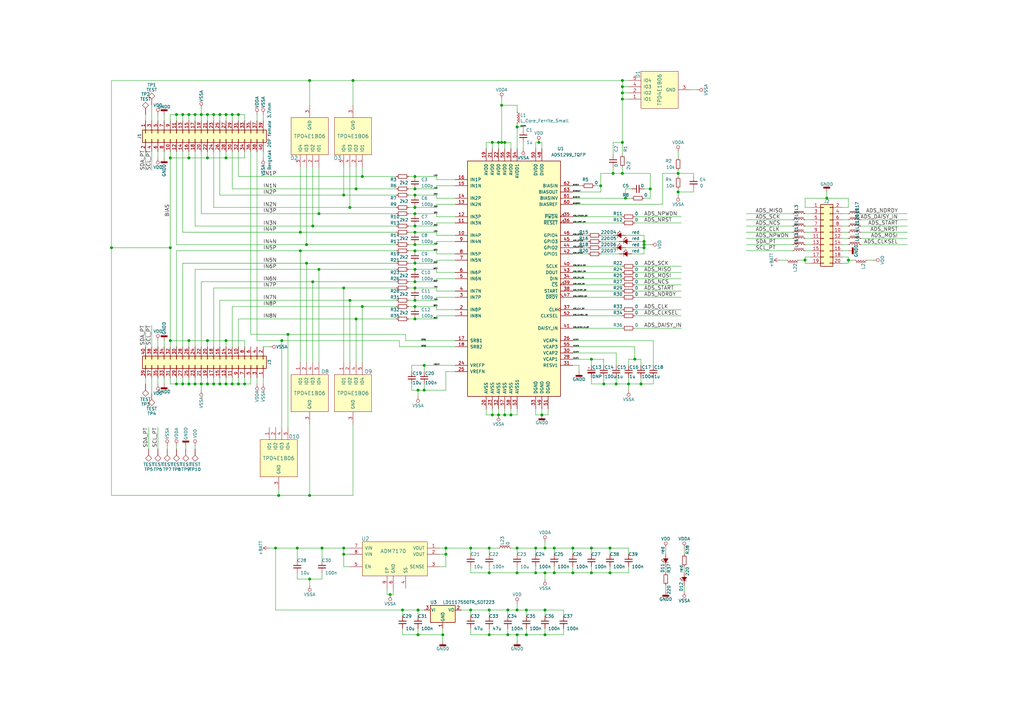
<source format=kicad_sch>
(kicad_sch (version 20201015) (generator eeschema)

  (paper "A3")

  (lib_symbols
    (symbol "frontend_board-rescue:+BATT" (power) (pin_names (offset 0)) (in_bom yes) (on_board yes)
      (property "Reference" "#PWR" (id 0) (at 0 -3.81 0)
        (effects (font (size 1.27 1.27)) hide)
      )
      (property "Value" "+BATT" (id 1) (at 0 3.556 0)
        (effects (font (size 1.27 1.27)))
      )
      (property "Footprint" "" (id 2) (at 0 0 0)
        (effects (font (size 1.27 1.27)) hide)
      )
      (property "Datasheet" "" (id 3) (at 0 0 0)
        (effects (font (size 1.27 1.27)) hide)
      )
      (symbol "+BATT_0_1"
        (polyline
          (pts
            (xy -0.762 1.27)
            (xy 0 2.54)
          )
          (stroke (width 0)) (fill (type none))
        )
        (polyline
          (pts
            (xy 0 0)
            (xy 0 2.54)
          )
          (stroke (width 0)) (fill (type none))
        )
        (polyline
          (pts
            (xy 0 2.54)
            (xy 0.762 1.27)
          )
          (stroke (width 0)) (fill (type none))
        )
      )
      (symbol "+BATT_1_1"
        (pin power_in line (at 0 0 90) (length 0) hide
          (name "+BATT" (effects (font (size 1.27 1.27))))
          (number "1" (effects (font (size 1.27 1.27))))
        )
      )
    )
    (symbol "frontend_board-rescue:ADM7170" (pin_names (offset 1.016)) (in_bom yes) (on_board yes)
      (property "Reference" "U" (id 0) (at -11.43 8.89 0)
        (effects (font (size 1.524 1.524)))
      )
      (property "Value" "ADM7170" (id 1) (at 0 3.81 0)
        (effects (font (size 1.524 1.524)))
      )
      (property "Footprint" "" (id 2) (at -3.81 8.89 0)
        (effects (font (size 1.524 1.524)) hide)
      )
      (property "Datasheet" "" (id 3) (at -3.81 8.89 0)
        (effects (font (size 1.524 1.524)) hide)
      )
      (symbol "ADM7170_0_1"
        (rectangle (start -12.7 7.62) (end 13.97 -6.35)
          (stroke (width 0)) (fill (type background))
        )
      )
      (symbol "ADM7170_1_1"
        (pin output line (at 19.05 5.08 180) (length 5.08)
          (name "VOUT" (effects (font (size 1.27 1.27))))
          (number "1" (effects (font (size 1.27 1.27))))
        )
        (pin output line (at 19.05 2.54 180) (length 5.08)
          (name "VOUT" (effects (font (size 1.27 1.27))))
          (number "2" (effects (font (size 1.27 1.27))))
        )
        (pin output line (at 19.05 -2.54 180) (length 5.08)
          (name "SENSE" (effects (font (size 1.27 1.27))))
          (number "3" (effects (font (size 1.27 1.27))))
        )
        (pin output line (at 5.08 -11.43 90) (length 5.08)
          (name "SS" (effects (font (size 1.27 1.27))))
          (number "4" (effects (font (size 1.27 1.27))))
        )
        (pin output line (at -17.78 -2.54 0) (length 5.08)
          (name "EN" (effects (font (size 1.27 1.27))))
          (number "5" (effects (font (size 1.27 1.27))))
        )
        (pin output line (at 0 -11.43 90) (length 5.08)
          (name "GND" (effects (font (size 1.27 1.27))))
          (number "6" (effects (font (size 1.27 1.27))))
        )
        (pin output line (at -17.78 5.08 0) (length 5.08)
          (name "VIN" (effects (font (size 1.27 1.27))))
          (number "7" (effects (font (size 1.27 1.27))))
        )
        (pin output line (at -17.78 2.54 0) (length 5.08)
          (name "VIN" (effects (font (size 1.27 1.27))))
          (number "8" (effects (font (size 1.27 1.27))))
        )
        (pin output line (at -2.54 -11.43 90) (length 5.08)
          (name "EP" (effects (font (size 1.27 1.27))))
          (number "9" (effects (font (size 1.27 1.27))))
        )
      )
    )
    (symbol "frontend_board-rescue:ADS1299_TQFP" (pin_names (offset 1.016)) (in_bom yes) (on_board yes)
      (property "Reference" "U" (id 0) (at 16.51 53.34 0)
        (effects (font (size 1.27 1.27)) (justify left))
      )
      (property "Value" "ADS1299_TQFP" (id 1) (at 13.97 50.8 0)
        (effects (font (size 1.27 1.27)) (justify left))
      )
      (property "Footprint" "Housings_QFP:TQFP-64_10x10mm_Pitch0.5mm" (id 2) (at 39.37 -52.07 0)
        (effects (font (size 1.27 1.27) italic) hide)
      )
      (property "Datasheet" "" (id 3) (at -11.43 26.67 0)
        (effects (font (size 1.27 1.27)) hide)
      )
      (property "ki_fp_filters" "TQFP*10x10mm*Pitch0.5mm*" (id 4) (at 0 0 0)
        (effects (font (size 1.27 1.27)) hide)
      )
      (symbol "ADS1299_TQFP_0_1"
        (rectangle (start -20.32 48.26) (end 17.78 -48.26)
          (stroke (width 0.254)) (fill (type background))
        )
      )
      (symbol "ADS1299_TQFP_1_1"
        (pin input line (at -25.4 -15.24 0) (length 5.08)
          (name "IN8N" (effects (font (size 1.27 1.27))))
          (number "1" (effects (font (size 1.27 1.27))))
        )
        (pin input line (at -25.4 17.78 0) (length 5.08)
          (name "IN4P" (effects (font (size 1.27 1.27))))
          (number "10" (effects (font (size 1.27 1.27))))
        )
        (pin input line (at -25.4 22.86 0) (length 5.08)
          (name "IN3N" (effects (font (size 1.27 1.27))))
          (number "11" (effects (font (size 1.27 1.27))))
        )
        (pin input line (at -25.4 25.4 0) (length 5.08)
          (name "IN3P" (effects (font (size 1.27 1.27))))
          (number "12" (effects (font (size 1.27 1.27))))
        )
        (pin input line (at -25.4 30.48 0) (length 5.08)
          (name "IN2N" (effects (font (size 1.27 1.27))))
          (number "13" (effects (font (size 1.27 1.27))))
        )
        (pin input line (at -25.4 33.02 0) (length 5.08)
          (name "IN2P" (effects (font (size 1.27 1.27))))
          (number "14" (effects (font (size 1.27 1.27))))
        )
        (pin input line (at -25.4 38.1 0) (length 5.08)
          (name "IN1N" (effects (font (size 1.27 1.27))))
          (number "15" (effects (font (size 1.27 1.27))))
        )
        (pin input line (at -25.4 40.64 0) (length 5.08)
          (name "IN1P" (effects (font (size 1.27 1.27))))
          (number "16" (effects (font (size 1.27 1.27))))
        )
        (pin bidirectional line (at -25.4 -25.4 0) (length 5.08)
          (name "SRB1" (effects (font (size 1.27 1.27))))
          (number "17" (effects (font (size 1.27 1.27))))
        )
        (pin bidirectional line (at -25.4 -27.94 0) (length 5.08)
          (name "SRB2" (effects (font (size 1.27 1.27))))
          (number "18" (effects (font (size 1.27 1.27))))
        )
        (pin power_in line (at -12.7 53.34 270) (length 5.08)
          (name "AVDD" (effects (font (size 1.27 1.27))))
          (number "19" (effects (font (size 1.27 1.27))))
        )
        (pin input line (at -25.4 -12.7 0) (length 5.08)
          (name "IN8P" (effects (font (size 1.27 1.27))))
          (number "2" (effects (font (size 1.27 1.27))))
        )
        (pin power_in line (at -12.7 -53.34 90) (length 5.08)
          (name "AVSS" (effects (font (size 1.27 1.27))))
          (number "20" (effects (font (size 1.27 1.27))))
        )
        (pin power_in line (at -10.16 53.34 270) (length 5.08)
          (name "AVDD" (effects (font (size 1.27 1.27))))
          (number "21" (effects (font (size 1.27 1.27))))
        )
        (pin power_in line (at -7.62 53.34 270) (length 5.08)
          (name "AVDD" (effects (font (size 1.27 1.27))))
          (number "22" (effects (font (size 1.27 1.27))))
        )
        (pin power_in line (at -10.16 -53.34 90) (length 5.08)
          (name "AVSS" (effects (font (size 1.27 1.27))))
          (number "23" (effects (font (size 1.27 1.27))))
        )
        (pin bidirectional line (at -25.4 -35.56 0) (length 5.08)
          (name "VREFP" (effects (font (size 1.27 1.27))))
          (number "24" (effects (font (size 1.27 1.27))))
        )
        (pin input line (at -25.4 -38.1 0) (length 5.08)
          (name "VREFN" (effects (font (size 1.27 1.27))))
          (number "25" (effects (font (size 1.27 1.27))))
        )
        (pin passive line (at 22.86 -25.4 180) (length 5.08)
          (name "VCAP4" (effects (font (size 1.27 1.27))))
          (number "26" (effects (font (size 1.27 1.27))))
        )
        (pin unconnected line (at 22.86 -38.1 180) (length 5.08) hide
          (name "NC" (effects (font (size 1.27 1.27))))
          (number "27" (effects (font (size 1.27 1.27))))
        )
        (pin output line (at 22.86 -33.02 180) (length 5.08)
          (name "VCAP1" (effects (font (size 1.27 1.27))))
          (number "28" (effects (font (size 1.27 1.27))))
        )
        (pin unconnected line (at 22.86 -40.64 180) (length 5.08) hide
          (name "NC" (effects (font (size 1.27 1.27))))
          (number "29" (effects (font (size 1.27 1.27))))
        )
        (pin input line (at -25.4 -7.62 0) (length 5.08)
          (name "IN7P" (effects (font (size 1.27 1.27))))
          (number "3" (effects (font (size 1.27 1.27))))
        )
        (pin passive line (at 22.86 -30.48 180) (length 5.08)
          (name "VCAP2" (effects (font (size 1.27 1.27))))
          (number "30" (effects (font (size 1.27 1.27))))
        )
        (pin input line (at 22.86 -35.56 180) (length 5.08)
          (name "RESV1" (effects (font (size 1.27 1.27))))
          (number "31" (effects (font (size 1.27 1.27))))
        )
        (pin power_in line (at -7.62 -53.34 90) (length 5.08)
          (name "AVSS" (effects (font (size 1.27 1.27))))
          (number "32" (effects (font (size 1.27 1.27))))
        )
        (pin power_in line (at 7.62 -53.34 90) (length 5.08)
          (name "DGND" (effects (font (size 1.27 1.27))))
          (number "33" (effects (font (size 1.27 1.27))))
        )
        (pin input line (at 22.86 0 180) (length 5.08)
          (name "DIN" (effects (font (size 1.27 1.27))))
          (number "34" (effects (font (size 1.27 1.27))))
        )
        (pin input input_low (at 22.86 25.4 180) (length 5.08)
          (name "~PWDN" (effects (font (size 1.27 1.27))))
          (number "35" (effects (font (size 1.27 1.27))))
        )
        (pin input input_low (at 22.86 22.86 180) (length 5.08)
          (name "~RESET" (effects (font (size 1.27 1.27))))
          (number "36" (effects (font (size 1.27 1.27))))
        )
        (pin bidirectional clock (at 22.86 -12.7 180) (length 5.08)
          (name "CLK" (effects (font (size 1.27 1.27))))
          (number "37" (effects (font (size 1.27 1.27))))
        )
        (pin input line (at 22.86 -5.08 180) (length 5.08)
          (name "START" (effects (font (size 1.27 1.27))))
          (number "38" (effects (font (size 1.27 1.27))))
        )
        (pin input input_low (at 22.86 -2.54 180) (length 5.08)
          (name "~CS" (effects (font (size 1.27 1.27))))
          (number "39" (effects (font (size 1.27 1.27))))
        )
        (pin input line (at -25.4 -5.08 0) (length 5.08)
          (name "IN7N" (effects (font (size 1.27 1.27))))
          (number "4" (effects (font (size 1.27 1.27))))
        )
        (pin input line (at 22.86 5.08 180) (length 5.08)
          (name "SCLK" (effects (font (size 1.27 1.27))))
          (number "40" (effects (font (size 1.27 1.27))))
        )
        (pin input line (at 22.86 -20.32 180) (length 5.08)
          (name "DAISY_IN" (effects (font (size 1.27 1.27))))
          (number "41" (effects (font (size 1.27 1.27))))
        )
        (pin bidirectional line (at 22.86 10.16 180) (length 5.08)
          (name "GPIO1" (effects (font (size 1.27 1.27))))
          (number "42" (effects (font (size 1.27 1.27))))
        )
        (pin output line (at 22.86 2.54 180) (length 5.08)
          (name "DOUT" (effects (font (size 1.27 1.27))))
          (number "43" (effects (font (size 1.27 1.27))))
        )
        (pin bidirectional line (at 22.86 12.7 180) (length 5.08)
          (name "GPIO2" (effects (font (size 1.27 1.27))))
          (number "44" (effects (font (size 1.27 1.27))))
        )
        (pin bidirectional line (at 22.86 15.24 180) (length 5.08)
          (name "GPIO3" (effects (font (size 1.27 1.27))))
          (number "45" (effects (font (size 1.27 1.27))))
        )
        (pin bidirectional line (at 22.86 17.78 180) (length 5.08)
          (name "GPIO4" (effects (font (size 1.27 1.27))))
          (number "46" (effects (font (size 1.27 1.27))))
        )
        (pin output output_low (at 22.86 -7.62 180) (length 5.08)
          (name "~DRDY" (effects (font (size 1.27 1.27))))
          (number "47" (effects (font (size 1.27 1.27))))
        )
        (pin power_in line (at 10.16 53.34 270) (length 5.08)
          (name "DVDD" (effects (font (size 1.27 1.27))))
          (number "48" (effects (font (size 1.27 1.27))))
        )
        (pin power_in line (at 10.16 -53.34 90) (length 5.08)
          (name "DGND" (effects (font (size 1.27 1.27))))
          (number "49" (effects (font (size 1.27 1.27))))
        )
        (pin input line (at -25.4 0 0) (length 5.08)
          (name "IN6N" (effects (font (size 1.27 1.27))))
          (number "5" (effects (font (size 1.27 1.27))))
        )
        (pin power_in line (at 7.62 53.34 270) (length 5.08)
          (name "DVDD" (effects (font (size 1.27 1.27))))
          (number "50" (effects (font (size 1.27 1.27))))
        )
        (pin power_in line (at 12.7 -53.34 90) (length 5.08)
          (name "DGND" (effects (font (size 1.27 1.27))))
          (number "51" (effects (font (size 1.27 1.27))))
        )
        (pin input line (at 22.86 -15.24 180) (length 5.08)
          (name "CLKSEL" (effects (font (size 1.27 1.27))))
          (number "52" (effects (font (size 1.27 1.27))))
        )
        (pin power_in line (at 0 -53.34 90) (length 5.08)
          (name "AVSS1" (effects (font (size 1.27 1.27))))
          (number "53" (effects (font (size 1.27 1.27))))
        )
        (pin power_in line (at 0 53.34 270) (length 5.08)
          (name "AVDD1" (effects (font (size 1.27 1.27))))
          (number "54" (effects (font (size 1.27 1.27))))
        )
        (pin passive line (at 22.86 -27.94 180) (length 5.08)
          (name "VCAP3" (effects (font (size 1.27 1.27))))
          (number "55" (effects (font (size 1.27 1.27))))
        )
        (pin power_in line (at -5.08 53.34 270) (length 5.08)
          (name "AVDD" (effects (font (size 1.27 1.27))))
          (number "56" (effects (font (size 1.27 1.27))))
        )
        (pin power_in line (at -5.08 -53.34 90) (length 5.08)
          (name "AVSS" (effects (font (size 1.27 1.27))))
          (number "57" (effects (font (size 1.27 1.27))))
        )
        (pin power_in line (at -2.54 -53.34 90) (length 5.08)
          (name "AVSS" (effects (font (size 1.27 1.27))))
          (number "58" (effects (font (size 1.27 1.27))))
        )
        (pin power_in line (at -2.54 53.34 270) (length 5.08)
          (name "AVDD" (effects (font (size 1.27 1.27))))
          (number "59" (effects (font (size 1.27 1.27))))
        )
        (pin input line (at -25.4 2.54 0) (length 5.08)
          (name "IN6P" (effects (font (size 1.27 1.27))))
          (number "6" (effects (font (size 1.27 1.27))))
        )
        (pin input line (at 22.86 30.48 180) (length 5.08)
          (name "BIASREF" (effects (font (size 1.27 1.27))))
          (number "60" (effects (font (size 1.27 1.27))))
        )
        (pin bidirectional line (at 22.86 33.02 180) (length 5.08)
          (name "BIASINV" (effects (font (size 1.27 1.27))))
          (number "61" (effects (font (size 1.27 1.27))))
        )
        (pin input line (at 22.86 38.1 180) (length 5.08)
          (name "BIASIN" (effects (font (size 1.27 1.27))))
          (number "62" (effects (font (size 1.27 1.27))))
        )
        (pin output line (at 22.86 35.56 180) (length 5.08)
          (name "BIASOUT" (effects (font (size 1.27 1.27))))
          (number "63" (effects (font (size 1.27 1.27))))
        )
        (pin output line (at 22.86 40.64 180) (length 5.08) hide
          (name "RESERVED" (effects (font (size 1.27 1.27))))
          (number "64" (effects (font (size 1.27 1.27))))
        )
        (pin input line (at -25.4 7.62 0) (length 5.08)
          (name "IN5N" (effects (font (size 1.27 1.27))))
          (number "7" (effects (font (size 1.27 1.27))))
        )
        (pin input line (at -25.4 10.16 0) (length 5.08)
          (name "IN5P" (effects (font (size 1.27 1.27))))
          (number "8" (effects (font (size 1.27 1.27))))
        )
        (pin input line (at -25.4 15.24 0) (length 5.08)
          (name "IN4N" (effects (font (size 1.27 1.27))))
          (number "9" (effects (font (size 1.27 1.27))))
        )
      )
    )
    (symbol "frontend_board-rescue:CP_Small" (pin_numbers hide) (pin_names (offset 0.254) hide) (in_bom yes) (on_board yes)
      (property "Reference" "C" (id 0) (at 0.254 1.778 0)
        (effects (font (size 1.27 1.27)) (justify left))
      )
      (property "Value" "CP_Small" (id 1) (at 0.254 -2.032 0)
        (effects (font (size 1.27 1.27)) (justify left))
      )
      (property "Footprint" "" (id 2) (at 0 0 0)
        (effects (font (size 1.27 1.27)) hide)
      )
      (property "Datasheet" "" (id 3) (at 0 0 0)
        (effects (font (size 1.27 1.27)) hide)
      )
      (property "ki_fp_filters" "CP_*" (id 4) (at 0 0 0)
        (effects (font (size 1.27 1.27)) hide)
      )
      (symbol "CP_Small_0_1"
        (rectangle (start -1.524 0.6858) (end 1.524 0.3048)
          (stroke (width 0)) (fill (type none))
        )
        (rectangle (start -1.524 -0.3048) (end 1.524 -0.6858)
          (stroke (width 0)) (fill (type outline))
        )
        (polyline
          (pts
            (xy -1.27 1.524)
            (xy -0.762 1.524)
          )
          (stroke (width 0)) (fill (type none))
        )
        (polyline
          (pts
            (xy -1.016 1.27)
            (xy -1.016 1.778)
          )
          (stroke (width 0)) (fill (type none))
        )
      )
      (symbol "CP_Small_1_1"
        (pin passive line (at 0 2.54 270) (length 1.8542)
          (name "~" (effects (font (size 1.27 1.27))))
          (number "1" (effects (font (size 1.27 1.27))))
        )
        (pin passive line (at 0 -2.54 90) (length 1.8542)
          (name "~" (effects (font (size 1.27 1.27))))
          (number "2" (effects (font (size 1.27 1.27))))
        )
      )
    )
    (symbol "frontend_board-rescue:C_Small" (pin_numbers hide) (pin_names (offset 0.254) hide) (in_bom yes) (on_board yes)
      (property "Reference" "C" (id 0) (at 0.254 1.778 0)
        (effects (font (size 1.27 1.27)) (justify left))
      )
      (property "Value" "C_Small" (id 1) (at 0.254 -2.032 0)
        (effects (font (size 1.27 1.27)) (justify left))
      )
      (property "Footprint" "" (id 2) (at 0 0 0)
        (effects (font (size 1.27 1.27)) hide)
      )
      (property "Datasheet" "" (id 3) (at 0 0 0)
        (effects (font (size 1.27 1.27)) hide)
      )
      (property "ki_fp_filters" "C_*" (id 4) (at 0 0 0)
        (effects (font (size 1.27 1.27)) hide)
      )
      (symbol "C_Small_0_1"
        (polyline
          (pts
            (xy -1.524 -0.508)
            (xy 1.524 -0.508)
          )
          (stroke (width 0.3302)) (fill (type none))
        )
        (polyline
          (pts
            (xy -1.524 0.508)
            (xy 1.524 0.508)
          )
          (stroke (width 0.3048)) (fill (type none))
        )
      )
      (symbol "C_Small_1_1"
        (pin passive line (at 0 2.54 270) (length 2.032)
          (name "~" (effects (font (size 1.27 1.27))))
          (number "1" (effects (font (size 1.27 1.27))))
        )
        (pin passive line (at 0 -2.54 90) (length 2.032)
          (name "~" (effects (font (size 1.27 1.27))))
          (number "2" (effects (font (size 1.27 1.27))))
        )
      )
    )
    (symbol "frontend_board-rescue:Conn_02x10_Odd_Even" (pin_names (offset 1.016) hide) (in_bom yes) (on_board yes)
      (property "Reference" "J" (id 0) (at 1.27 12.7 0)
        (effects (font (size 1.27 1.27)))
      )
      (property "Value" "Conn_02x10_Odd_Even" (id 1) (at 1.27 -15.24 0)
        (effects (font (size 1.27 1.27)))
      )
      (property "Footprint" "" (id 2) (at 0 0 0)
        (effects (font (size 1.27 1.27)) hide)
      )
      (property "Datasheet" "" (id 3) (at 0 0 0)
        (effects (font (size 1.27 1.27)) hide)
      )
      (property "ki_fp_filters" "Connector*:*2x??x*mm* Connector*:*2x???Pitch* Pin_Header_Straight_2X* Pin_Header_Angled_2X* Socket_Strip_Straight_2X* Socket_Strip_Angled_2X*" (id 4) (at 0 0 0)
        (effects (font (size 1.27 1.27)) hide)
      )
      (symbol "Conn_02x10_Odd_Even_1_1"
        (rectangle (start -1.27 -12.573) (end 0 -12.827)
          (stroke (width 0.1524)) (fill (type none))
        )
        (rectangle (start -1.27 -10.033) (end 0 -10.287)
          (stroke (width 0.1524)) (fill (type none))
        )
        (rectangle (start -1.27 -7.493) (end 0 -7.747)
          (stroke (width 0.1524)) (fill (type none))
        )
        (rectangle (start -1.27 -4.953) (end 0 -5.207)
          (stroke (width 0.1524)) (fill (type none))
        )
        (rectangle (start -1.27 -2.413) (end 0 -2.667)
          (stroke (width 0.1524)) (fill (type none))
        )
        (rectangle (start -1.27 0.127) (end 0 -0.127)
          (stroke (width 0.1524)) (fill (type none))
        )
        (rectangle (start -1.27 2.667) (end 0 2.413)
          (stroke (width 0.1524)) (fill (type none))
        )
        (rectangle (start -1.27 5.207) (end 0 4.953)
          (stroke (width 0.1524)) (fill (type none))
        )
        (rectangle (start -1.27 7.747) (end 0 7.493)
          (stroke (width 0.1524)) (fill (type none))
        )
        (rectangle (start -1.27 10.287) (end 0 10.033)
          (stroke (width 0.1524)) (fill (type none))
        )
        (rectangle (start 3.81 -12.573) (end 2.54 -12.827)
          (stroke (width 0.1524)) (fill (type none))
        )
        (rectangle (start 3.81 -10.033) (end 2.54 -10.287)
          (stroke (width 0.1524)) (fill (type none))
        )
        (rectangle (start 3.81 -7.493) (end 2.54 -7.747)
          (stroke (width 0.1524)) (fill (type none))
        )
        (rectangle (start 3.81 -4.953) (end 2.54 -5.207)
          (stroke (width 0.1524)) (fill (type none))
        )
        (rectangle (start 3.81 -2.413) (end 2.54 -2.667)
          (stroke (width 0.1524)) (fill (type none))
        )
        (rectangle (start 3.81 0.127) (end 2.54 -0.127)
          (stroke (width 0.1524)) (fill (type none))
        )
        (rectangle (start 3.81 2.667) (end 2.54 2.413)
          (stroke (width 0.1524)) (fill (type none))
        )
        (rectangle (start 3.81 5.207) (end 2.54 4.953)
          (stroke (width 0.1524)) (fill (type none))
        )
        (rectangle (start 3.81 7.747) (end 2.54 7.493)
          (stroke (width 0.1524)) (fill (type none))
        )
        (rectangle (start 3.81 10.287) (end 2.54 10.033)
          (stroke (width 0.1524)) (fill (type none))
        )
        (rectangle (start -1.27 11.43) (end 3.81 -13.97)
          (stroke (width 0.254)) (fill (type background))
        )
        (pin passive line (at -5.08 10.16 0) (length 3.81)
          (name "Pin_1" (effects (font (size 1.27 1.27))))
          (number "1" (effects (font (size 1.27 1.27))))
        )
        (pin passive line (at 7.62 0 180) (length 3.81)
          (name "Pin_10" (effects (font (size 1.27 1.27))))
          (number "10" (effects (font (size 1.27 1.27))))
        )
        (pin passive line (at -5.08 -2.54 0) (length 3.81)
          (name "Pin_11" (effects (font (size 1.27 1.27))))
          (number "11" (effects (font (size 1.27 1.27))))
        )
        (pin passive line (at 7.62 -2.54 180) (length 3.81)
          (name "Pin_12" (effects (font (size 1.27 1.27))))
          (number "12" (effects (font (size 1.27 1.27))))
        )
        (pin passive line (at -5.08 -5.08 0) (length 3.81)
          (name "Pin_13" (effects (font (size 1.27 1.27))))
          (number "13" (effects (font (size 1.27 1.27))))
        )
        (pin passive line (at 7.62 -5.08 180) (length 3.81)
          (name "Pin_14" (effects (font (size 1.27 1.27))))
          (number "14" (effects (font (size 1.27 1.27))))
        )
        (pin passive line (at -5.08 -7.62 0) (length 3.81)
          (name "Pin_15" (effects (font (size 1.27 1.27))))
          (number "15" (effects (font (size 1.27 1.27))))
        )
        (pin passive line (at 7.62 -7.62 180) (length 3.81)
          (name "Pin_16" (effects (font (size 1.27 1.27))))
          (number "16" (effects (font (size 1.27 1.27))))
        )
        (pin passive line (at -5.08 -10.16 0) (length 3.81)
          (name "Pin_17" (effects (font (size 1.27 1.27))))
          (number "17" (effects (font (size 1.27 1.27))))
        )
        (pin passive line (at 7.62 -10.16 180) (length 3.81)
          (name "Pin_18" (effects (font (size 1.27 1.27))))
          (number "18" (effects (font (size 1.27 1.27))))
        )
        (pin passive line (at -5.08 -12.7 0) (length 3.81)
          (name "Pin_19" (effects (font (size 1.27 1.27))))
          (number "19" (effects (font (size 1.27 1.27))))
        )
        (pin passive line (at 7.62 10.16 180) (length 3.81)
          (name "Pin_2" (effects (font (size 1.27 1.27))))
          (number "2" (effects (font (size 1.27 1.27))))
        )
        (pin passive line (at 7.62 -12.7 180) (length 3.81)
          (name "Pin_20" (effects (font (size 1.27 1.27))))
          (number "20" (effects (font (size 1.27 1.27))))
        )
        (pin passive line (at -5.08 7.62 0) (length 3.81)
          (name "Pin_3" (effects (font (size 1.27 1.27))))
          (number "3" (effects (font (size 1.27 1.27))))
        )
        (pin passive line (at 7.62 7.62 180) (length 3.81)
          (name "Pin_4" (effects (font (size 1.27 1.27))))
          (number "4" (effects (font (size 1.27 1.27))))
        )
        (pin passive line (at -5.08 5.08 0) (length 3.81)
          (name "Pin_5" (effects (font (size 1.27 1.27))))
          (number "5" (effects (font (size 1.27 1.27))))
        )
        (pin passive line (at 7.62 5.08 180) (length 3.81)
          (name "Pin_6" (effects (font (size 1.27 1.27))))
          (number "6" (effects (font (size 1.27 1.27))))
        )
        (pin passive line (at -5.08 2.54 0) (length 3.81)
          (name "Pin_7" (effects (font (size 1.27 1.27))))
          (number "7" (effects (font (size 1.27 1.27))))
        )
        (pin passive line (at 7.62 2.54 180) (length 3.81)
          (name "Pin_8" (effects (font (size 1.27 1.27))))
          (number "8" (effects (font (size 1.27 1.27))))
        )
        (pin passive line (at -5.08 0 0) (length 3.81)
          (name "Pin_9" (effects (font (size 1.27 1.27))))
          (number "9" (effects (font (size 1.27 1.27))))
        )
      )
    )
    (symbol "frontend_board-rescue:Conn_02x20_Odd_Even" (pin_names (offset 1.016) hide) (in_bom yes) (on_board yes)
      (property "Reference" "J" (id 0) (at 1.27 25.4 0)
        (effects (font (size 1.27 1.27)))
      )
      (property "Value" "Conn_02x20_Odd_Even" (id 1) (at 1.27 -27.94 0)
        (effects (font (size 1.27 1.27)))
      )
      (property "Footprint" "" (id 2) (at 0 0 0)
        (effects (font (size 1.27 1.27)) hide)
      )
      (property "Datasheet" "" (id 3) (at 0 0 0)
        (effects (font (size 1.27 1.27)) hide)
      )
      (property "ki_fp_filters" "Connector*:*2x??x*mm* Connector*:*2x???Pitch* Pin_Header_Straight_2X* Pin_Header_Angled_2X* Socket_Strip_Straight_2X* Socket_Strip_Angled_2X*" (id 4) (at 0 0 0)
        (effects (font (size 1.27 1.27)) hide)
      )
      (symbol "Conn_02x20_Odd_Even_1_1"
        (rectangle (start -1.27 -25.273) (end 0 -25.527)
          (stroke (width 0.1524)) (fill (type none))
        )
        (rectangle (start -1.27 -22.733) (end 0 -22.987)
          (stroke (width 0.1524)) (fill (type none))
        )
        (rectangle (start -1.27 -20.193) (end 0 -20.447)
          (stroke (width 0.1524)) (fill (type none))
        )
        (rectangle (start -1.27 -17.653) (end 0 -17.907)
          (stroke (width 0.1524)) (fill (type none))
        )
        (rectangle (start -1.27 -15.113) (end 0 -15.367)
          (stroke (width 0.1524)) (fill (type none))
        )
        (rectangle (start -1.27 -12.573) (end 0 -12.827)
          (stroke (width 0.1524)) (fill (type none))
        )
        (rectangle (start -1.27 -10.033) (end 0 -10.287)
          (stroke (width 0.1524)) (fill (type none))
        )
        (rectangle (start -1.27 -7.493) (end 0 -7.747)
          (stroke (width 0.1524)) (fill (type none))
        )
        (rectangle (start -1.27 -4.953) (end 0 -5.207)
          (stroke (width 0.1524)) (fill (type none))
        )
        (rectangle (start -1.27 -2.413) (end 0 -2.667)
          (stroke (width 0.1524)) (fill (type none))
        )
        (rectangle (start -1.27 0.127) (end 0 -0.127)
          (stroke (width 0.1524)) (fill (type none))
        )
        (rectangle (start -1.27 2.667) (end 0 2.413)
          (stroke (width 0.1524)) (fill (type none))
        )
        (rectangle (start -1.27 5.207) (end 0 4.953)
          (stroke (width 0.1524)) (fill (type none))
        )
        (rectangle (start -1.27 7.747) (end 0 7.493)
          (stroke (width 0.1524)) (fill (type none))
        )
        (rectangle (start -1.27 10.287) (end 0 10.033)
          (stroke (width 0.1524)) (fill (type none))
        )
        (rectangle (start -1.27 12.827) (end 0 12.573)
          (stroke (width 0.1524)) (fill (type none))
        )
        (rectangle (start -1.27 15.367) (end 0 15.113)
          (stroke (width 0.1524)) (fill (type none))
        )
        (rectangle (start -1.27 17.907) (end 0 17.653)
          (stroke (width 0.1524)) (fill (type none))
        )
        (rectangle (start -1.27 20.447) (end 0 20.193)
          (stroke (width 0.1524)) (fill (type none))
        )
        (rectangle (start -1.27 22.987) (end 0 22.733)
          (stroke (width 0.1524)) (fill (type none))
        )
        (rectangle (start 3.81 -25.273) (end 2.54 -25.527)
          (stroke (width 0.1524)) (fill (type none))
        )
        (rectangle (start 3.81 -22.733) (end 2.54 -22.987)
          (stroke (width 0.1524)) (fill (type none))
        )
        (rectangle (start 3.81 -20.193) (end 2.54 -20.447)
          (stroke (width 0.1524)) (fill (type none))
        )
        (rectangle (start 3.81 -17.653) (end 2.54 -17.907)
          (stroke (width 0.1524)) (fill (type none))
        )
        (rectangle (start 3.81 -15.113) (end 2.54 -15.367)
          (stroke (width 0.1524)) (fill (type none))
        )
        (rectangle (start 3.81 -12.573) (end 2.54 -12.827)
          (stroke (width 0.1524)) (fill (type none))
        )
        (rectangle (start 3.81 -10.033) (end 2.54 -10.287)
          (stroke (width 0.1524)) (fill (type none))
        )
        (rectangle (start 3.81 -7.493) (end 2.54 -7.747)
          (stroke (width 0.1524)) (fill (type none))
        )
        (rectangle (start 3.81 -4.953) (end 2.54 -5.207)
          (stroke (width 0.1524)) (fill (type none))
        )
        (rectangle (start 3.81 -2.413) (end 2.54 -2.667)
          (stroke (width 0.1524)) (fill (type none))
        )
        (rectangle (start 3.81 0.127) (end 2.54 -0.127)
          (stroke (width 0.1524)) (fill (type none))
        )
        (rectangle (start 3.81 2.667) (end 2.54 2.413)
          (stroke (width 0.1524)) (fill (type none))
        )
        (rectangle (start 3.81 5.207) (end 2.54 4.953)
          (stroke (width 0.1524)) (fill (type none))
        )
        (rectangle (start 3.81 7.747) (end 2.54 7.493)
          (stroke (width 0.1524)) (fill (type none))
        )
        (rectangle (start 3.81 10.287) (end 2.54 10.033)
          (stroke (width 0.1524)) (fill (type none))
        )
        (rectangle (start 3.81 12.827) (end 2.54 12.573)
          (stroke (width 0.1524)) (fill (type none))
        )
        (rectangle (start 3.81 15.367) (end 2.54 15.113)
          (stroke (width 0.1524)) (fill (type none))
        )
        (rectangle (start 3.81 17.907) (end 2.54 17.653)
          (stroke (width 0.1524)) (fill (type none))
        )
        (rectangle (start 3.81 20.447) (end 2.54 20.193)
          (stroke (width 0.1524)) (fill (type none))
        )
        (rectangle (start 3.81 22.987) (end 2.54 22.733)
          (stroke (width 0.1524)) (fill (type none))
        )
        (rectangle (start -1.27 24.13) (end 3.81 -26.67)
          (stroke (width 0.254)) (fill (type background))
        )
        (pin passive line (at -5.08 22.86 0) (length 3.81)
          (name "Pin_1" (effects (font (size 1.27 1.27))))
          (number "1" (effects (font (size 1.27 1.27))))
        )
        (pin passive line (at 7.62 12.7 180) (length 3.81)
          (name "Pin_10" (effects (font (size 1.27 1.27))))
          (number "10" (effects (font (size 1.27 1.27))))
        )
        (pin passive line (at -5.08 10.16 0) (length 3.81)
          (name "Pin_11" (effects (font (size 1.27 1.27))))
          (number "11" (effects (font (size 1.27 1.27))))
        )
        (pin passive line (at 7.62 10.16 180) (length 3.81)
          (name "Pin_12" (effects (font (size 1.27 1.27))))
          (number "12" (effects (font (size 1.27 1.27))))
        )
        (pin passive line (at -5.08 7.62 0) (length 3.81)
          (name "Pin_13" (effects (font (size 1.27 1.27))))
          (number "13" (effects (font (size 1.27 1.27))))
        )
        (pin passive line (at 7.62 7.62 180) (length 3.81)
          (name "Pin_14" (effects (font (size 1.27 1.27))))
          (number "14" (effects (font (size 1.27 1.27))))
        )
        (pin passive line (at -5.08 5.08 0) (length 3.81)
          (name "Pin_15" (effects (font (size 1.27 1.27))))
          (number "15" (effects (font (size 1.27 1.27))))
        )
        (pin passive line (at 7.62 5.08 180) (length 3.81)
          (name "Pin_16" (effects (font (size 1.27 1.27))))
          (number "16" (effects (font (size 1.27 1.27))))
        )
        (pin passive line (at -5.08 2.54 0) (length 3.81)
          (name "Pin_17" (effects (font (size 1.27 1.27))))
          (number "17" (effects (font (size 1.27 1.27))))
        )
        (pin passive line (at 7.62 2.54 180) (length 3.81)
          (name "Pin_18" (effects (font (size 1.27 1.27))))
          (number "18" (effects (font (size 1.27 1.27))))
        )
        (pin passive line (at -5.08 0 0) (length 3.81)
          (name "Pin_19" (effects (font (size 1.27 1.27))))
          (number "19" (effects (font (size 1.27 1.27))))
        )
        (pin passive line (at 7.62 22.86 180) (length 3.81)
          (name "Pin_2" (effects (font (size 1.27 1.27))))
          (number "2" (effects (font (size 1.27 1.27))))
        )
        (pin passive line (at 7.62 0 180) (length 3.81)
          (name "Pin_20" (effects (font (size 1.27 1.27))))
          (number "20" (effects (font (size 1.27 1.27))))
        )
        (pin passive line (at -5.08 -2.54 0) (length 3.81)
          (name "Pin_21" (effects (font (size 1.27 1.27))))
          (number "21" (effects (font (size 1.27 1.27))))
        )
        (pin passive line (at 7.62 -2.54 180) (length 3.81)
          (name "Pin_22" (effects (font (size 1.27 1.27))))
          (number "22" (effects (font (size 1.27 1.27))))
        )
        (pin passive line (at -5.08 -5.08 0) (length 3.81)
          (name "Pin_23" (effects (font (size 1.27 1.27))))
          (number "23" (effects (font (size 1.27 1.27))))
        )
        (pin passive line (at 7.62 -5.08 180) (length 3.81)
          (name "Pin_24" (effects (font (size 1.27 1.27))))
          (number "24" (effects (font (size 1.27 1.27))))
        )
        (pin passive line (at -5.08 -7.62 0) (length 3.81)
          (name "Pin_25" (effects (font (size 1.27 1.27))))
          (number "25" (effects (font (size 1.27 1.27))))
        )
        (pin passive line (at 7.62 -7.62 180) (length 3.81)
          (name "Pin_26" (effects (font (size 1.27 1.27))))
          (number "26" (effects (font (size 1.27 1.27))))
        )
        (pin passive line (at -5.08 -10.16 0) (length 3.81)
          (name "Pin_27" (effects (font (size 1.27 1.27))))
          (number "27" (effects (font (size 1.27 1.27))))
        )
        (pin passive line (at 7.62 -10.16 180) (length 3.81)
          (name "Pin_28" (effects (font (size 1.27 1.27))))
          (number "28" (effects (font (size 1.27 1.27))))
        )
        (pin passive line (at -5.08 -12.7 0) (length 3.81)
          (name "Pin_29" (effects (font (size 1.27 1.27))))
          (number "29" (effects (font (size 1.27 1.27))))
        )
        (pin passive line (at -5.08 20.32 0) (length 3.81)
          (name "Pin_3" (effects (font (size 1.27 1.27))))
          (number "3" (effects (font (size 1.27 1.27))))
        )
        (pin passive line (at 7.62 -12.7 180) (length 3.81)
          (name "Pin_30" (effects (font (size 1.27 1.27))))
          (number "30" (effects (font (size 1.27 1.27))))
        )
        (pin passive line (at -5.08 -15.24 0) (length 3.81)
          (name "Pin_31" (effects (font (size 1.27 1.27))))
          (number "31" (effects (font (size 1.27 1.27))))
        )
        (pin passive line (at 7.62 -15.24 180) (length 3.81)
          (name "Pin_32" (effects (font (size 1.27 1.27))))
          (number "32" (effects (font (size 1.27 1.27))))
        )
        (pin passive line (at -5.08 -17.78 0) (length 3.81)
          (name "Pin_33" (effects (font (size 1.27 1.27))))
          (number "33" (effects (font (size 1.27 1.27))))
        )
        (pin passive line (at 7.62 -17.78 180) (length 3.81)
          (name "Pin_34" (effects (font (size 1.27 1.27))))
          (number "34" (effects (font (size 1.27 1.27))))
        )
        (pin passive line (at -5.08 -20.32 0) (length 3.81)
          (name "Pin_35" (effects (font (size 1.27 1.27))))
          (number "35" (effects (font (size 1.27 1.27))))
        )
        (pin passive line (at 7.62 -20.32 180) (length 3.81)
          (name "Pin_36" (effects (font (size 1.27 1.27))))
          (number "36" (effects (font (size 1.27 1.27))))
        )
        (pin passive line (at -5.08 -22.86 0) (length 3.81)
          (name "Pin_37" (effects (font (size 1.27 1.27))))
          (number "37" (effects (font (size 1.27 1.27))))
        )
        (pin passive line (at 7.62 -22.86 180) (length 3.81)
          (name "Pin_38" (effects (font (size 1.27 1.27))))
          (number "38" (effects (font (size 1.27 1.27))))
        )
        (pin passive line (at -5.08 -25.4 0) (length 3.81)
          (name "Pin_39" (effects (font (size 1.27 1.27))))
          (number "39" (effects (font (size 1.27 1.27))))
        )
        (pin passive line (at 7.62 20.32 180) (length 3.81)
          (name "Pin_4" (effects (font (size 1.27 1.27))))
          (number "4" (effects (font (size 1.27 1.27))))
        )
        (pin passive line (at 7.62 -25.4 180) (length 3.81)
          (name "Pin_40" (effects (font (size 1.27 1.27))))
          (number "40" (effects (font (size 1.27 1.27))))
        )
        (pin passive line (at -5.08 17.78 0) (length 3.81)
          (name "Pin_5" (effects (font (size 1.27 1.27))))
          (number "5" (effects (font (size 1.27 1.27))))
        )
        (pin passive line (at 7.62 17.78 180) (length 3.81)
          (name "Pin_6" (effects (font (size 1.27 1.27))))
          (number "6" (effects (font (size 1.27 1.27))))
        )
        (pin passive line (at -5.08 15.24 0) (length 3.81)
          (name "Pin_7" (effects (font (size 1.27 1.27))))
          (number "7" (effects (font (size 1.27 1.27))))
        )
        (pin passive line (at 7.62 15.24 180) (length 3.81)
          (name "Pin_8" (effects (font (size 1.27 1.27))))
          (number "8" (effects (font (size 1.27 1.27))))
        )
        (pin passive line (at -5.08 12.7 0) (length 3.81)
          (name "Pin_9" (effects (font (size 1.27 1.27))))
          (number "9" (effects (font (size 1.27 1.27))))
        )
      )
    )
    (symbol "frontend_board-rescue:GNDD" (power) (pin_names (offset 0)) (in_bom yes) (on_board yes)
      (property "Reference" "#PWR" (id 0) (at 0 -6.35 0)
        (effects (font (size 1.27 1.27)) hide)
      )
      (property "Value" "GNDD" (id 1) (at 0 -3.175 0)
        (effects (font (size 1.27 1.27)))
      )
      (property "Footprint" "" (id 2) (at 0 0 0)
        (effects (font (size 1.27 1.27)) hide)
      )
      (property "Datasheet" "" (id 3) (at 0 0 0)
        (effects (font (size 1.27 1.27)) hide)
      )
      (symbol "GNDD_0_1"
        (rectangle (start -1.27 -1.524) (end 1.27 -2.032)
          (stroke (width 0.254)) (fill (type outline))
        )
        (polyline
          (pts
            (xy 0 0)
            (xy 0 -1.524)
          )
          (stroke (width 0)) (fill (type none))
        )
      )
      (symbol "GNDD_1_1"
        (pin power_in line (at 0 0 270) (length 0) hide
          (name "GNDD" (effects (font (size 1.27 1.27))))
          (number "1" (effects (font (size 1.27 1.27))))
        )
      )
    )
    (symbol "frontend_board-rescue:LD1117S50TR_SOT223" (pin_names (offset 0.254)) (in_bom yes) (on_board yes)
      (property "Reference" "U" (id 0) (at -3.81 3.175 0)
        (effects (font (size 1.27 1.27)))
      )
      (property "Value" "LD1117S50TR_SOT223" (id 1) (at 0 3.175 0)
        (effects (font (size 1.27 1.27)) (justify left))
      )
      (property "Footprint" "TO_SOT_Packages_SMD:SOT-223-3Lead_TabPin2" (id 2) (at 0 5.08 0)
        (effects (font (size 1.27 1.27)) hide)
      )
      (property "Datasheet" "" (id 3) (at 2.54 -6.35 0)
        (effects (font (size 1.27 1.27)) hide)
      )
      (property "ki_fp_filters" "SOT?223*TabPin2*" (id 4) (at 0 0 0)
        (effects (font (size 1.27 1.27)) hide)
      )
      (symbol "LD1117S50TR_SOT223_0_1"
        (rectangle (start -5.08 -5.08) (end 5.08 1.905)
          (stroke (width 0.254)) (fill (type background))
        )
      )
      (symbol "LD1117S50TR_SOT223_1_1"
        (pin power_in line (at 0 -7.62 90) (length 2.54)
          (name "GND" (effects (font (size 1.27 1.27))))
          (number "1" (effects (font (size 1.27 1.27))))
        )
        (pin passive line (at 7.62 0 180) (length 2.54)
          (name "VO" (effects (font (size 1.27 1.27))))
          (number "2" (effects (font (size 1.27 1.27))))
        )
        (pin power_in line (at -7.62 0 0) (length 2.54)
          (name "VI" (effects (font (size 1.27 1.27))))
          (number "3" (effects (font (size 1.27 1.27))))
        )
      )
    )
    (symbol "frontend_board-rescue:LED_Small_ALT" (pin_numbers hide) (pin_names (offset 0.254) hide) (in_bom yes) (on_board yes)
      (property "Reference" "D" (id 0) (at -1.27 3.175 0)
        (effects (font (size 1.27 1.27)) (justify left))
      )
      (property "Value" "LED_Small_ALT" (id 1) (at -4.445 -2.54 0)
        (effects (font (size 1.27 1.27)) (justify left))
      )
      (property "Footprint" "" (id 2) (at 0 0 90)
        (effects (font (size 1.27 1.27)) hide)
      )
      (property "Datasheet" "" (id 3) (at 0 0 90)
        (effects (font (size 1.27 1.27)) hide)
      )
      (property "ki_fp_filters" "LED-* LED_*" (id 4) (at 0 0 0)
        (effects (font (size 1.27 1.27)) hide)
      )
      (symbol "LED_Small_ALT_0_1"
        (polyline
          (pts
            (xy -0.762 -1.016)
            (xy -0.762 1.016)
          )
          (stroke (width 0)) (fill (type none))
        )
        (polyline
          (pts
            (xy 1.016 0)
            (xy -0.762 0)
          )
          (stroke (width 0)) (fill (type none))
        )
        (polyline
          (pts
            (xy 0 0.762)
            (xy -0.508 1.27)
            (xy -0.254 1.27)
            (xy -0.508 1.27)
            (xy -0.508 1.016)
          )
          (stroke (width 0)) (fill (type none))
        )
        (polyline
          (pts
            (xy 0.508 1.27)
            (xy 0 1.778)
            (xy 0.254 1.778)
            (xy 0 1.778)
            (xy 0 1.524)
          )
          (stroke (width 0)) (fill (type none))
        )
        (polyline
          (pts
            (xy 0.762 -1.016)
            (xy -0.762 0)
            (xy 0.762 1.016)
            (xy 0.762 -1.016)
          )
          (stroke (width 0)) (fill (type outline))
        )
      )
      (symbol "LED_Small_ALT_1_1"
        (pin passive line (at -2.54 0 0) (length 1.778)
          (name "K" (effects (font (size 1.27 1.27))))
          (number "1" (effects (font (size 1.27 1.27))))
        )
        (pin passive line (at 2.54 0 180) (length 1.778)
          (name "A" (effects (font (size 1.27 1.27))))
          (number "2" (effects (font (size 1.27 1.27))))
        )
      )
    )
    (symbol "frontend_board-rescue:L_Core_Ferrite_Small" (pin_numbers hide) (pin_names (offset 0.254) hide) (in_bom yes) (on_board yes)
      (property "Reference" "L" (id 0) (at 1.27 1.016 0)
        (effects (font (size 1.27 1.27)) (justify left))
      )
      (property "Value" "L_Core_Ferrite_Small" (id 1) (at 1.27 -1.27 0)
        (effects (font (size 1.27 1.27)) (justify left))
      )
      (property "Footprint" "" (id 2) (at 0 0 0)
        (effects (font (size 1.27 1.27)) hide)
      )
      (property "Datasheet" "" (id 3) (at 0 0 0)
        (effects (font (size 1.27 1.27)) hide)
      )
      (property "ki_fp_filters" "Choke_* *Coil* Inductor_* L_*" (id 4) (at 0 0 0)
        (effects (font (size 1.27 1.27)) hide)
      )
      (symbol "L_Core_Ferrite_Small_0_1"
        (arc (start 0 -2.032) (end 0 -1.016) (radius (at 0 -1.524) (length 0.508) (angles -89.9 89.9))
          (stroke (width 0)) (fill (type none))
        )
        (arc (start 0 -1.016) (end 0 0) (radius (at 0 -0.508) (length 0.508) (angles -89.9 89.9))
          (stroke (width 0)) (fill (type none))
        )
        (arc (start 0 0) (end 0 1.016) (radius (at 0 0.508) (length 0.508) (angles -89.9 89.9))
          (stroke (width 0)) (fill (type none))
        )
        (arc (start 0 1.016) (end 0 2.032) (radius (at 0 1.524) (length 0.508) (angles -89.9 89.9))
          (stroke (width 0)) (fill (type none))
        )
        (polyline
          (pts
            (xy 0.762 -1.905)
            (xy 0.762 -1.651)
          )
          (stroke (width 0)) (fill (type none))
        )
        (polyline
          (pts
            (xy 0.762 -1.397)
            (xy 0.762 -1.143)
          )
          (stroke (width 0)) (fill (type none))
        )
        (polyline
          (pts
            (xy 0.762 -0.889)
            (xy 0.762 -0.635)
          )
          (stroke (width 0)) (fill (type none))
        )
        (polyline
          (pts
            (xy 0.762 -0.381)
            (xy 0.762 -0.127)
          )
          (stroke (width 0)) (fill (type none))
        )
        (polyline
          (pts
            (xy 0.762 0.127)
            (xy 0.762 0.381)
          )
          (stroke (width 0)) (fill (type none))
        )
        (polyline
          (pts
            (xy 0.762 0.635)
            (xy 0.762 0.889)
          )
          (stroke (width 0)) (fill (type none))
        )
        (polyline
          (pts
            (xy 0.762 1.143)
            (xy 0.762 1.397)
          )
          (stroke (width 0)) (fill (type none))
        )
        (polyline
          (pts
            (xy 0.762 1.651)
            (xy 0.762 1.905)
          )
          (stroke (width 0)) (fill (type none))
        )
        (polyline
          (pts
            (xy 1.016 -1.651)
            (xy 1.016 -1.905)
          )
          (stroke (width 0)) (fill (type none))
        )
        (polyline
          (pts
            (xy 1.016 -1.143)
            (xy 1.016 -1.397)
          )
          (stroke (width 0)) (fill (type none))
        )
        (polyline
          (pts
            (xy 1.016 -0.635)
            (xy 1.016 -0.889)
          )
          (stroke (width 0)) (fill (type none))
        )
        (polyline
          (pts
            (xy 1.016 -0.127)
            (xy 1.016 -0.381)
          )
          (stroke (width 0)) (fill (type none))
        )
        (polyline
          (pts
            (xy 1.016 0.381)
            (xy 1.016 0.127)
          )
          (stroke (width 0)) (fill (type none))
        )
        (polyline
          (pts
            (xy 1.016 0.889)
            (xy 1.016 0.635)
          )
          (stroke (width 0)) (fill (type none))
        )
        (polyline
          (pts
            (xy 1.016 1.397)
            (xy 1.016 1.143)
          )
          (stroke (width 0)) (fill (type none))
        )
        (polyline
          (pts
            (xy 1.016 1.905)
            (xy 1.016 1.651)
          )
          (stroke (width 0)) (fill (type none))
        )
      )
      (symbol "L_Core_Ferrite_Small_1_1"
        (pin passive line (at 0 2.54 270) (length 0.508)
          (name "~" (effects (font (size 1.27 1.27))))
          (number "1" (effects (font (size 1.27 1.27))))
        )
        (pin passive line (at 0 -2.54 90) (length 0.508)
          (name "~" (effects (font (size 1.27 1.27))))
          (number "2" (effects (font (size 1.27 1.27))))
        )
      )
    )
    (symbol "frontend_board-rescue:R_Small" (pin_numbers hide) (pin_names (offset 0.254) hide) (in_bom yes) (on_board yes)
      (property "Reference" "R" (id 0) (at 0.762 0.508 0)
        (effects (font (size 1.27 1.27)) (justify left))
      )
      (property "Value" "R_Small" (id 1) (at 0.762 -1.016 0)
        (effects (font (size 1.27 1.27)) (justify left))
      )
      (property "Footprint" "" (id 2) (at 0 0 0)
        (effects (font (size 1.27 1.27)) hide)
      )
      (property "Datasheet" "" (id 3) (at 0 0 0)
        (effects (font (size 1.27 1.27)) hide)
      )
      (property "ki_fp_filters" "R_*" (id 4) (at 0 0 0)
        (effects (font (size 1.27 1.27)) hide)
      )
      (symbol "R_Small_0_1"
        (rectangle (start -0.762 1.778) (end 0.762 -1.778)
          (stroke (width 0.2032)) (fill (type none))
        )
      )
      (symbol "R_Small_1_1"
        (pin passive line (at 0 2.54 270) (length 0.762)
          (name "~" (effects (font (size 1.27 1.27))))
          (number "1" (effects (font (size 1.27 1.27))))
        )
        (pin passive line (at 0 -2.54 90) (length 0.762)
          (name "~" (effects (font (size 1.27 1.27))))
          (number "2" (effects (font (size 1.27 1.27))))
        )
      )
    )
    (symbol "frontend_board-rescue:TEST" (pin_numbers hide) (pin_names (offset 1.016) hide) (in_bom yes) (on_board yes)
      (property "Reference" "TP" (id 0) (at 0 7.62 0)
        (effects (font (size 1.27 1.27)) (justify bottom))
      )
      (property "Value" "TEST" (id 1) (at 0 6.35 0)
        (effects (font (size 1.27 1.27)))
      )
      (property "Footprint" "" (id 2) (at 0 0 0)
        (effects (font (size 1.27 1.27)) hide)
      )
      (property "Datasheet" "" (id 3) (at 0 0 0)
        (effects (font (size 1.27 1.27)) hide)
      )
      (symbol "TEST_0_1"
        (polyline
          (pts
            (xy 0 5.08)
            (xy -1.27 3.81)
            (xy 0 2.54)
            (xy 1.27 3.81)
            (xy 0 5.08)
            (xy 0 5.08)
          )
          (stroke (width 0)) (fill (type none))
        )
      )
      (symbol "TEST_1_1"
        (pin passive line (at 0 0 90) (length 2.54)
          (name "~" (effects (font (size 1.27 1.27))))
          (number "1" (effects (font (size 1.27 1.27))))
        )
      )
    )
    (symbol "frontend_board-rescue:TPD4E1B06" (pin_names (offset 1.016)) (in_bom yes) (on_board yes)
      (property "Reference" "D" (id 0) (at 6.35 8.89 0)
        (effects (font (size 1.524 1.524)))
      )
      (property "Value" "TPD4E1B06" (id 1) (at 0 0 0)
        (effects (font (size 1.524 1.524)))
      )
      (property "Footprint" "" (id 2) (at 0 0 0)
        (effects (font (size 1.524 1.524)) hide)
      )
      (property "Datasheet" "" (id 3) (at 0 0 0)
        (effects (font (size 1.524 1.524)) hide)
      )
      (symbol "TPD4E1B06_0_1"
        (rectangle (start -7.62 7.62) (end 7.62 -7.62)
          (stroke (width 0)) (fill (type background))
        )
      )
      (symbol "TPD4E1B06_1_1"
        (pin output line (at -3.81 12.7 270) (length 5.08)
          (name "IO1" (effects (font (size 1.27 1.27))))
          (number "1" (effects (font (size 1.27 1.27))))
        )
        (pin output line (at -1.27 12.7 270) (length 5.08)
          (name "IO2" (effects (font (size 1.27 1.27))))
          (number "2" (effects (font (size 1.27 1.27))))
        )
        (pin output line (at 0 -12.7 90) (length 5.08)
          (name "GND" (effects (font (size 1.27 1.27))))
          (number "3" (effects (font (size 1.27 1.27))))
        )
        (pin output line (at 1.27 12.7 270) (length 5.08)
          (name "IO3" (effects (font (size 1.27 1.27))))
          (number "4" (effects (font (size 1.27 1.27))))
        )
        (pin output line (at 3.81 12.7 270) (length 5.08)
          (name "IO4" (effects (font (size 1.27 1.27))))
          (number "5" (effects (font (size 1.27 1.27))))
        )
        (pin output line (at 2.54 -12.7 90) (length 5.08) hide
          (name "NC" (effects (font (size 1.27 1.27))))
          (number "6" (effects (font (size 1.27 1.27))))
        )
      )
    )
    (symbol "frontend_board-rescue:VDD" (power) (pin_names (offset 0)) (in_bom yes) (on_board yes)
      (property "Reference" "#PWR" (id 0) (at 0 -3.81 0)
        (effects (font (size 1.27 1.27)) hide)
      )
      (property "Value" "VDD" (id 1) (at 0 3.81 0)
        (effects (font (size 1.27 1.27)))
      )
      (property "Footprint" "" (id 2) (at 0 0 0)
        (effects (font (size 1.27 1.27)) hide)
      )
      (property "Datasheet" "" (id 3) (at 0 0 0)
        (effects (font (size 1.27 1.27)) hide)
      )
      (symbol "VDD_0_1"
        (circle (center 0 1.905) (radius 0.635) (stroke (width 0)) (fill (type none)))
        (polyline
          (pts
            (xy 0 0)
            (xy 0 1.27)
          )
          (stroke (width 0)) (fill (type none))
        )
      )
      (symbol "VDD_1_1"
        (pin power_in line (at 0 0 90) (length 0) hide
          (name "VDD" (effects (font (size 1.27 1.27))))
          (number "1" (effects (font (size 1.27 1.27))))
        )
      )
    )
    (symbol "frontend_board-rescue:VDDA" (power) (pin_names (offset 0)) (in_bom yes) (on_board yes)
      (property "Reference" "#PWR" (id 0) (at 0 -3.81 0)
        (effects (font (size 1.27 1.27)) hide)
      )
      (property "Value" "VDDA" (id 1) (at 0 3.81 0)
        (effects (font (size 1.27 1.27)))
      )
      (property "Footprint" "" (id 2) (at 0 0 0)
        (effects (font (size 1.27 1.27)) hide)
      )
      (property "Datasheet" "" (id 3) (at 0 0 0)
        (effects (font (size 1.27 1.27)) hide)
      )
      (symbol "VDDA_0_1"
        (circle (center 0 1.905) (radius 0.635) (stroke (width 0)) (fill (type none)))
        (polyline
          (pts
            (xy 0 0)
            (xy 0 1.27)
          )
          (stroke (width 0)) (fill (type none))
        )
      )
      (symbol "VDDA_1_1"
        (pin power_in line (at 0 0 90) (length 0) hide
          (name "VDDA" (effects (font (size 1.27 1.27))))
          (number "1" (effects (font (size 1.27 1.27))))
        )
      )
    )
    (symbol "frontend_board-rescue:VSSA" (power) (pin_names (offset 0)) (in_bom yes) (on_board yes)
      (property "Reference" "#PWR" (id 0) (at 0 -3.81 0)
        (effects (font (size 1.27 1.27)) hide)
      )
      (property "Value" "VSSA" (id 1) (at 0 3.81 0)
        (effects (font (size 1.27 1.27)))
      )
      (property "Footprint" "" (id 2) (at 0 0 0)
        (effects (font (size 1.27 1.27)) hide)
      )
      (property "Datasheet" "" (id 3) (at 0 0 0)
        (effects (font (size 1.27 1.27)) hide)
      )
      (symbol "VSSA_0_1"
        (circle (center 0 1.905) (radius 0.635) (stroke (width 0)) (fill (type none)))
        (polyline
          (pts
            (xy 0 0)
            (xy 0 1.27)
          )
          (stroke (width 0)) (fill (type none))
        )
      )
      (symbol "VSSA_1_1"
        (pin power_in line (at 0 0 90) (length 0) hide
          (name "VSSA" (effects (font (size 1.27 1.27))))
          (number "1" (effects (font (size 1.27 1.27))))
        )
      )
    )
  )

  (junction (at 45.72 101.6) (diameter 1.016) (color 0 0 0 0))
  (junction (at 69.85 64.77) (diameter 1.016) (color 0 0 0 0))
  (junction (at 69.85 101.6) (diameter 1.016) (color 0 0 0 0))
  (junction (at 69.85 139.7) (diameter 1.016) (color 0 0 0 0))
  (junction (at 72.39 46.99) (diameter 1.016) (color 0 0 0 0))
  (junction (at 72.39 157.48) (diameter 1.016) (color 0 0 0 0))
  (junction (at 74.93 46.99) (diameter 1.016) (color 0 0 0 0))
  (junction (at 74.93 157.48) (diameter 1.016) (color 0 0 0 0))
  (junction (at 77.47 46.99) (diameter 1.016) (color 0 0 0 0))
  (junction (at 77.47 64.77) (diameter 1.016) (color 0 0 0 0))
  (junction (at 77.47 139.7) (diameter 1.016) (color 0 0 0 0))
  (junction (at 77.47 157.48) (diameter 1.016) (color 0 0 0 0))
  (junction (at 80.01 46.99) (diameter 1.016) (color 0 0 0 0))
  (junction (at 80.01 157.48) (diameter 1.016) (color 0 0 0 0))
  (junction (at 82.55 46.99) (diameter 1.016) (color 0 0 0 0))
  (junction (at 82.55 157.48) (diameter 1.016) (color 0 0 0 0))
  (junction (at 85.09 46.99) (diameter 1.016) (color 0 0 0 0))
  (junction (at 85.09 64.77) (diameter 1.016) (color 0 0 0 0))
  (junction (at 85.09 139.7) (diameter 1.016) (color 0 0 0 0))
  (junction (at 85.09 157.48) (diameter 1.016) (color 0 0 0 0))
  (junction (at 87.63 46.99) (diameter 1.016) (color 0 0 0 0))
  (junction (at 87.63 157.48) (diameter 1.016) (color 0 0 0 0))
  (junction (at 90.17 46.99) (diameter 1.016) (color 0 0 0 0))
  (junction (at 90.17 157.48) (diameter 1.016) (color 0 0 0 0))
  (junction (at 92.71 46.99) (diameter 1.016) (color 0 0 0 0))
  (junction (at 92.71 64.77) (diameter 1.016) (color 0 0 0 0))
  (junction (at 92.71 139.7) (diameter 1.016) (color 0 0 0 0))
  (junction (at 92.71 157.48) (diameter 1.016) (color 0 0 0 0))
  (junction (at 95.25 46.99) (diameter 1.016) (color 0 0 0 0))
  (junction (at 95.25 157.48) (diameter 1.016) (color 0 0 0 0))
  (junction (at 97.79 46.99) (diameter 1.016) (color 0 0 0 0))
  (junction (at 97.79 157.48) (diameter 1.016) (color 0 0 0 0))
  (junction (at 100.33 157.48) (diameter 1.016) (color 0 0 0 0))
  (junction (at 113.03 224.79) (diameter 1.016) (color 0 0 0 0))
  (junction (at 114.3 203.2) (diameter 1.016) (color 0 0 0 0))
  (junction (at 115.57 139.7) (diameter 1.016) (color 0 0 0 0))
  (junction (at 118.11 137.16) (diameter 1.016) (color 0 0 0 0))
  (junction (at 121.92 224.79) (diameter 1.016) (color 0 0 0 0))
  (junction (at 123.19 95.25) (diameter 1.016) (color 0 0 0 0))
  (junction (at 123.19 102.87) (diameter 1.016) (color 0 0 0 0))
  (junction (at 125.73 100.33) (diameter 1.016) (color 0 0 0 0))
  (junction (at 125.73 107.95) (diameter 1.016) (color 0 0 0 0))
  (junction (at 127 33.02) (diameter 1.016) (color 0 0 0 0))
  (junction (at 127 203.2) (diameter 1.016) (color 0 0 0 0))
  (junction (at 127 237.49) (diameter 1.016) (color 0 0 0 0))
  (junction (at 128.27 92.71) (diameter 1.016) (color 0 0 0 0))
  (junction (at 128.27 115.57) (diameter 1.016) (color 0 0 0 0))
  (junction (at 130.81 87.63) (diameter 1.016) (color 0 0 0 0))
  (junction (at 130.81 110.49) (diameter 1.016) (color 0 0 0 0))
  (junction (at 132.08 224.79) (diameter 1.016) (color 0 0 0 0))
  (junction (at 140.97 80.01) (diameter 1.016) (color 0 0 0 0))
  (junction (at 140.97 118.11) (diameter 1.016) (color 0 0 0 0))
  (junction (at 140.97 224.79) (diameter 1.016) (color 0 0 0 0))
  (junction (at 140.97 227.33) (diameter 1.016) (color 0 0 0 0))
  (junction (at 143.51 85.09) (diameter 1.016) (color 0 0 0 0))
  (junction (at 143.51 123.19) (diameter 1.016) (color 0 0 0 0))
  (junction (at 144.78 33.02) (diameter 1.016) (color 0 0 0 0))
  (junction (at 146.05 77.47) (diameter 1.016) (color 0 0 0 0))
  (junction (at 146.05 130.81) (diameter 1.016) (color 0 0 0 0))
  (junction (at 148.59 72.39) (diameter 1.016) (color 0 0 0 0))
  (junction (at 148.59 125.73) (diameter 1.016) (color 0 0 0 0))
  (junction (at 160.02 243.84) (diameter 1.016) (color 0 0 0 0))
  (junction (at 165.1 250.19) (diameter 1.016) (color 0 0 0 0))
  (junction (at 170.18 72.39) (diameter 1.016) (color 0 0 0 0))
  (junction (at 170.18 77.47) (diameter 1.016) (color 0 0 0 0))
  (junction (at 170.18 80.01) (diameter 1.016) (color 0 0 0 0))
  (junction (at 170.18 85.09) (diameter 1.016) (color 0 0 0 0))
  (junction (at 170.18 87.63) (diameter 1.016) (color 0 0 0 0))
  (junction (at 170.18 92.71) (diameter 1.016) (color 0 0 0 0))
  (junction (at 170.18 95.25) (diameter 1.016) (color 0 0 0 0))
  (junction (at 170.18 100.33) (diameter 1.016) (color 0 0 0 0))
  (junction (at 170.18 102.87) (diameter 1.016) (color 0 0 0 0))
  (junction (at 170.18 107.95) (diameter 1.016) (color 0 0 0 0))
  (junction (at 170.18 110.49) (diameter 1.016) (color 0 0 0 0))
  (junction (at 170.18 115.57) (diameter 1.016) (color 0 0 0 0))
  (junction (at 170.18 118.11) (diameter 1.016) (color 0 0 0 0))
  (junction (at 170.18 123.19) (diameter 1.016) (color 0 0 0 0))
  (junction (at 170.18 125.73) (diameter 1.016) (color 0 0 0 0))
  (junction (at 170.18 130.81) (diameter 1.016) (color 0 0 0 0))
  (junction (at 171.45 160.02) (diameter 1.016) (color 0 0 0 0))
  (junction (at 171.45 250.19) (diameter 1.016) (color 0 0 0 0))
  (junction (at 171.45 260.35) (diameter 1.016) (color 0 0 0 0))
  (junction (at 173.99 149.86) (diameter 1.016) (color 0 0 0 0))
  (junction (at 173.99 160.02) (diameter 1.016) (color 0 0 0 0))
  (junction (at 181.61 260.35) (diameter 1.016) (color 0 0 0 0))
  (junction (at 182.88 224.79) (diameter 1.016) (color 0 0 0 0))
  (junction (at 182.88 227.33) (diameter 1.016) (color 0 0 0 0))
  (junction (at 193.04 224.79) (diameter 1.016) (color 0 0 0 0))
  (junction (at 193.04 250.19) (diameter 1.016) (color 0 0 0 0))
  (junction (at 200.66 224.79) (diameter 1.016) (color 0 0 0 0))
  (junction (at 200.66 234.95) (diameter 1.016) (color 0 0 0 0))
  (junction (at 200.66 250.19) (diameter 1.016) (color 0 0 0 0))
  (junction (at 200.66 260.35) (diameter 1.016) (color 0 0 0 0))
  (junction (at 201.93 58.42) (diameter 1.016) (color 0 0 0 0))
  (junction (at 201.93 170.18) (diameter 1.016) (color 0 0 0 0))
  (junction (at 204.47 58.42) (diameter 1.016) (color 0 0 0 0))
  (junction (at 204.47 170.18) (diameter 1.016) (color 0 0 0 0))
  (junction (at 205.74 43.18) (diameter 1.016) (color 0 0 0 0))
  (junction (at 205.74 58.42) (diameter 1.016) (color 0 0 0 0))
  (junction (at 207.01 58.42) (diameter 1.016) (color 0 0 0 0))
  (junction (at 207.01 170.18) (diameter 1.016) (color 0 0 0 0))
  (junction (at 208.28 250.19) (diameter 1.016) (color 0 0 0 0))
  (junction (at 208.28 260.35) (diameter 1.016) (color 0 0 0 0))
  (junction (at 209.55 170.18) (diameter 1.016) (color 0 0 0 0))
  (junction (at 212.09 52.07) (diameter 1.016) (color 0 0 0 0))
  (junction (at 212.09 224.79) (diameter 1.016) (color 0 0 0 0))
  (junction (at 212.09 234.95) (diameter 1.016) (color 0 0 0 0))
  (junction (at 212.09 250.19) (diameter 1.016) (color 0 0 0 0))
  (junction (at 212.09 260.35) (diameter 1.016) (color 0 0 0 0))
  (junction (at 215.9 250.19) (diameter 1.016) (color 0 0 0 0))
  (junction (at 215.9 260.35) (diameter 1.016) (color 0 0 0 0))
  (junction (at 219.71 224.79) (diameter 1.016) (color 0 0 0 0))
  (junction (at 219.71 234.95) (diameter 1.016) (color 0 0 0 0))
  (junction (at 220.98 58.42) (diameter 1.016) (color 0 0 0 0))
  (junction (at 222.25 170.18) (diameter 1.016) (color 0 0 0 0))
  (junction (at 223.52 224.79) (diameter 1.016) (color 0 0 0 0))
  (junction (at 223.52 234.95) (diameter 1.016) (color 0 0 0 0))
  (junction (at 223.52 250.19) (diameter 1.016) (color 0 0 0 0))
  (junction (at 223.52 260.35) (diameter 1.016) (color 0 0 0 0))
  (junction (at 227.33 224.79) (diameter 1.016) (color 0 0 0 0))
  (junction (at 227.33 234.95) (diameter 1.016) (color 0 0 0 0))
  (junction (at 234.95 224.79) (diameter 1.016) (color 0 0 0 0))
  (junction (at 234.95 234.95) (diameter 1.016) (color 0 0 0 0))
  (junction (at 242.57 147.32) (diameter 1.016) (color 0 0 0 0))
  (junction (at 242.57 224.79) (diameter 1.016) (color 0 0 0 0))
  (junction (at 242.57 234.95) (diameter 1.016) (color 0 0 0 0))
  (junction (at 246.38 76.2) (diameter 1.016) (color 0 0 0 0))
  (junction (at 247.65 157.48) (diameter 1.016) (color 0 0 0 0))
  (junction (at 250.19 224.79) (diameter 1.016) (color 0 0 0 0))
  (junction (at 250.19 234.95) (diameter 1.016) (color 0 0 0 0))
  (junction (at 251.46 71.12) (diameter 1.016) (color 0 0 0 0))
  (junction (at 252.73 157.48) (diameter 1.016) (color 0 0 0 0))
  (junction (at 255.27 33.02) (diameter 1.016) (color 0 0 0 0))
  (junction (at 255.27 35.56) (diameter 1.016) (color 0 0 0 0))
  (junction (at 255.27 38.1) (diameter 1.016) (color 0 0 0 0))
  (junction (at 255.27 40.64) (diameter 1.016) (color 0 0 0 0))
  (junction (at 255.27 58.42) (diameter 1.016) (color 0 0 0 0))
  (junction (at 255.27 71.12) (diameter 1.016) (color 0 0 0 0))
  (junction (at 256.54 81.28) (diameter 1.016) (color 0 0 0 0))
  (junction (at 257.81 157.48) (diameter 1.016) (color 0 0 0 0))
  (junction (at 260.35 147.32) (diameter 1.016) (color 0 0 0 0))
  (junction (at 262.89 157.48) (diameter 1.016) (color 0 0 0 0))
  (junction (at 264.16 99.06) (diameter 1.016) (color 0 0 0 0))
  (junction (at 264.16 100.33) (diameter 1.016) (color 0 0 0 0))
  (junction (at 264.16 101.6) (diameter 1.016) (color 0 0 0 0))
  (junction (at 266.7 77.47) (diameter 1.016) (color 0 0 0 0))
  (junction (at 278.13 71.12) (diameter 1.016) (color 0 0 0 0))
  (junction (at 278.13 78.74) (diameter 1.016) (color 0 0 0 0))
  (junction (at 330.2 106.68) (diameter 1.016) (color 0 0 0 0))
  (junction (at 339.09 81.28) (diameter 1.016) (color 0 0 0 0))
  (junction (at 347.98 106.68) (diameter 1.016) (color 0 0 0 0))

  (wire (pts (xy 45.72 33.02) (xy 45.72 101.6))
    (stroke (width 0) (type solid) (color 0 0 0 0))
  )
  (wire (pts (xy 45.72 33.02) (xy 127 33.02))
    (stroke (width 0) (type solid) (color 0 0 0 0))
  )
  (wire (pts (xy 45.72 101.6) (xy 45.72 203.2))
    (stroke (width 0) (type solid) (color 0 0 0 0))
  )
  (wire (pts (xy 45.72 101.6) (xy 69.85 101.6))
    (stroke (width 0) (type solid) (color 0 0 0 0))
  )
  (wire (pts (xy 45.72 203.2) (xy 114.3 203.2))
    (stroke (width 0) (type solid) (color 0 0 0 0))
  )
  (wire (pts (xy 59.69 46.99) (xy 59.69 49.53))
    (stroke (width 0) (type solid) (color 0 0 0 0))
  )
  (wire (pts (xy 59.69 69.85) (xy 59.69 62.23))
    (stroke (width 0) (type solid) (color 0 0 0 0))
  )
  (wire (pts (xy 59.69 133.35) (xy 59.69 142.24))
    (stroke (width 0) (type solid) (color 0 0 0 0))
  )
  (wire (pts (xy 59.69 154.94) (xy 59.69 157.48))
    (stroke (width 0) (type solid) (color 0 0 0 0))
  )
  (wire (pts (xy 60.96 175.26) (xy 60.96 184.15))
    (stroke (width 0) (type solid) (color 0 0 0 0))
  )
  (wire (pts (xy 62.23 43.18) (xy 62.23 49.53))
    (stroke (width 0) (type solid) (color 0 0 0 0))
  )
  (wire (pts (xy 62.23 69.85) (xy 62.23 62.23))
    (stroke (width 0) (type solid) (color 0 0 0 0))
  )
  (wire (pts (xy 62.23 133.35) (xy 62.23 142.24))
    (stroke (width 0) (type solid) (color 0 0 0 0))
  )
  (wire (pts (xy 62.23 161.29) (xy 62.23 154.94))
    (stroke (width 0) (type solid) (color 0 0 0 0))
  )
  (wire (pts (xy 64.77 46.99) (xy 64.77 49.53))
    (stroke (width 0) (type solid) (color 0 0 0 0))
  )
  (wire (pts (xy 64.77 64.77) (xy 64.77 62.23))
    (stroke (width 0) (type solid) (color 0 0 0 0))
  )
  (wire (pts (xy 64.77 139.7) (xy 64.77 142.24))
    (stroke (width 0) (type solid) (color 0 0 0 0))
  )
  (wire (pts (xy 64.77 157.48) (xy 64.77 154.94))
    (stroke (width 0) (type solid) (color 0 0 0 0))
  )
  (wire (pts (xy 64.77 175.26) (xy 64.77 184.15))
    (stroke (width 0) (type solid) (color 0 0 0 0))
  )
  (wire (pts (xy 67.31 46.99) (xy 67.31 49.53))
    (stroke (width 0) (type solid) (color 0 0 0 0))
  )
  (wire (pts (xy 67.31 64.77) (xy 67.31 62.23))
    (stroke (width 0) (type solid) (color 0 0 0 0))
  )
  (wire (pts (xy 67.31 139.7) (xy 67.31 142.24))
    (stroke (width 0) (type solid) (color 0 0 0 0))
  )
  (wire (pts (xy 67.31 157.48) (xy 67.31 154.94))
    (stroke (width 0) (type solid) (color 0 0 0 0))
  )
  (wire (pts (xy 68.58 184.15) (xy 68.58 182.88))
    (stroke (width 0) (type solid) (color 0 0 0 0))
  )
  (wire (pts (xy 69.85 46.99) (xy 72.39 46.99))
    (stroke (width 0) (type solid) (color 0 0 0 0))
  )
  (wire (pts (xy 69.85 49.53) (xy 69.85 46.99))
    (stroke (width 0) (type solid) (color 0 0 0 0))
  )
  (wire (pts (xy 69.85 62.23) (xy 69.85 64.77))
    (stroke (width 0) (type solid) (color 0 0 0 0))
  )
  (wire (pts (xy 69.85 64.77) (xy 69.85 101.6))
    (stroke (width 0) (type solid) (color 0 0 0 0))
  )
  (wire (pts (xy 69.85 64.77) (xy 77.47 64.77))
    (stroke (width 0) (type solid) (color 0 0 0 0))
  )
  (wire (pts (xy 69.85 101.6) (xy 69.85 139.7))
    (stroke (width 0) (type solid) (color 0 0 0 0))
  )
  (wire (pts (xy 69.85 139.7) (xy 69.85 142.24))
    (stroke (width 0) (type solid) (color 0 0 0 0))
  )
  (wire (pts (xy 69.85 139.7) (xy 77.47 139.7))
    (stroke (width 0) (type solid) (color 0 0 0 0))
  )
  (wire (pts (xy 69.85 154.94) (xy 69.85 157.48))
    (stroke (width 0) (type solid) (color 0 0 0 0))
  )
  (wire (pts (xy 69.85 157.48) (xy 72.39 157.48))
    (stroke (width 0) (type solid) (color 0 0 0 0))
  )
  (wire (pts (xy 72.39 46.99) (xy 74.93 46.99))
    (stroke (width 0) (type solid) (color 0 0 0 0))
  )
  (wire (pts (xy 72.39 49.53) (xy 72.39 46.99))
    (stroke (width 0) (type solid) (color 0 0 0 0))
  )
  (wire (pts (xy 72.39 62.23) (xy 72.39 100.33))
    (stroke (width 0) (type solid) (color 0 0 0 0))
  )
  (wire (pts (xy 72.39 100.33) (xy 125.73 100.33))
    (stroke (width 0) (type solid) (color 0 0 0 0))
  )
  (wire (pts (xy 72.39 102.87) (xy 72.39 142.24))
    (stroke (width 0) (type solid) (color 0 0 0 0))
  )
  (wire (pts (xy 72.39 102.87) (xy 123.19 102.87))
    (stroke (width 0) (type solid) (color 0 0 0 0))
  )
  (wire (pts (xy 72.39 154.94) (xy 72.39 157.48))
    (stroke (width 0) (type solid) (color 0 0 0 0))
  )
  (wire (pts (xy 72.39 157.48) (xy 74.93 157.48))
    (stroke (width 0) (type solid) (color 0 0 0 0))
  )
  (wire (pts (xy 72.39 182.88) (xy 72.39 184.15))
    (stroke (width 0) (type solid) (color 0 0 0 0))
  )
  (wire (pts (xy 74.93 46.99) (xy 74.93 49.53))
    (stroke (width 0) (type solid) (color 0 0 0 0))
  )
  (wire (pts (xy 74.93 46.99) (xy 77.47 46.99))
    (stroke (width 0) (type solid) (color 0 0 0 0))
  )
  (wire (pts (xy 74.93 95.25) (xy 74.93 62.23))
    (stroke (width 0) (type solid) (color 0 0 0 0))
  )
  (wire (pts (xy 74.93 95.25) (xy 123.19 95.25))
    (stroke (width 0) (type solid) (color 0 0 0 0))
  )
  (wire (pts (xy 74.93 107.95) (xy 125.73 107.95))
    (stroke (width 0) (type solid) (color 0 0 0 0))
  )
  (wire (pts (xy 74.93 142.24) (xy 74.93 107.95))
    (stroke (width 0) (type solid) (color 0 0 0 0))
  )
  (wire (pts (xy 74.93 157.48) (xy 74.93 154.94))
    (stroke (width 0) (type solid) (color 0 0 0 0))
  )
  (wire (pts (xy 74.93 157.48) (xy 77.47 157.48))
    (stroke (width 0) (type solid) (color 0 0 0 0))
  )
  (wire (pts (xy 76.2 182.88) (xy 76.2 184.15))
    (stroke (width 0) (type solid) (color 0 0 0 0))
  )
  (wire (pts (xy 77.47 46.99) (xy 77.47 49.53))
    (stroke (width 0) (type solid) (color 0 0 0 0))
  )
  (wire (pts (xy 77.47 46.99) (xy 80.01 46.99))
    (stroke (width 0) (type solid) (color 0 0 0 0))
  )
  (wire (pts (xy 77.47 64.77) (xy 77.47 62.23))
    (stroke (width 0) (type solid) (color 0 0 0 0))
  )
  (wire (pts (xy 77.47 64.77) (xy 85.09 64.77))
    (stroke (width 0) (type solid) (color 0 0 0 0))
  )
  (wire (pts (xy 77.47 139.7) (xy 77.47 142.24))
    (stroke (width 0) (type solid) (color 0 0 0 0))
  )
  (wire (pts (xy 77.47 139.7) (xy 85.09 139.7))
    (stroke (width 0) (type solid) (color 0 0 0 0))
  )
  (wire (pts (xy 77.47 157.48) (xy 77.47 154.94))
    (stroke (width 0) (type solid) (color 0 0 0 0))
  )
  (wire (pts (xy 77.47 157.48) (xy 80.01 157.48))
    (stroke (width 0) (type solid) (color 0 0 0 0))
  )
  (wire (pts (xy 80.01 46.99) (xy 80.01 49.53))
    (stroke (width 0) (type solid) (color 0 0 0 0))
  )
  (wire (pts (xy 80.01 46.99) (xy 82.55 46.99))
    (stroke (width 0) (type solid) (color 0 0 0 0))
  )
  (wire (pts (xy 80.01 62.23) (xy 80.01 92.71))
    (stroke (width 0) (type solid) (color 0 0 0 0))
  )
  (wire (pts (xy 80.01 92.71) (xy 128.27 92.71))
    (stroke (width 0) (type solid) (color 0 0 0 0))
  )
  (wire (pts (xy 80.01 110.49) (xy 80.01 142.24))
    (stroke (width 0) (type solid) (color 0 0 0 0))
  )
  (wire (pts (xy 80.01 110.49) (xy 130.81 110.49))
    (stroke (width 0) (type solid) (color 0 0 0 0))
  )
  (wire (pts (xy 80.01 157.48) (xy 80.01 154.94))
    (stroke (width 0) (type solid) (color 0 0 0 0))
  )
  (wire (pts (xy 80.01 157.48) (xy 82.55 157.48))
    (stroke (width 0) (type solid) (color 0 0 0 0))
  )
  (wire (pts (xy 80.01 182.88) (xy 80.01 184.15))
    (stroke (width 0) (type solid) (color 0 0 0 0))
  )
  (wire (pts (xy 82.55 44.45) (xy 82.55 46.99))
    (stroke (width 0) (type solid) (color 0 0 0 0))
  )
  (wire (pts (xy 82.55 46.99) (xy 82.55 49.53))
    (stroke (width 0) (type solid) (color 0 0 0 0))
  )
  (wire (pts (xy 82.55 46.99) (xy 85.09 46.99))
    (stroke (width 0) (type solid) (color 0 0 0 0))
  )
  (wire (pts (xy 82.55 87.63) (xy 82.55 62.23))
    (stroke (width 0) (type solid) (color 0 0 0 0))
  )
  (wire (pts (xy 82.55 87.63) (xy 130.81 87.63))
    (stroke (width 0) (type solid) (color 0 0 0 0))
  )
  (wire (pts (xy 82.55 115.57) (xy 82.55 142.24))
    (stroke (width 0) (type solid) (color 0 0 0 0))
  )
  (wire (pts (xy 82.55 115.57) (xy 128.27 115.57))
    (stroke (width 0) (type solid) (color 0 0 0 0))
  )
  (wire (pts (xy 82.55 154.94) (xy 82.55 157.48))
    (stroke (width 0) (type solid) (color 0 0 0 0))
  )
  (wire (pts (xy 82.55 157.48) (xy 82.55 160.02))
    (stroke (width 0) (type solid) (color 0 0 0 0))
  )
  (wire (pts (xy 82.55 157.48) (xy 85.09 157.48))
    (stroke (width 0) (type solid) (color 0 0 0 0))
  )
  (wire (pts (xy 85.09 46.99) (xy 85.09 49.53))
    (stroke (width 0) (type solid) (color 0 0 0 0))
  )
  (wire (pts (xy 85.09 46.99) (xy 87.63 46.99))
    (stroke (width 0) (type solid) (color 0 0 0 0))
  )
  (wire (pts (xy 85.09 64.77) (xy 85.09 62.23))
    (stroke (width 0) (type solid) (color 0 0 0 0))
  )
  (wire (pts (xy 85.09 64.77) (xy 92.71 64.77))
    (stroke (width 0) (type solid) (color 0 0 0 0))
  )
  (wire (pts (xy 85.09 139.7) (xy 85.09 142.24))
    (stroke (width 0) (type solid) (color 0 0 0 0))
  )
  (wire (pts (xy 85.09 139.7) (xy 92.71 139.7))
    (stroke (width 0) (type solid) (color 0 0 0 0))
  )
  (wire (pts (xy 85.09 157.48) (xy 85.09 154.94))
    (stroke (width 0) (type solid) (color 0 0 0 0))
  )
  (wire (pts (xy 85.09 157.48) (xy 87.63 157.48))
    (stroke (width 0) (type solid) (color 0 0 0 0))
  )
  (wire (pts (xy 87.63 46.99) (xy 87.63 49.53))
    (stroke (width 0) (type solid) (color 0 0 0 0))
  )
  (wire (pts (xy 87.63 46.99) (xy 90.17 46.99))
    (stroke (width 0) (type solid) (color 0 0 0 0))
  )
  (wire (pts (xy 87.63 62.23) (xy 87.63 85.09))
    (stroke (width 0) (type solid) (color 0 0 0 0))
  )
  (wire (pts (xy 87.63 85.09) (xy 143.51 85.09))
    (stroke (width 0) (type solid) (color 0 0 0 0))
  )
  (wire (pts (xy 87.63 118.11) (xy 140.97 118.11))
    (stroke (width 0) (type solid) (color 0 0 0 0))
  )
  (wire (pts (xy 87.63 142.24) (xy 87.63 118.11))
    (stroke (width 0) (type solid) (color 0 0 0 0))
  )
  (wire (pts (xy 87.63 157.48) (xy 87.63 154.94))
    (stroke (width 0) (type solid) (color 0 0 0 0))
  )
  (wire (pts (xy 87.63 157.48) (xy 90.17 157.48))
    (stroke (width 0) (type solid) (color 0 0 0 0))
  )
  (wire (pts (xy 90.17 46.99) (xy 90.17 49.53))
    (stroke (width 0) (type solid) (color 0 0 0 0))
  )
  (wire (pts (xy 90.17 46.99) (xy 92.71 46.99))
    (stroke (width 0) (type solid) (color 0 0 0 0))
  )
  (wire (pts (xy 90.17 80.01) (xy 90.17 62.23))
    (stroke (width 0) (type solid) (color 0 0 0 0))
  )
  (wire (pts (xy 90.17 80.01) (xy 140.97 80.01))
    (stroke (width 0) (type solid) (color 0 0 0 0))
  )
  (wire (pts (xy 90.17 123.19) (xy 90.17 142.24))
    (stroke (width 0) (type solid) (color 0 0 0 0))
  )
  (wire (pts (xy 90.17 123.19) (xy 143.51 123.19))
    (stroke (width 0) (type solid) (color 0 0 0 0))
  )
  (wire (pts (xy 90.17 157.48) (xy 90.17 154.94))
    (stroke (width 0) (type solid) (color 0 0 0 0))
  )
  (wire (pts (xy 90.17 157.48) (xy 92.71 157.48))
    (stroke (width 0) (type solid) (color 0 0 0 0))
  )
  (wire (pts (xy 92.71 46.99) (xy 92.71 49.53))
    (stroke (width 0) (type solid) (color 0 0 0 0))
  )
  (wire (pts (xy 92.71 46.99) (xy 95.25 46.99))
    (stroke (width 0) (type solid) (color 0 0 0 0))
  )
  (wire (pts (xy 92.71 64.77) (xy 92.71 62.23))
    (stroke (width 0) (type solid) (color 0 0 0 0))
  )
  (wire (pts (xy 92.71 64.77) (xy 100.33 64.77))
    (stroke (width 0) (type solid) (color 0 0 0 0))
  )
  (wire (pts (xy 92.71 139.7) (xy 92.71 142.24))
    (stroke (width 0) (type solid) (color 0 0 0 0))
  )
  (wire (pts (xy 92.71 139.7) (xy 100.33 139.7))
    (stroke (width 0) (type solid) (color 0 0 0 0))
  )
  (wire (pts (xy 92.71 157.48) (xy 92.71 154.94))
    (stroke (width 0) (type solid) (color 0 0 0 0))
  )
  (wire (pts (xy 92.71 157.48) (xy 95.25 157.48))
    (stroke (width 0) (type solid) (color 0 0 0 0))
  )
  (wire (pts (xy 95.25 46.99) (xy 95.25 49.53))
    (stroke (width 0) (type solid) (color 0 0 0 0))
  )
  (wire (pts (xy 95.25 46.99) (xy 97.79 46.99))
    (stroke (width 0) (type solid) (color 0 0 0 0))
  )
  (wire (pts (xy 95.25 62.23) (xy 95.25 77.47))
    (stroke (width 0) (type solid) (color 0 0 0 0))
  )
  (wire (pts (xy 95.25 77.47) (xy 146.05 77.47))
    (stroke (width 0) (type solid) (color 0 0 0 0))
  )
  (wire (pts (xy 95.25 125.73) (xy 148.59 125.73))
    (stroke (width 0) (type solid) (color 0 0 0 0))
  )
  (wire (pts (xy 95.25 142.24) (xy 95.25 125.73))
    (stroke (width 0) (type solid) (color 0 0 0 0))
  )
  (wire (pts (xy 95.25 157.48) (xy 95.25 154.94))
    (stroke (width 0) (type solid) (color 0 0 0 0))
  )
  (wire (pts (xy 95.25 157.48) (xy 97.79 157.48))
    (stroke (width 0) (type solid) (color 0 0 0 0))
  )
  (wire (pts (xy 97.79 46.99) (xy 97.79 49.53))
    (stroke (width 0) (type solid) (color 0 0 0 0))
  )
  (wire (pts (xy 97.79 46.99) (xy 100.33 46.99))
    (stroke (width 0) (type solid) (color 0 0 0 0))
  )
  (wire (pts (xy 97.79 72.39) (xy 97.79 62.23))
    (stroke (width 0) (type solid) (color 0 0 0 0))
  )
  (wire (pts (xy 97.79 72.39) (xy 148.59 72.39))
    (stroke (width 0) (type solid) (color 0 0 0 0))
  )
  (wire (pts (xy 97.79 130.81) (xy 97.79 142.24))
    (stroke (width 0) (type solid) (color 0 0 0 0))
  )
  (wire (pts (xy 97.79 130.81) (xy 146.05 130.81))
    (stroke (width 0) (type solid) (color 0 0 0 0))
  )
  (wire (pts (xy 97.79 157.48) (xy 97.79 154.94))
    (stroke (width 0) (type solid) (color 0 0 0 0))
  )
  (wire (pts (xy 97.79 157.48) (xy 100.33 157.48))
    (stroke (width 0) (type solid) (color 0 0 0 0))
  )
  (wire (pts (xy 100.33 46.99) (xy 100.33 49.53))
    (stroke (width 0) (type solid) (color 0 0 0 0))
  )
  (wire (pts (xy 100.33 64.77) (xy 100.33 62.23))
    (stroke (width 0) (type solid) (color 0 0 0 0))
  )
  (wire (pts (xy 100.33 139.7) (xy 100.33 142.24))
    (stroke (width 0) (type solid) (color 0 0 0 0))
  )
  (wire (pts (xy 100.33 157.48) (xy 100.33 154.94))
    (stroke (width 0) (type solid) (color 0 0 0 0))
  )
  (wire (pts (xy 100.33 157.48) (xy 102.87 157.48))
    (stroke (width 0) (type solid) (color 0 0 0 0))
  )
  (wire (pts (xy 102.87 137.16) (xy 102.87 62.23))
    (stroke (width 0) (type solid) (color 0 0 0 0))
  )
  (wire (pts (xy 102.87 157.48) (xy 102.87 154.94))
    (stroke (width 0) (type solid) (color 0 0 0 0))
  )
  (wire (pts (xy 105.41 46.99) (xy 105.41 49.53))
    (stroke (width 0) (type solid) (color 0 0 0 0))
  )
  (wire (pts (xy 105.41 62.23) (xy 105.41 139.7))
    (stroke (width 0) (type solid) (color 0 0 0 0))
  )
  (wire (pts (xy 105.41 139.7) (xy 115.57 139.7))
    (stroke (width 0) (type solid) (color 0 0 0 0))
  )
  (wire (pts (xy 105.41 157.48) (xy 105.41 154.94))
    (stroke (width 0) (type solid) (color 0 0 0 0))
  )
  (wire (pts (xy 107.95 46.99) (xy 107.95 49.53))
    (stroke (width 0) (type solid) (color 0 0 0 0))
  )
  (wire (pts (xy 107.95 64.77) (xy 107.95 62.23))
    (stroke (width 0) (type solid) (color 0 0 0 0))
  )
  (wire (pts (xy 107.95 142.24) (xy 110.49 142.24))
    (stroke (width 0) (type solid) (color 0 0 0 0))
  )
  (wire (pts (xy 107.95 157.48) (xy 107.95 154.94))
    (stroke (width 0) (type solid) (color 0 0 0 0))
  )
  (wire (pts (xy 110.49 224.79) (xy 113.03 224.79))
    (stroke (width 0) (type solid) (color 0 0 0 0))
  )
  (wire (pts (xy 113.03 224.79) (xy 113.03 250.19))
    (stroke (width 0) (type solid) (color 0 0 0 0))
  )
  (wire (pts (xy 113.03 224.79) (xy 121.92 224.79))
    (stroke (width 0) (type solid) (color 0 0 0 0))
  )
  (wire (pts (xy 113.03 250.19) (xy 165.1 250.19))
    (stroke (width 0) (type solid) (color 0 0 0 0))
  )
  (wire (pts (xy 114.3 203.2) (xy 114.3 200.66))
    (stroke (width 0) (type solid) (color 0 0 0 0))
  )
  (wire (pts (xy 114.3 203.2) (xy 127 203.2))
    (stroke (width 0) (type solid) (color 0 0 0 0))
  )
  (wire (pts (xy 115.57 139.7) (xy 163.83 139.7))
    (stroke (width 0) (type solid) (color 0 0 0 0))
  )
  (wire (pts (xy 115.57 175.26) (xy 115.57 139.7))
    (stroke (width 0) (type solid) (color 0 0 0 0))
  )
  (wire (pts (xy 118.11 137.16) (xy 102.87 137.16))
    (stroke (width 0) (type solid) (color 0 0 0 0))
  )
  (wire (pts (xy 118.11 137.16) (xy 118.11 175.26))
    (stroke (width 0) (type solid) (color 0 0 0 0))
  )
  (wire (pts (xy 121.92 224.79) (xy 121.92 229.87))
    (stroke (width 0) (type solid) (color 0 0 0 0))
  )
  (wire (pts (xy 121.92 224.79) (xy 132.08 224.79))
    (stroke (width 0) (type solid) (color 0 0 0 0))
  )
  (wire (pts (xy 121.92 237.49) (xy 121.92 234.95))
    (stroke (width 0) (type solid) (color 0 0 0 0))
  )
  (wire (pts (xy 121.92 237.49) (xy 127 237.49))
    (stroke (width 0) (type solid) (color 0 0 0 0))
  )
  (wire (pts (xy 123.19 68.58) (xy 123.19 95.25))
    (stroke (width 0) (type solid) (color 0 0 0 0))
  )
  (wire (pts (xy 123.19 95.25) (xy 162.56 95.25))
    (stroke (width 0) (type solid) (color 0 0 0 0))
  )
  (wire (pts (xy 123.19 102.87) (xy 123.19 148.59))
    (stroke (width 0) (type solid) (color 0 0 0 0))
  )
  (wire (pts (xy 123.19 102.87) (xy 162.56 102.87))
    (stroke (width 0) (type solid) (color 0 0 0 0))
  )
  (wire (pts (xy 125.73 68.58) (xy 125.73 100.33))
    (stroke (width 0) (type solid) (color 0 0 0 0))
  )
  (wire (pts (xy 125.73 100.33) (xy 162.56 100.33))
    (stroke (width 0) (type solid) (color 0 0 0 0))
  )
  (wire (pts (xy 125.73 107.95) (xy 162.56 107.95))
    (stroke (width 0) (type solid) (color 0 0 0 0))
  )
  (wire (pts (xy 125.73 148.59) (xy 125.73 107.95))
    (stroke (width 0) (type solid) (color 0 0 0 0))
  )
  (wire (pts (xy 127 33.02) (xy 127 43.18))
    (stroke (width 0) (type solid) (color 0 0 0 0))
  )
  (wire (pts (xy 127 33.02) (xy 144.78 33.02))
    (stroke (width 0) (type solid) (color 0 0 0 0))
  )
  (wire (pts (xy 127 203.2) (xy 127 173.99))
    (stroke (width 0) (type solid) (color 0 0 0 0))
  )
  (wire (pts (xy 127 203.2) (xy 144.78 203.2))
    (stroke (width 0) (type solid) (color 0 0 0 0))
  )
  (wire (pts (xy 127 237.49) (xy 127 240.03))
    (stroke (width 0) (type solid) (color 0 0 0 0))
  )
  (wire (pts (xy 127 237.49) (xy 132.08 237.49))
    (stroke (width 0) (type solid) (color 0 0 0 0))
  )
  (wire (pts (xy 128.27 92.71) (xy 128.27 68.58))
    (stroke (width 0) (type solid) (color 0 0 0 0))
  )
  (wire (pts (xy 128.27 92.71) (xy 162.56 92.71))
    (stroke (width 0) (type solid) (color 0 0 0 0))
  )
  (wire (pts (xy 128.27 115.57) (xy 128.27 148.59))
    (stroke (width 0) (type solid) (color 0 0 0 0))
  )
  (wire (pts (xy 128.27 115.57) (xy 162.56 115.57))
    (stroke (width 0) (type solid) (color 0 0 0 0))
  )
  (wire (pts (xy 130.81 68.58) (xy 130.81 87.63))
    (stroke (width 0) (type solid) (color 0 0 0 0))
  )
  (wire (pts (xy 130.81 87.63) (xy 162.56 87.63))
    (stroke (width 0) (type solid) (color 0 0 0 0))
  )
  (wire (pts (xy 130.81 110.49) (xy 130.81 148.59))
    (stroke (width 0) (type solid) (color 0 0 0 0))
  )
  (wire (pts (xy 130.81 110.49) (xy 162.56 110.49))
    (stroke (width 0) (type solid) (color 0 0 0 0))
  )
  (wire (pts (xy 132.08 224.79) (xy 140.97 224.79))
    (stroke (width 0) (type solid) (color 0 0 0 0))
  )
  (wire (pts (xy 132.08 229.87) (xy 132.08 224.79))
    (stroke (width 0) (type solid) (color 0 0 0 0))
  )
  (wire (pts (xy 132.08 237.49) (xy 132.08 234.95))
    (stroke (width 0) (type solid) (color 0 0 0 0))
  )
  (wire (pts (xy 140.97 68.58) (xy 140.97 80.01))
    (stroke (width 0) (type solid) (color 0 0 0 0))
  )
  (wire (pts (xy 140.97 80.01) (xy 162.56 80.01))
    (stroke (width 0) (type solid) (color 0 0 0 0))
  )
  (wire (pts (xy 140.97 118.11) (xy 140.97 148.59))
    (stroke (width 0) (type solid) (color 0 0 0 0))
  )
  (wire (pts (xy 140.97 118.11) (xy 162.56 118.11))
    (stroke (width 0) (type solid) (color 0 0 0 0))
  )
  (wire (pts (xy 140.97 224.79) (xy 140.97 227.33))
    (stroke (width 0) (type solid) (color 0 0 0 0))
  )
  (wire (pts (xy 140.97 224.79) (xy 143.51 224.79))
    (stroke (width 0) (type solid) (color 0 0 0 0))
  )
  (wire (pts (xy 140.97 227.33) (xy 140.97 232.41))
    (stroke (width 0) (type solid) (color 0 0 0 0))
  )
  (wire (pts (xy 140.97 227.33) (xy 143.51 227.33))
    (stroke (width 0) (type solid) (color 0 0 0 0))
  )
  (wire (pts (xy 140.97 232.41) (xy 143.51 232.41))
    (stroke (width 0) (type solid) (color 0 0 0 0))
  )
  (wire (pts (xy 143.51 68.58) (xy 143.51 85.09))
    (stroke (width 0) (type solid) (color 0 0 0 0))
  )
  (wire (pts (xy 143.51 85.09) (xy 162.56 85.09))
    (stroke (width 0) (type solid) (color 0 0 0 0))
  )
  (wire (pts (xy 143.51 123.19) (xy 162.56 123.19))
    (stroke (width 0) (type solid) (color 0 0 0 0))
  )
  (wire (pts (xy 143.51 148.59) (xy 143.51 123.19))
    (stroke (width 0) (type solid) (color 0 0 0 0))
  )
  (wire (pts (xy 144.78 33.02) (xy 144.78 43.18))
    (stroke (width 0) (type solid) (color 0 0 0 0))
  )
  (wire (pts (xy 144.78 33.02) (xy 255.27 33.02))
    (stroke (width 0) (type solid) (color 0 0 0 0))
  )
  (wire (pts (xy 144.78 203.2) (xy 144.78 173.99))
    (stroke (width 0) (type solid) (color 0 0 0 0))
  )
  (wire (pts (xy 146.05 77.47) (xy 146.05 68.58))
    (stroke (width 0) (type solid) (color 0 0 0 0))
  )
  (wire (pts (xy 146.05 77.47) (xy 162.56 77.47))
    (stroke (width 0) (type solid) (color 0 0 0 0))
  )
  (wire (pts (xy 146.05 130.81) (xy 146.05 148.59))
    (stroke (width 0) (type solid) (color 0 0 0 0))
  )
  (wire (pts (xy 146.05 130.81) (xy 162.56 130.81))
    (stroke (width 0) (type solid) (color 0 0 0 0))
  )
  (wire (pts (xy 148.59 72.39) (xy 148.59 68.58))
    (stroke (width 0) (type solid) (color 0 0 0 0))
  )
  (wire (pts (xy 148.59 72.39) (xy 162.56 72.39))
    (stroke (width 0) (type solid) (color 0 0 0 0))
  )
  (wire (pts (xy 148.59 125.73) (xy 162.56 125.73))
    (stroke (width 0) (type solid) (color 0 0 0 0))
  )
  (wire (pts (xy 148.59 148.59) (xy 148.59 125.73))
    (stroke (width 0) (type solid) (color 0 0 0 0))
  )
  (wire (pts (xy 158.75 241.3) (xy 158.75 243.84))
    (stroke (width 0) (type solid) (color 0 0 0 0))
  )
  (wire (pts (xy 158.75 243.84) (xy 160.02 243.84))
    (stroke (width 0) (type solid) (color 0 0 0 0))
  )
  (wire (pts (xy 160.02 243.84) (xy 161.29 243.84))
    (stroke (width 0) (type solid) (color 0 0 0 0))
  )
  (wire (pts (xy 161.29 243.84) (xy 161.29 241.3))
    (stroke (width 0) (type solid) (color 0 0 0 0))
  )
  (wire (pts (xy 163.83 139.7) (xy 163.83 142.24))
    (stroke (width 0) (type solid) (color 0 0 0 0))
  )
  (wire (pts (xy 163.83 142.24) (xy 186.69 142.24))
    (stroke (width 0) (type solid) (color 0 0 0 0))
  )
  (wire (pts (xy 165.1 250.19) (xy 171.45 250.19))
    (stroke (width 0) (type solid) (color 0 0 0 0))
  )
  (wire (pts (xy 165.1 252.73) (xy 165.1 250.19))
    (stroke (width 0) (type solid) (color 0 0 0 0))
  )
  (wire (pts (xy 165.1 257.81) (xy 165.1 260.35))
    (stroke (width 0) (type solid) (color 0 0 0 0))
  )
  (wire (pts (xy 165.1 260.35) (xy 171.45 260.35))
    (stroke (width 0) (type solid) (color 0 0 0 0))
  )
  (wire (pts (xy 166.37 137.16) (xy 118.11 137.16))
    (stroke (width 0) (type solid) (color 0 0 0 0))
  )
  (wire (pts (xy 166.37 139.7) (xy 166.37 137.16))
    (stroke (width 0) (type solid) (color 0 0 0 0))
  )
  (wire (pts (xy 167.64 77.47) (xy 170.18 77.47))
    (stroke (width 0) (type solid) (color 0 0 0 0))
  )
  (wire (pts (xy 167.64 85.09) (xy 170.18 85.09))
    (stroke (width 0) (type solid) (color 0 0 0 0))
  )
  (wire (pts (xy 167.64 92.71) (xy 170.18 92.71))
    (stroke (width 0) (type solid) (color 0 0 0 0))
  )
  (wire (pts (xy 167.64 100.33) (xy 170.18 100.33))
    (stroke (width 0) (type solid) (color 0 0 0 0))
  )
  (wire (pts (xy 167.64 107.95) (xy 170.18 107.95))
    (stroke (width 0) (type solid) (color 0 0 0 0))
  )
  (wire (pts (xy 167.64 115.57) (xy 170.18 115.57))
    (stroke (width 0) (type solid) (color 0 0 0 0))
  )
  (wire (pts (xy 167.64 123.19) (xy 170.18 123.19))
    (stroke (width 0) (type solid) (color 0 0 0 0))
  )
  (wire (pts (xy 167.64 130.81) (xy 170.18 130.81))
    (stroke (width 0) (type solid) (color 0 0 0 0))
  )
  (wire (pts (xy 168.91 149.86) (xy 168.91 152.4))
    (stroke (width 0) (type solid) (color 0 0 0 0))
  )
  (wire (pts (xy 168.91 149.86) (xy 173.99 149.86))
    (stroke (width 0) (type solid) (color 0 0 0 0))
  )
  (wire (pts (xy 168.91 157.48) (xy 168.91 160.02))
    (stroke (width 0) (type solid) (color 0 0 0 0))
  )
  (wire (pts (xy 168.91 160.02) (xy 171.45 160.02))
    (stroke (width 0) (type solid) (color 0 0 0 0))
  )
  (wire (pts (xy 170.18 72.39) (xy 167.64 72.39))
    (stroke (width 0) (type solid) (color 0 0 0 0))
  )
  (wire (pts (xy 170.18 77.47) (xy 179.07 77.47))
    (stroke (width 0) (type solid) (color 0 0 0 0))
  )
  (wire (pts (xy 170.18 80.01) (xy 167.64 80.01))
    (stroke (width 0) (type solid) (color 0 0 0 0))
  )
  (wire (pts (xy 170.18 85.09) (xy 179.07 85.09))
    (stroke (width 0) (type solid) (color 0 0 0 0))
  )
  (wire (pts (xy 170.18 87.63) (xy 167.64 87.63))
    (stroke (width 0) (type solid) (color 0 0 0 0))
  )
  (wire (pts (xy 170.18 92.71) (xy 179.07 92.71))
    (stroke (width 0) (type solid) (color 0 0 0 0))
  )
  (wire (pts (xy 170.18 95.25) (xy 167.64 95.25))
    (stroke (width 0) (type solid) (color 0 0 0 0))
  )
  (wire (pts (xy 170.18 100.33) (xy 179.07 100.33))
    (stroke (width 0) (type solid) (color 0 0 0 0))
  )
  (wire (pts (xy 170.18 102.87) (xy 167.64 102.87))
    (stroke (width 0) (type solid) (color 0 0 0 0))
  )
  (wire (pts (xy 170.18 107.95) (xy 179.07 107.95))
    (stroke (width 0) (type solid) (color 0 0 0 0))
  )
  (wire (pts (xy 170.18 110.49) (xy 167.64 110.49))
    (stroke (width 0) (type solid) (color 0 0 0 0))
  )
  (wire (pts (xy 170.18 115.57) (xy 179.07 115.57))
    (stroke (width 0) (type solid) (color 0 0 0 0))
  )
  (wire (pts (xy 170.18 118.11) (xy 167.64 118.11))
    (stroke (width 0) (type solid) (color 0 0 0 0))
  )
  (wire (pts (xy 170.18 123.19) (xy 179.07 123.19))
    (stroke (width 0) (type solid) (color 0 0 0 0))
  )
  (wire (pts (xy 170.18 125.73) (xy 167.64 125.73))
    (stroke (width 0) (type solid) (color 0 0 0 0))
  )
  (wire (pts (xy 170.18 130.81) (xy 179.07 130.81))
    (stroke (width 0) (type solid) (color 0 0 0 0))
  )
  (wire (pts (xy 171.45 160.02) (xy 173.99 160.02))
    (stroke (width 0) (type solid) (color 0 0 0 0))
  )
  (wire (pts (xy 171.45 162.56) (xy 171.45 160.02))
    (stroke (width 0) (type solid) (color 0 0 0 0))
  )
  (wire (pts (xy 171.45 250.19) (xy 171.45 252.73))
    (stroke (width 0) (type solid) (color 0 0 0 0))
  )
  (wire (pts (xy 171.45 250.19) (xy 173.99 250.19))
    (stroke (width 0) (type solid) (color 0 0 0 0))
  )
  (wire (pts (xy 171.45 257.81) (xy 171.45 260.35))
    (stroke (width 0) (type solid) (color 0 0 0 0))
  )
  (wire (pts (xy 171.45 260.35) (xy 181.61 260.35))
    (stroke (width 0) (type solid) (color 0 0 0 0))
  )
  (wire (pts (xy 173.99 149.86) (xy 186.69 149.86))
    (stroke (width 0) (type solid) (color 0 0 0 0))
  )
  (wire (pts (xy 173.99 152.4) (xy 173.99 149.86))
    (stroke (width 0) (type solid) (color 0 0 0 0))
  )
  (wire (pts (xy 173.99 160.02) (xy 173.99 157.48))
    (stroke (width 0) (type solid) (color 0 0 0 0))
  )
  (wire (pts (xy 173.99 160.02) (xy 182.88 160.02))
    (stroke (width 0) (type solid) (color 0 0 0 0))
  )
  (wire (pts (xy 179.07 72.39) (xy 170.18 72.39))
    (stroke (width 0) (type solid) (color 0 0 0 0))
  )
  (wire (pts (xy 179.07 73.66) (xy 179.07 72.39))
    (stroke (width 0) (type solid) (color 0 0 0 0))
  )
  (wire (pts (xy 179.07 76.2) (xy 186.69 76.2))
    (stroke (width 0) (type solid) (color 0 0 0 0))
  )
  (wire (pts (xy 179.07 77.47) (xy 179.07 76.2))
    (stroke (width 0) (type solid) (color 0 0 0 0))
  )
  (wire (pts (xy 179.07 80.01) (xy 170.18 80.01))
    (stroke (width 0) (type solid) (color 0 0 0 0))
  )
  (wire (pts (xy 179.07 81.28) (xy 179.07 80.01))
    (stroke (width 0) (type solid) (color 0 0 0 0))
  )
  (wire (pts (xy 179.07 83.82) (xy 186.69 83.82))
    (stroke (width 0) (type solid) (color 0 0 0 0))
  )
  (wire (pts (xy 179.07 85.09) (xy 179.07 83.82))
    (stroke (width 0) (type solid) (color 0 0 0 0))
  )
  (wire (pts (xy 179.07 87.63) (xy 170.18 87.63))
    (stroke (width 0) (type solid) (color 0 0 0 0))
  )
  (wire (pts (xy 179.07 88.9) (xy 179.07 87.63))
    (stroke (width 0) (type solid) (color 0 0 0 0))
  )
  (wire (pts (xy 179.07 91.44) (xy 186.69 91.44))
    (stroke (width 0) (type solid) (color 0 0 0 0))
  )
  (wire (pts (xy 179.07 92.71) (xy 179.07 91.44))
    (stroke (width 0) (type solid) (color 0 0 0 0))
  )
  (wire (pts (xy 179.07 95.25) (xy 170.18 95.25))
    (stroke (width 0) (type solid) (color 0 0 0 0))
  )
  (wire (pts (xy 179.07 96.52) (xy 179.07 95.25))
    (stroke (width 0) (type solid) (color 0 0 0 0))
  )
  (wire (pts (xy 179.07 99.06) (xy 186.69 99.06))
    (stroke (width 0) (type solid) (color 0 0 0 0))
  )
  (wire (pts (xy 179.07 100.33) (xy 179.07 99.06))
    (stroke (width 0) (type solid) (color 0 0 0 0))
  )
  (wire (pts (xy 179.07 102.87) (xy 170.18 102.87))
    (stroke (width 0) (type solid) (color 0 0 0 0))
  )
  (wire (pts (xy 179.07 104.14) (xy 179.07 102.87))
    (stroke (width 0) (type solid) (color 0 0 0 0))
  )
  (wire (pts (xy 179.07 106.68) (xy 186.69 106.68))
    (stroke (width 0) (type solid) (color 0 0 0 0))
  )
  (wire (pts (xy 179.07 107.95) (xy 179.07 106.68))
    (stroke (width 0) (type solid) (color 0 0 0 0))
  )
  (wire (pts (xy 179.07 110.49) (xy 170.18 110.49))
    (stroke (width 0) (type solid) (color 0 0 0 0))
  )
  (wire (pts (xy 179.07 111.76) (xy 179.07 110.49))
    (stroke (width 0) (type solid) (color 0 0 0 0))
  )
  (wire (pts (xy 179.07 114.3) (xy 186.69 114.3))
    (stroke (width 0) (type solid) (color 0 0 0 0))
  )
  (wire (pts (xy 179.07 115.57) (xy 179.07 114.3))
    (stroke (width 0) (type solid) (color 0 0 0 0))
  )
  (wire (pts (xy 179.07 118.11) (xy 170.18 118.11))
    (stroke (width 0) (type solid) (color 0 0 0 0))
  )
  (wire (pts (xy 179.07 119.38) (xy 179.07 118.11))
    (stroke (width 0) (type solid) (color 0 0 0 0))
  )
  (wire (pts (xy 179.07 121.92) (xy 186.69 121.92))
    (stroke (width 0) (type solid) (color 0 0 0 0))
  )
  (wire (pts (xy 179.07 123.19) (xy 179.07 121.92))
    (stroke (width 0) (type solid) (color 0 0 0 0))
  )
  (wire (pts (xy 179.07 125.73) (xy 170.18 125.73))
    (stroke (width 0) (type solid) (color 0 0 0 0))
  )
  (wire (pts (xy 179.07 127) (xy 179.07 125.73))
    (stroke (width 0) (type solid) (color 0 0 0 0))
  )
  (wire (pts (xy 179.07 129.54) (xy 186.69 129.54))
    (stroke (width 0) (type solid) (color 0 0 0 0))
  )
  (wire (pts (xy 179.07 130.81) (xy 179.07 129.54))
    (stroke (width 0) (type solid) (color 0 0 0 0))
  )
  (wire (pts (xy 180.34 224.79) (xy 182.88 224.79))
    (stroke (width 0) (type solid) (color 0 0 0 0))
  )
  (wire (pts (xy 181.61 257.81) (xy 181.61 260.35))
    (stroke (width 0) (type solid) (color 0 0 0 0))
  )
  (wire (pts (xy 181.61 260.35) (xy 181.61 262.89))
    (stroke (width 0) (type solid) (color 0 0 0 0))
  )
  (wire (pts (xy 182.88 152.4) (xy 182.88 160.02))
    (stroke (width 0) (type solid) (color 0 0 0 0))
  )
  (wire (pts (xy 182.88 224.79) (xy 182.88 227.33))
    (stroke (width 0) (type solid) (color 0 0 0 0))
  )
  (wire (pts (xy 182.88 224.79) (xy 193.04 224.79))
    (stroke (width 0) (type solid) (color 0 0 0 0))
  )
  (wire (pts (xy 182.88 227.33) (xy 180.34 227.33))
    (stroke (width 0) (type solid) (color 0 0 0 0))
  )
  (wire (pts (xy 182.88 227.33) (xy 182.88 232.41))
    (stroke (width 0) (type solid) (color 0 0 0 0))
  )
  (wire (pts (xy 182.88 232.41) (xy 180.34 232.41))
    (stroke (width 0) (type solid) (color 0 0 0 0))
  )
  (wire (pts (xy 186.69 73.66) (xy 179.07 73.66))
    (stroke (width 0) (type solid) (color 0 0 0 0))
  )
  (wire (pts (xy 186.69 81.28) (xy 179.07 81.28))
    (stroke (width 0) (type solid) (color 0 0 0 0))
  )
  (wire (pts (xy 186.69 88.9) (xy 179.07 88.9))
    (stroke (width 0) (type solid) (color 0 0 0 0))
  )
  (wire (pts (xy 186.69 96.52) (xy 179.07 96.52))
    (stroke (width 0) (type solid) (color 0 0 0 0))
  )
  (wire (pts (xy 186.69 104.14) (xy 179.07 104.14))
    (stroke (width 0) (type solid) (color 0 0 0 0))
  )
  (wire (pts (xy 186.69 111.76) (xy 179.07 111.76))
    (stroke (width 0) (type solid) (color 0 0 0 0))
  )
  (wire (pts (xy 186.69 119.38) (xy 179.07 119.38))
    (stroke (width 0) (type solid) (color 0 0 0 0))
  )
  (wire (pts (xy 186.69 127) (xy 179.07 127))
    (stroke (width 0) (type solid) (color 0 0 0 0))
  )
  (wire (pts (xy 186.69 139.7) (xy 166.37 139.7))
    (stroke (width 0) (type solid) (color 0 0 0 0))
  )
  (wire (pts (xy 186.69 152.4) (xy 182.88 152.4))
    (stroke (width 0) (type solid) (color 0 0 0 0))
  )
  (wire (pts (xy 189.23 250.19) (xy 193.04 250.19))
    (stroke (width 0) (type solid) (color 0 0 0 0))
  )
  (wire (pts (xy 193.04 224.79) (xy 193.04 227.33))
    (stroke (width 0) (type solid) (color 0 0 0 0))
  )
  (wire (pts (xy 193.04 224.79) (xy 200.66 224.79))
    (stroke (width 0) (type solid) (color 0 0 0 0))
  )
  (wire (pts (xy 193.04 234.95) (xy 193.04 232.41))
    (stroke (width 0) (type solid) (color 0 0 0 0))
  )
  (wire (pts (xy 193.04 234.95) (xy 200.66 234.95))
    (stroke (width 0) (type solid) (color 0 0 0 0))
  )
  (wire (pts (xy 193.04 250.19) (xy 200.66 250.19))
    (stroke (width 0) (type solid) (color 0 0 0 0))
  )
  (wire (pts (xy 193.04 252.73) (xy 193.04 250.19))
    (stroke (width 0) (type solid) (color 0 0 0 0))
  )
  (wire (pts (xy 193.04 260.35) (xy 193.04 257.81))
    (stroke (width 0) (type solid) (color 0 0 0 0))
  )
  (wire (pts (xy 193.04 260.35) (xy 200.66 260.35))
    (stroke (width 0) (type solid) (color 0 0 0 0))
  )
  (wire (pts (xy 199.39 58.42) (xy 201.93 58.42))
    (stroke (width 0) (type solid) (color 0 0 0 0))
  )
  (wire (pts (xy 199.39 60.96) (xy 199.39 58.42))
    (stroke (width 0) (type solid) (color 0 0 0 0))
  )
  (wire (pts (xy 199.39 167.64) (xy 199.39 170.18))
    (stroke (width 0) (type solid) (color 0 0 0 0))
  )
  (wire (pts (xy 199.39 170.18) (xy 201.93 170.18))
    (stroke (width 0) (type solid) (color 0 0 0 0))
  )
  (wire (pts (xy 200.66 224.79) (xy 200.66 227.33))
    (stroke (width 0) (type solid) (color 0 0 0 0))
  )
  (wire (pts (xy 200.66 224.79) (xy 204.47 224.79))
    (stroke (width 0) (type solid) (color 0 0 0 0))
  )
  (wire (pts (xy 200.66 234.95) (xy 200.66 232.41))
    (stroke (width 0) (type solid) (color 0 0 0 0))
  )
  (wire (pts (xy 200.66 234.95) (xy 212.09 234.95))
    (stroke (width 0) (type solid) (color 0 0 0 0))
  )
  (wire (pts (xy 200.66 250.19) (xy 208.28 250.19))
    (stroke (width 0) (type solid) (color 0 0 0 0))
  )
  (wire (pts (xy 200.66 252.73) (xy 200.66 250.19))
    (stroke (width 0) (type solid) (color 0 0 0 0))
  )
  (wire (pts (xy 200.66 257.81) (xy 200.66 260.35))
    (stroke (width 0) (type solid) (color 0 0 0 0))
  )
  (wire (pts (xy 200.66 260.35) (xy 208.28 260.35))
    (stroke (width 0) (type solid) (color 0 0 0 0))
  )
  (wire (pts (xy 201.93 58.42) (xy 204.47 58.42))
    (stroke (width 0) (type solid) (color 0 0 0 0))
  )
  (wire (pts (xy 201.93 60.96) (xy 201.93 58.42))
    (stroke (width 0) (type solid) (color 0 0 0 0))
  )
  (wire (pts (xy 201.93 167.64) (xy 201.93 170.18))
    (stroke (width 0) (type solid) (color 0 0 0 0))
  )
  (wire (pts (xy 201.93 170.18) (xy 204.47 170.18))
    (stroke (width 0) (type solid) (color 0 0 0 0))
  )
  (wire (pts (xy 204.47 58.42) (xy 204.47 60.96))
    (stroke (width 0) (type solid) (color 0 0 0 0))
  )
  (wire (pts (xy 204.47 58.42) (xy 205.74 58.42))
    (stroke (width 0) (type solid) (color 0 0 0 0))
  )
  (wire (pts (xy 204.47 170.18) (xy 204.47 167.64))
    (stroke (width 0) (type solid) (color 0 0 0 0))
  )
  (wire (pts (xy 204.47 170.18) (xy 207.01 170.18))
    (stroke (width 0) (type solid) (color 0 0 0 0))
  )
  (wire (pts (xy 205.74 43.18) (xy 205.74 40.64))
    (stroke (width 0) (type solid) (color 0 0 0 0))
  )
  (wire (pts (xy 205.74 43.18) (xy 212.09 43.18))
    (stroke (width 0) (type solid) (color 0 0 0 0))
  )
  (wire (pts (xy 205.74 58.42) (xy 205.74 43.18))
    (stroke (width 0) (type solid) (color 0 0 0 0))
  )
  (wire (pts (xy 205.74 58.42) (xy 207.01 58.42))
    (stroke (width 0) (type solid) (color 0 0 0 0))
  )
  (wire (pts (xy 207.01 58.42) (xy 207.01 60.96))
    (stroke (width 0) (type solid) (color 0 0 0 0))
  )
  (wire (pts (xy 207.01 58.42) (xy 209.55 58.42))
    (stroke (width 0) (type solid) (color 0 0 0 0))
  )
  (wire (pts (xy 207.01 167.64) (xy 207.01 170.18))
    (stroke (width 0) (type solid) (color 0 0 0 0))
  )
  (wire (pts (xy 207.01 170.18) (xy 209.55 170.18))
    (stroke (width 0) (type solid) (color 0 0 0 0))
  )
  (wire (pts (xy 208.28 250.19) (xy 208.28 252.73))
    (stroke (width 0) (type solid) (color 0 0 0 0))
  )
  (wire (pts (xy 208.28 250.19) (xy 212.09 250.19))
    (stroke (width 0) (type solid) (color 0 0 0 0))
  )
  (wire (pts (xy 208.28 257.81) (xy 208.28 260.35))
    (stroke (width 0) (type solid) (color 0 0 0 0))
  )
  (wire (pts (xy 208.28 260.35) (xy 212.09 260.35))
    (stroke (width 0) (type solid) (color 0 0 0 0))
  )
  (wire (pts (xy 209.55 58.42) (xy 209.55 60.96))
    (stroke (width 0) (type solid) (color 0 0 0 0))
  )
  (wire (pts (xy 209.55 167.64) (xy 209.55 170.18))
    (stroke (width 0) (type solid) (color 0 0 0 0))
  )
  (wire (pts (xy 209.55 170.18) (xy 212.09 170.18))
    (stroke (width 0) (type solid) (color 0 0 0 0))
  )
  (wire (pts (xy 209.55 224.79) (xy 212.09 224.79))
    (stroke (width 0) (type solid) (color 0 0 0 0))
  )
  (wire (pts (xy 212.09 43.18) (xy 212.09 45.72))
    (stroke (width 0) (type solid) (color 0 0 0 0))
  )
  (wire (pts (xy 212.09 50.8) (xy 212.09 52.07))
    (stroke (width 0) (type solid) (color 0 0 0 0))
  )
  (wire (pts (xy 212.09 52.07) (xy 212.09 60.96))
    (stroke (width 0) (type solid) (color 0 0 0 0))
  )
  (wire (pts (xy 212.09 170.18) (xy 212.09 167.64))
    (stroke (width 0) (type solid) (color 0 0 0 0))
  )
  (wire (pts (xy 212.09 224.79) (xy 219.71 224.79))
    (stroke (width 0) (type solid) (color 0 0 0 0))
  )
  (wire (pts (xy 212.09 227.33) (xy 212.09 224.79))
    (stroke (width 0) (type solid) (color 0 0 0 0))
  )
  (wire (pts (xy 212.09 232.41) (xy 212.09 234.95))
    (stroke (width 0) (type solid) (color 0 0 0 0))
  )
  (wire (pts (xy 212.09 234.95) (xy 219.71 234.95))
    (stroke (width 0) (type solid) (color 0 0 0 0))
  )
  (wire (pts (xy 212.09 250.19) (xy 212.09 247.65))
    (stroke (width 0) (type solid) (color 0 0 0 0))
  )
  (wire (pts (xy 212.09 250.19) (xy 215.9 250.19))
    (stroke (width 0) (type solid) (color 0 0 0 0))
  )
  (wire (pts (xy 212.09 260.35) (xy 215.9 260.35))
    (stroke (width 0) (type solid) (color 0 0 0 0))
  )
  (wire (pts (xy 212.09 262.89) (xy 212.09 260.35))
    (stroke (width 0) (type solid) (color 0 0 0 0))
  )
  (wire (pts (xy 214.63 52.07) (xy 212.09 52.07))
    (stroke (width 0) (type solid) (color 0 0 0 0))
  )
  (wire (pts (xy 214.63 53.34) (xy 214.63 52.07))
    (stroke (width 0) (type solid) (color 0 0 0 0))
  )
  (wire (pts (xy 214.63 60.96) (xy 214.63 58.42))
    (stroke (width 0) (type solid) (color 0 0 0 0))
  )
  (wire (pts (xy 215.9 250.19) (xy 223.52 250.19))
    (stroke (width 0) (type solid) (color 0 0 0 0))
  )
  (wire (pts (xy 215.9 252.73) (xy 215.9 250.19))
    (stroke (width 0) (type solid) (color 0 0 0 0))
  )
  (wire (pts (xy 215.9 260.35) (xy 215.9 257.81))
    (stroke (width 0) (type solid) (color 0 0 0 0))
  )
  (wire (pts (xy 215.9 260.35) (xy 223.52 260.35))
    (stroke (width 0) (type solid) (color 0 0 0 0))
  )
  (wire (pts (xy 219.71 58.42) (xy 220.98 58.42))
    (stroke (width 0) (type solid) (color 0 0 0 0))
  )
  (wire (pts (xy 219.71 60.96) (xy 219.71 58.42))
    (stroke (width 0) (type solid) (color 0 0 0 0))
  )
  (wire (pts (xy 219.71 170.18) (xy 219.71 167.64))
    (stroke (width 0) (type solid) (color 0 0 0 0))
  )
  (wire (pts (xy 219.71 170.18) (xy 222.25 170.18))
    (stroke (width 0) (type solid) (color 0 0 0 0))
  )
  (wire (pts (xy 219.71 224.79) (xy 219.71 227.33))
    (stroke (width 0) (type solid) (color 0 0 0 0))
  )
  (wire (pts (xy 219.71 224.79) (xy 223.52 224.79))
    (stroke (width 0) (type solid) (color 0 0 0 0))
  )
  (wire (pts (xy 219.71 232.41) (xy 219.71 234.95))
    (stroke (width 0) (type solid) (color 0 0 0 0))
  )
  (wire (pts (xy 219.71 234.95) (xy 223.52 234.95))
    (stroke (width 0) (type solid) (color 0 0 0 0))
  )
  (wire (pts (xy 220.98 58.42) (xy 222.25 58.42))
    (stroke (width 0) (type solid) (color 0 0 0 0))
  )
  (wire (pts (xy 222.25 58.42) (xy 222.25 60.96))
    (stroke (width 0) (type solid) (color 0 0 0 0))
  )
  (wire (pts (xy 222.25 167.64) (xy 222.25 170.18))
    (stroke (width 0) (type solid) (color 0 0 0 0))
  )
  (wire (pts (xy 222.25 170.18) (xy 224.79 170.18))
    (stroke (width 0) (type solid) (color 0 0 0 0))
  )
  (wire (pts (xy 223.52 224.79) (xy 223.52 222.25))
    (stroke (width 0) (type solid) (color 0 0 0 0))
  )
  (wire (pts (xy 223.52 224.79) (xy 227.33 224.79))
    (stroke (width 0) (type solid) (color 0 0 0 0))
  )
  (wire (pts (xy 223.52 234.95) (xy 227.33 234.95))
    (stroke (width 0) (type solid) (color 0 0 0 0))
  )
  (wire (pts (xy 223.52 237.49) (xy 223.52 234.95))
    (stroke (width 0) (type solid) (color 0 0 0 0))
  )
  (wire (pts (xy 223.52 250.19) (xy 231.14 250.19))
    (stroke (width 0) (type solid) (color 0 0 0 0))
  )
  (wire (pts (xy 223.52 252.73) (xy 223.52 250.19))
    (stroke (width 0) (type solid) (color 0 0 0 0))
  )
  (wire (pts (xy 223.52 260.35) (xy 223.52 257.81))
    (stroke (width 0) (type solid) (color 0 0 0 0))
  )
  (wire (pts (xy 223.52 260.35) (xy 231.14 260.35))
    (stroke (width 0) (type solid) (color 0 0 0 0))
  )
  (wire (pts (xy 224.79 170.18) (xy 224.79 167.64))
    (stroke (width 0) (type solid) (color 0 0 0 0))
  )
  (wire (pts (xy 227.33 224.79) (xy 227.33 227.33))
    (stroke (width 0) (type solid) (color 0 0 0 0))
  )
  (wire (pts (xy 227.33 224.79) (xy 234.95 224.79))
    (stroke (width 0) (type solid) (color 0 0 0 0))
  )
  (wire (pts (xy 227.33 234.95) (xy 227.33 232.41))
    (stroke (width 0) (type solid) (color 0 0 0 0))
  )
  (wire (pts (xy 227.33 234.95) (xy 234.95 234.95))
    (stroke (width 0) (type solid) (color 0 0 0 0))
  )
  (wire (pts (xy 231.14 250.19) (xy 231.14 252.73))
    (stroke (width 0) (type solid) (color 0 0 0 0))
  )
  (wire (pts (xy 231.14 260.35) (xy 231.14 257.81))
    (stroke (width 0) (type solid) (color 0 0 0 0))
  )
  (wire (pts (xy 234.95 81.28) (xy 256.54 81.28))
    (stroke (width 0) (type solid) (color 0 0 0 0))
  )
  (wire (pts (xy 234.95 83.82) (xy 271.78 83.82))
    (stroke (width 0) (type solid) (color 0 0 0 0))
  )
  (wire (pts (xy 234.95 88.9) (xy 255.27 88.9))
    (stroke (width 0) (type solid) (color 0 0 0 0))
  )
  (wire (pts (xy 234.95 91.44) (xy 255.27 91.44))
    (stroke (width 0) (type solid) (color 0 0 0 0))
  )
  (wire (pts (xy 234.95 96.52) (xy 241.3 96.52))
    (stroke (width 0) (type solid) (color 0 0 0 0))
  )
  (wire (pts (xy 234.95 101.6) (xy 241.3 101.6))
    (stroke (width 0) (type solid) (color 0 0 0 0))
  )
  (wire (pts (xy 234.95 109.22) (xy 255.27 109.22))
    (stroke (width 0) (type solid) (color 0 0 0 0))
  )
  (wire (pts (xy 234.95 111.76) (xy 255.27 111.76))
    (stroke (width 0) (type solid) (color 0 0 0 0))
  )
  (wire (pts (xy 234.95 114.3) (xy 255.27 114.3))
    (stroke (width 0) (type solid) (color 0 0 0 0))
  )
  (wire (pts (xy 234.95 116.84) (xy 255.27 116.84))
    (stroke (width 0) (type solid) (color 0 0 0 0))
  )
  (wire (pts (xy 234.95 119.38) (xy 255.27 119.38))
    (stroke (width 0) (type solid) (color 0 0 0 0))
  )
  (wire (pts (xy 234.95 121.92) (xy 255.27 121.92))
    (stroke (width 0) (type solid) (color 0 0 0 0))
  )
  (wire (pts (xy 234.95 127) (xy 255.27 127))
    (stroke (width 0) (type solid) (color 0 0 0 0))
  )
  (wire (pts (xy 234.95 129.54) (xy 255.27 129.54))
    (stroke (width 0) (type solid) (color 0 0 0 0))
  )
  (wire (pts (xy 234.95 134.62) (xy 255.27 134.62))
    (stroke (width 0) (type solid) (color 0 0 0 0))
  )
  (wire (pts (xy 234.95 139.7) (xy 267.97 139.7))
    (stroke (width 0) (type solid) (color 0 0 0 0))
  )
  (wire (pts (xy 234.95 142.24) (xy 260.35 142.24))
    (stroke (width 0) (type solid) (color 0 0 0 0))
  )
  (wire (pts (xy 234.95 144.78) (xy 252.73 144.78))
    (stroke (width 0) (type solid) (color 0 0 0 0))
  )
  (wire (pts (xy 234.95 147.32) (xy 242.57 147.32))
    (stroke (width 0) (type solid) (color 0 0 0 0))
  )
  (wire (pts (xy 234.95 224.79) (xy 234.95 227.33))
    (stroke (width 0) (type solid) (color 0 0 0 0))
  )
  (wire (pts (xy 234.95 224.79) (xy 242.57 224.79))
    (stroke (width 0) (type solid) (color 0 0 0 0))
  )
  (wire (pts (xy 234.95 234.95) (xy 234.95 232.41))
    (stroke (width 0) (type solid) (color 0 0 0 0))
  )
  (wire (pts (xy 234.95 234.95) (xy 242.57 234.95))
    (stroke (width 0) (type solid) (color 0 0 0 0))
  )
  (wire (pts (xy 237.49 149.86) (xy 234.95 149.86))
    (stroke (width 0) (type solid) (color 0 0 0 0))
  )
  (wire (pts (xy 237.49 152.4) (xy 237.49 149.86))
    (stroke (width 0) (type solid) (color 0 0 0 0))
  )
  (wire (pts (xy 238.76 76.2) (xy 234.95 76.2))
    (stroke (width 0) (type solid) (color 0 0 0 0))
  )
  (wire (pts (xy 241.3 99.06) (xy 234.95 99.06))
    (stroke (width 0) (type solid) (color 0 0 0 0))
  )
  (wire (pts (xy 241.3 104.14) (xy 234.95 104.14))
    (stroke (width 0) (type solid) (color 0 0 0 0))
  )
  (wire (pts (xy 242.57 147.32) (xy 247.65 147.32))
    (stroke (width 0) (type solid) (color 0 0 0 0))
  )
  (wire (pts (xy 242.57 149.86) (xy 242.57 147.32))
    (stroke (width 0) (type solid) (color 0 0 0 0))
  )
  (wire (pts (xy 242.57 157.48) (xy 242.57 154.94))
    (stroke (width 0) (type solid) (color 0 0 0 0))
  )
  (wire (pts (xy 242.57 157.48) (xy 247.65 157.48))
    (stroke (width 0) (type solid) (color 0 0 0 0))
  )
  (wire (pts (xy 242.57 224.79) (xy 242.57 227.33))
    (stroke (width 0) (type solid) (color 0 0 0 0))
  )
  (wire (pts (xy 242.57 224.79) (xy 250.19 224.79))
    (stroke (width 0) (type solid) (color 0 0 0 0))
  )
  (wire (pts (xy 242.57 234.95) (xy 242.57 232.41))
    (stroke (width 0) (type solid) (color 0 0 0 0))
  )
  (wire (pts (xy 242.57 234.95) (xy 250.19 234.95))
    (stroke (width 0) (type solid) (color 0 0 0 0))
  )
  (wire (pts (xy 243.84 76.2) (xy 246.38 76.2))
    (stroke (width 0) (type solid) (color 0 0 0 0))
  )
  (wire (pts (xy 246.38 71.12) (xy 246.38 76.2))
    (stroke (width 0) (type solid) (color 0 0 0 0))
  )
  (wire (pts (xy 246.38 71.12) (xy 251.46 71.12))
    (stroke (width 0) (type solid) (color 0 0 0 0))
  )
  (wire (pts (xy 246.38 76.2) (xy 246.38 78.74))
    (stroke (width 0) (type solid) (color 0 0 0 0))
  )
  (wire (pts (xy 246.38 78.74) (xy 234.95 78.74))
    (stroke (width 0) (type solid) (color 0 0 0 0))
  )
  (wire (pts (xy 246.38 99.06) (xy 254 99.06))
    (stroke (width 0) (type solid) (color 0 0 0 0))
  )
  (wire (pts (xy 246.38 101.6) (xy 251.46 101.6))
    (stroke (width 0) (type solid) (color 0 0 0 0))
  )
  (wire (pts (xy 247.65 147.32) (xy 247.65 149.86))
    (stroke (width 0) (type solid) (color 0 0 0 0))
  )
  (wire (pts (xy 247.65 154.94) (xy 247.65 157.48))
    (stroke (width 0) (type solid) (color 0 0 0 0))
  )
  (wire (pts (xy 247.65 157.48) (xy 252.73 157.48))
    (stroke (width 0) (type solid) (color 0 0 0 0))
  )
  (wire (pts (xy 250.19 224.79) (xy 250.19 227.33))
    (stroke (width 0) (type solid) (color 0 0 0 0))
  )
  (wire (pts (xy 250.19 224.79) (xy 257.81 224.79))
    (stroke (width 0) (type solid) (color 0 0 0 0))
  )
  (wire (pts (xy 250.19 234.95) (xy 250.19 232.41))
    (stroke (width 0) (type solid) (color 0 0 0 0))
  )
  (wire (pts (xy 250.19 234.95) (xy 257.81 234.95))
    (stroke (width 0) (type solid) (color 0 0 0 0))
  )
  (wire (pts (xy 251.46 58.42) (xy 255.27 58.42))
    (stroke (width 0) (type solid) (color 0 0 0 0))
  )
  (wire (pts (xy 251.46 63.5) (xy 251.46 58.42))
    (stroke (width 0) (type solid) (color 0 0 0 0))
  )
  (wire (pts (xy 251.46 68.58) (xy 251.46 71.12))
    (stroke (width 0) (type solid) (color 0 0 0 0))
  )
  (wire (pts (xy 251.46 71.12) (xy 255.27 71.12))
    (stroke (width 0) (type solid) (color 0 0 0 0))
  )
  (wire (pts (xy 251.46 96.52) (xy 246.38 96.52))
    (stroke (width 0) (type solid) (color 0 0 0 0))
  )
  (wire (pts (xy 252.73 144.78) (xy 252.73 149.86))
    (stroke (width 0) (type solid) (color 0 0 0 0))
  )
  (wire (pts (xy 252.73 154.94) (xy 252.73 157.48))
    (stroke (width 0) (type solid) (color 0 0 0 0))
  )
  (wire (pts (xy 252.73 157.48) (xy 257.81 157.48))
    (stroke (width 0) (type solid) (color 0 0 0 0))
  )
  (wire (pts (xy 254 104.14) (xy 246.38 104.14))
    (stroke (width 0) (type solid) (color 0 0 0 0))
  )
  (wire (pts (xy 255.27 33.02) (xy 255.27 35.56))
    (stroke (width 0) (type solid) (color 0 0 0 0))
  )
  (wire (pts (xy 255.27 33.02) (xy 257.81 33.02))
    (stroke (width 0) (type solid) (color 0 0 0 0))
  )
  (wire (pts (xy 255.27 35.56) (xy 255.27 38.1))
    (stroke (width 0) (type solid) (color 0 0 0 0))
  )
  (wire (pts (xy 255.27 38.1) (xy 255.27 40.64))
    (stroke (width 0) (type solid) (color 0 0 0 0))
  )
  (wire (pts (xy 255.27 40.64) (xy 255.27 58.42))
    (stroke (width 0) (type solid) (color 0 0 0 0))
  )
  (wire (pts (xy 255.27 58.42) (xy 255.27 63.5))
    (stroke (width 0) (type solid) (color 0 0 0 0))
  )
  (wire (pts (xy 255.27 71.12) (xy 255.27 68.58))
    (stroke (width 0) (type solid) (color 0 0 0 0))
  )
  (wire (pts (xy 255.27 71.12) (xy 266.7 71.12))
    (stroke (width 0) (type solid) (color 0 0 0 0))
  )
  (wire (pts (xy 256.54 77.47) (xy 259.08 77.47))
    (stroke (width 0) (type solid) (color 0 0 0 0))
  )
  (wire (pts (xy 256.54 81.28) (xy 256.54 77.47))
    (stroke (width 0) (type solid) (color 0 0 0 0))
  )
  (wire (pts (xy 256.54 81.28) (xy 259.08 81.28))
    (stroke (width 0) (type solid) (color 0 0 0 0))
  )
  (wire (pts (xy 256.54 96.52) (xy 264.16 96.52))
    (stroke (width 0) (type solid) (color 0 0 0 0))
  )
  (wire (pts (xy 257.81 35.56) (xy 255.27 35.56))
    (stroke (width 0) (type solid) (color 0 0 0 0))
  )
  (wire (pts (xy 257.81 38.1) (xy 255.27 38.1))
    (stroke (width 0) (type solid) (color 0 0 0 0))
  )
  (wire (pts (xy 257.81 40.64) (xy 255.27 40.64))
    (stroke (width 0) (type solid) (color 0 0 0 0))
  )
  (wire (pts (xy 257.81 147.32) (xy 257.81 149.86))
    (stroke (width 0) (type solid) (color 0 0 0 0))
  )
  (wire (pts (xy 257.81 147.32) (xy 260.35 147.32))
    (stroke (width 0) (type solid) (color 0 0 0 0))
  )
  (wire (pts (xy 257.81 154.94) (xy 257.81 157.48))
    (stroke (width 0) (type solid) (color 0 0 0 0))
  )
  (wire (pts (xy 257.81 157.48) (xy 257.81 160.02))
    (stroke (width 0) (type solid) (color 0 0 0 0))
  )
  (wire (pts (xy 257.81 157.48) (xy 262.89 157.48))
    (stroke (width 0) (type solid) (color 0 0 0 0))
  )
  (wire (pts (xy 257.81 224.79) (xy 257.81 227.33))
    (stroke (width 0) (type solid) (color 0 0 0 0))
  )
  (wire (pts (xy 257.81 234.95) (xy 257.81 232.41))
    (stroke (width 0) (type solid) (color 0 0 0 0))
  )
  (wire (pts (xy 260.35 142.24) (xy 260.35 147.32))
    (stroke (width 0) (type solid) (color 0 0 0 0))
  )
  (wire (pts (xy 260.35 147.32) (xy 262.89 147.32))
    (stroke (width 0) (type solid) (color 0 0 0 0))
  )
  (wire (pts (xy 262.89 147.32) (xy 262.89 149.86))
    (stroke (width 0) (type solid) (color 0 0 0 0))
  )
  (wire (pts (xy 262.89 154.94) (xy 262.89 157.48))
    (stroke (width 0) (type solid) (color 0 0 0 0))
  )
  (wire (pts (xy 262.89 157.48) (xy 267.97 157.48))
    (stroke (width 0) (type solid) (color 0 0 0 0))
  )
  (wire (pts (xy 264.16 96.52) (xy 264.16 99.06))
    (stroke (width 0) (type solid) (color 0 0 0 0))
  )
  (wire (pts (xy 264.16 99.06) (xy 259.08 99.06))
    (stroke (width 0) (type solid) (color 0 0 0 0))
  )
  (wire (pts (xy 264.16 99.06) (xy 264.16 100.33))
    (stroke (width 0) (type solid) (color 0 0 0 0))
  )
  (wire (pts (xy 264.16 100.33) (xy 264.16 101.6))
    (stroke (width 0) (type solid) (color 0 0 0 0))
  )
  (wire (pts (xy 264.16 100.33) (xy 266.7 100.33))
    (stroke (width 0) (type solid) (color 0 0 0 0))
  )
  (wire (pts (xy 264.16 101.6) (xy 256.54 101.6))
    (stroke (width 0) (type solid) (color 0 0 0 0))
  )
  (wire (pts (xy 264.16 101.6) (xy 264.16 104.14))
    (stroke (width 0) (type solid) (color 0 0 0 0))
  )
  (wire (pts (xy 264.16 104.14) (xy 259.08 104.14))
    (stroke (width 0) (type solid) (color 0 0 0 0))
  )
  (wire (pts (xy 266.7 71.12) (xy 266.7 77.47))
    (stroke (width 0) (type solid) (color 0 0 0 0))
  )
  (wire (pts (xy 266.7 77.47) (xy 264.16 77.47))
    (stroke (width 0) (type solid) (color 0 0 0 0))
  )
  (wire (pts (xy 266.7 77.47) (xy 266.7 81.28))
    (stroke (width 0) (type solid) (color 0 0 0 0))
  )
  (wire (pts (xy 266.7 81.28) (xy 264.16 81.28))
    (stroke (width 0) (type solid) (color 0 0 0 0))
  )
  (wire (pts (xy 267.97 139.7) (xy 267.97 149.86))
    (stroke (width 0) (type solid) (color 0 0 0 0))
  )
  (wire (pts (xy 267.97 157.48) (xy 267.97 154.94))
    (stroke (width 0) (type solid) (color 0 0 0 0))
  )
  (wire (pts (xy 271.78 71.12) (xy 278.13 71.12))
    (stroke (width 0) (type solid) (color 0 0 0 0))
  )
  (wire (pts (xy 271.78 83.82) (xy 271.78 71.12))
    (stroke (width 0) (type solid) (color 0 0 0 0))
  )
  (wire (pts (xy 273.05 224.79) (xy 273.05 227.33))
    (stroke (width 0) (type solid) (color 0 0 0 0))
  )
  (wire (pts (xy 273.05 234.95) (xy 273.05 232.41))
    (stroke (width 0) (type solid) (color 0 0 0 0))
  )
  (wire (pts (xy 273.05 242.57) (xy 273.05 240.03))
    (stroke (width 0) (type solid) (color 0 0 0 0))
  )
  (wire (pts (xy 278.13 64.77) (xy 278.13 62.23))
    (stroke (width 0) (type solid) (color 0 0 0 0))
  )
  (wire (pts (xy 278.13 69.85) (xy 278.13 71.12))
    (stroke (width 0) (type solid) (color 0 0 0 0))
  )
  (wire (pts (xy 278.13 71.12) (xy 278.13 72.39))
    (stroke (width 0) (type solid) (color 0 0 0 0))
  )
  (wire (pts (xy 278.13 71.12) (xy 284.48 71.12))
    (stroke (width 0) (type solid) (color 0 0 0 0))
  )
  (wire (pts (xy 278.13 77.47) (xy 278.13 78.74))
    (stroke (width 0) (type solid) (color 0 0 0 0))
  )
  (wire (pts (xy 278.13 78.74) (xy 278.13 80.01))
    (stroke (width 0) (type solid) (color 0 0 0 0))
  )
  (wire (pts (xy 278.13 78.74) (xy 284.48 78.74))
    (stroke (width 0) (type solid) (color 0 0 0 0))
  )
  (wire (pts (xy 279.4 88.9) (xy 260.35 88.9))
    (stroke (width 0) (type solid) (color 0 0 0 0))
  )
  (wire (pts (xy 279.4 91.44) (xy 260.35 91.44))
    (stroke (width 0) (type solid) (color 0 0 0 0))
  )
  (wire (pts (xy 279.4 109.22) (xy 260.35 109.22))
    (stroke (width 0) (type solid) (color 0 0 0 0))
  )
  (wire (pts (xy 279.4 111.76) (xy 260.35 111.76))
    (stroke (width 0) (type solid) (color 0 0 0 0))
  )
  (wire (pts (xy 279.4 114.3) (xy 260.35 114.3))
    (stroke (width 0) (type solid) (color 0 0 0 0))
  )
  (wire (pts (xy 279.4 116.84) (xy 260.35 116.84))
    (stroke (width 0) (type solid) (color 0 0 0 0))
  )
  (wire (pts (xy 279.4 119.38) (xy 260.35 119.38))
    (stroke (width 0) (type solid) (color 0 0 0 0))
  )
  (wire (pts (xy 279.4 121.92) (xy 260.35 121.92))
    (stroke (width 0) (type solid) (color 0 0 0 0))
  )
  (wire (pts (xy 279.4 127) (xy 260.35 127))
    (stroke (width 0) (type solid) (color 0 0 0 0))
  )
  (wire (pts (xy 279.4 129.54) (xy 260.35 129.54))
    (stroke (width 0) (type solid) (color 0 0 0 0))
  )
  (wire (pts (xy 279.4 134.62) (xy 260.35 134.62))
    (stroke (width 0) (type solid) (color 0 0 0 0))
  )
  (wire (pts (xy 280.67 224.79) (xy 280.67 227.33))
    (stroke (width 0) (type solid) (color 0 0 0 0))
  )
  (wire (pts (xy 280.67 234.95) (xy 280.67 232.41))
    (stroke (width 0) (type solid) (color 0 0 0 0))
  )
  (wire (pts (xy 280.67 242.57) (xy 280.67 240.03))
    (stroke (width 0) (type solid) (color 0 0 0 0))
  )
  (wire (pts (xy 284.48 71.12) (xy 284.48 72.39))
    (stroke (width 0) (type solid) (color 0 0 0 0))
  )
  (wire (pts (xy 284.48 78.74) (xy 284.48 77.47))
    (stroke (width 0) (type solid) (color 0 0 0 0))
  )
  (wire (pts (xy 285.75 36.83) (xy 283.21 36.83))
    (stroke (width 0) (type solid) (color 0 0 0 0))
  )
  (wire (pts (xy 320.04 106.68) (xy 322.58 106.68))
    (stroke (width 0) (type solid) (color 0 0 0 0))
  )
  (wire (pts (xy 325.12 87.63) (xy 306.07 87.63))
    (stroke (width 0) (type solid) (color 0 0 0 0))
  )
  (wire (pts (xy 325.12 90.17) (xy 306.07 90.17))
    (stroke (width 0) (type solid) (color 0 0 0 0))
  )
  (wire (pts (xy 325.12 92.71) (xy 306.07 92.71))
    (stroke (width 0) (type solid) (color 0 0 0 0))
  )
  (wire (pts (xy 325.12 95.25) (xy 306.07 95.25))
    (stroke (width 0) (type solid) (color 0 0 0 0))
  )
  (wire (pts (xy 325.12 97.79) (xy 306.07 97.79))
    (stroke (width 0) (type solid) (color 0 0 0 0))
  )
  (wire (pts (xy 325.12 100.33) (xy 306.07 100.33))
    (stroke (width 0) (type solid) (color 0 0 0 0))
  )
  (wire (pts (xy 325.12 102.87) (xy 306.07 102.87))
    (stroke (width 0) (type solid) (color 0 0 0 0))
  )
  (wire (pts (xy 330.2 81.28) (xy 339.09 81.28))
    (stroke (width 0) (type solid) (color 0 0 0 0))
  )
  (wire (pts (xy 330.2 85.09) (xy 330.2 81.28))
    (stroke (width 0) (type solid) (color 0 0 0 0))
  )
  (wire (pts (xy 330.2 87.63) (xy 332.74 87.63))
    (stroke (width 0) (type solid) (color 0 0 0 0))
  )
  (wire (pts (xy 330.2 90.17) (xy 332.74 90.17))
    (stroke (width 0) (type solid) (color 0 0 0 0))
  )
  (wire (pts (xy 330.2 92.71) (xy 332.74 92.71))
    (stroke (width 0) (type solid) (color 0 0 0 0))
  )
  (wire (pts (xy 330.2 95.25) (xy 332.74 95.25))
    (stroke (width 0) (type solid) (color 0 0 0 0))
  )
  (wire (pts (xy 330.2 97.79) (xy 332.74 97.79))
    (stroke (width 0) (type solid) (color 0 0 0 0))
  )
  (wire (pts (xy 330.2 100.33) (xy 332.74 100.33))
    (stroke (width 0) (type solid) (color 0 0 0 0))
  )
  (wire (pts (xy 330.2 102.87) (xy 332.74 102.87))
    (stroke (width 0) (type solid) (color 0 0 0 0))
  )
  (wire (pts (xy 330.2 105.41) (xy 330.2 106.68))
    (stroke (width 0) (type solid) (color 0 0 0 0))
  )
  (wire (pts (xy 330.2 106.68) (xy 327.66 106.68))
    (stroke (width 0) (type solid) (color 0 0 0 0))
  )
  (wire (pts (xy 330.2 106.68) (xy 330.2 107.95))
    (stroke (width 0) (type solid) (color 0 0 0 0))
  )
  (wire (pts (xy 330.2 107.95) (xy 332.74 107.95))
    (stroke (width 0) (type solid) (color 0 0 0 0))
  )
  (wire (pts (xy 332.74 85.09) (xy 330.2 85.09))
    (stroke (width 0) (type solid) (color 0 0 0 0))
  )
  (wire (pts (xy 332.74 105.41) (xy 330.2 105.41))
    (stroke (width 0) (type solid) (color 0 0 0 0))
  )
  (wire (pts (xy 339.09 81.28) (xy 339.09 78.74))
    (stroke (width 0) (type solid) (color 0 0 0 0))
  )
  (wire (pts (xy 339.09 81.28) (xy 347.98 81.28))
    (stroke (width 0) (type solid) (color 0 0 0 0))
  )
  (wire (pts (xy 345.44 105.41) (xy 347.98 105.41))
    (stroke (width 0) (type solid) (color 0 0 0 0))
  )
  (wire (pts (xy 347.98 81.28) (xy 347.98 85.09))
    (stroke (width 0) (type solid) (color 0 0 0 0))
  )
  (wire (pts (xy 347.98 85.09) (xy 345.44 85.09))
    (stroke (width 0) (type solid) (color 0 0 0 0))
  )
  (wire (pts (xy 347.98 87.63) (xy 345.44 87.63))
    (stroke (width 0) (type solid) (color 0 0 0 0))
  )
  (wire (pts (xy 347.98 90.17) (xy 345.44 90.17))
    (stroke (width 0) (type solid) (color 0 0 0 0))
  )
  (wire (pts (xy 347.98 92.71) (xy 345.44 92.71))
    (stroke (width 0) (type solid) (color 0 0 0 0))
  )
  (wire (pts (xy 347.98 95.25) (xy 345.44 95.25))
    (stroke (width 0) (type solid) (color 0 0 0 0))
  )
  (wire (pts (xy 347.98 97.79) (xy 345.44 97.79))
    (stroke (width 0) (type solid) (color 0 0 0 0))
  )
  (wire (pts (xy 347.98 100.33) (xy 345.44 100.33))
    (stroke (width 0) (type solid) (color 0 0 0 0))
  )
  (wire (pts (xy 347.98 102.87) (xy 345.44 102.87))
    (stroke (width 0) (type solid) (color 0 0 0 0))
  )
  (wire (pts (xy 347.98 105.41) (xy 347.98 106.68))
    (stroke (width 0) (type solid) (color 0 0 0 0))
  )
  (wire (pts (xy 347.98 106.68) (xy 347.98 107.95))
    (stroke (width 0) (type solid) (color 0 0 0 0))
  )
  (wire (pts (xy 347.98 107.95) (xy 345.44 107.95))
    (stroke (width 0) (type solid) (color 0 0 0 0))
  )
  (wire (pts (xy 350.52 106.68) (xy 347.98 106.68))
    (stroke (width 0) (type solid) (color 0 0 0 0))
  )
  (wire (pts (xy 353.06 87.63) (xy 372.11 87.63))
    (stroke (width 0) (type solid) (color 0 0 0 0))
  )
  (wire (pts (xy 353.06 90.17) (xy 372.11 90.17))
    (stroke (width 0) (type solid) (color 0 0 0 0))
  )
  (wire (pts (xy 353.06 92.71) (xy 372.11 92.71))
    (stroke (width 0) (type solid) (color 0 0 0 0))
  )
  (wire (pts (xy 353.06 95.25) (xy 372.11 95.25))
    (stroke (width 0) (type solid) (color 0 0 0 0))
  )
  (wire (pts (xy 358.14 106.68) (xy 355.6 106.68))
    (stroke (width 0) (type solid) (color 0 0 0 0))
  )
  (wire (pts (xy 372.11 97.79) (xy 353.06 97.79))
    (stroke (width 0) (type solid) (color 0 0 0 0))
  )
  (wire (pts (xy 372.11 100.33) (xy 353.06 100.33))
    (stroke (width 0) (type solid) (color 0 0 0 0))
  )

  (label "SDA_PT" (at 59.69 69.85 90)
    (effects (font (size 1.524 1.524)) (justify left bottom))
  )
  (label "SDA_PT" (at 59.69 133.35 270)
    (effects (font (size 1.524 1.524)) (justify right bottom))
  )
  (label "SDA_PT" (at 60.96 175.26 270)
    (effects (font (size 1.524 1.524)) (justify right bottom))
  )
  (label "SCL_PT" (at 62.23 69.85 90)
    (effects (font (size 1.524 1.524)) (justify left bottom))
  )
  (label "SCL_PT" (at 62.23 133.35 270)
    (effects (font (size 1.524 1.524)) (justify right bottom))
  )
  (label "SCL_PT" (at 64.77 175.26 270)
    (effects (font (size 1.524 1.524)) (justify right bottom))
  )
  (label "BIAS" (at 69.85 88.9 90)
    (effects (font (size 1.524 1.524)) (justify left bottom))
  )
  (label "IN1P" (at 107.95 72.39 0)
    (effects (font (size 1.524 1.524)) (justify left bottom))
  )
  (label "IN1N" (at 107.95 77.47 0)
    (effects (font (size 1.524 1.524)) (justify left bottom))
  )
  (label "IN2P" (at 107.95 80.01 0)
    (effects (font (size 1.524 1.524)) (justify left bottom))
  )
  (label "IN2N" (at 107.95 85.09 0)
    (effects (font (size 1.524 1.524)) (justify left bottom))
  )
  (label "IN3P" (at 107.95 87.63 0)
    (effects (font (size 1.524 1.524)) (justify left bottom))
  )
  (label "IN3N" (at 107.95 92.71 0)
    (effects (font (size 1.524 1.524)) (justify left bottom))
  )
  (label "IN4P" (at 107.95 95.25 0)
    (effects (font (size 1.524 1.524)) (justify left bottom))
  )
  (label "IN4N" (at 107.95 100.33 0)
    (effects (font (size 1.524 1.524)) (justify left bottom))
  )
  (label "IN5P" (at 107.95 102.87 0)
    (effects (font (size 1.524 1.524)) (justify left bottom))
  )
  (label "IN5N" (at 107.95 107.95 0)
    (effects (font (size 1.524 1.524)) (justify left bottom))
  )
  (label "IN6P" (at 107.95 110.49 0)
    (effects (font (size 1.524 1.524)) (justify left bottom))
  )
  (label "IN6N" (at 107.95 115.57 0)
    (effects (font (size 1.524 1.524)) (justify left bottom))
  )
  (label "IN7P" (at 107.95 118.11 0)
    (effects (font (size 1.524 1.524)) (justify left bottom))
  )
  (label "IN7N" (at 107.95 123.19 0)
    (effects (font (size 1.524 1.524)) (justify left bottom))
  )
  (label "IN8P" (at 107.95 125.73 0)
    (effects (font (size 1.524 1.524)) (justify left bottom))
  )
  (label "IN8N" (at 107.95 130.81 0)
    (effects (font (size 1.524 1.524)) (justify left bottom))
  )
  (label "SRB1" (at 172.72 139.7 0)
    (effects (font (size 0.508 0.508)) (justify left bottom))
  )
  (label "SRB2" (at 172.72 142.24 0)
    (effects (font (size 0.508 0.508)) (justify left bottom))
  )
  (label "1PD" (at 177.8 72.39 0)
    (effects (font (size 0.508 0.508)) (justify left bottom))
  )
  (label "1ND" (at 177.8 77.47 0)
    (effects (font (size 0.508 0.508)) (justify left bottom))
  )
  (label "2PD" (at 177.8 80.01 0)
    (effects (font (size 0.508 0.508)) (justify left bottom))
  )
  (label "2ND" (at 177.8 85.09 0)
    (effects (font (size 0.508 0.508)) (justify left bottom))
  )
  (label "3PD" (at 177.8 87.63 0)
    (effects (font (size 0.508 0.508)) (justify left bottom))
  )
  (label "3ND" (at 177.8 92.71 0)
    (effects (font (size 0.508 0.508)) (justify left bottom))
  )
  (label "4PD" (at 177.8 95.25 0)
    (effects (font (size 0.508 0.508)) (justify left bottom))
  )
  (label "4ND" (at 177.8 100.33 0)
    (effects (font (size 0.508 0.508)) (justify left bottom))
  )
  (label "5PD" (at 177.8 102.87 0)
    (effects (font (size 0.508 0.508)) (justify left bottom))
  )
  (label "5ND" (at 177.8 107.95 0)
    (effects (font (size 0.508 0.508)) (justify left bottom))
  )
  (label "6PD" (at 177.8 110.49 0)
    (effects (font (size 0.508 0.508)) (justify left bottom))
  )
  (label "6ND" (at 177.8 115.57 0)
    (effects (font (size 0.508 0.508)) (justify left bottom))
  )
  (label "7PD" (at 177.8 118.11 0)
    (effects (font (size 0.508 0.508)) (justify left bottom))
  )
  (label "7ND" (at 177.8 123.19 0)
    (effects (font (size 0.508 0.508)) (justify left bottom))
  )
  (label "8PD" (at 177.8 125.73 0)
    (effects (font (size 0.508 0.508)) (justify left bottom))
  )
  (label "8ND" (at 177.8 130.81 0)
    (effects (font (size 0.508 0.508)) (justify left bottom))
  )
  (label "VREFP" (at 177.8 149.86 0)
    (effects (font (size 0.508 0.508)) (justify left bottom))
  )
  (label "AVDD1" (at 213.36 52.07 0)
    (effects (font (size 0.508 0.508)) (justify left bottom))
  )
  (label "BIASIN" (at 234.95 76.2 0)
    (effects (font (size 0.508 0.508)) (justify left bottom))
  )
  (label "BIASOUT" (at 234.95 78.74 0)
    (effects (font (size 0.508 0.508)) (justify left bottom))
  )
  (label "BIASINV" (at 234.95 81.28 0)
    (effects (font (size 0.508 0.508)) (justify left bottom))
  )
  (label "BIASREF" (at 234.95 83.82 0)
    (effects (font (size 0.508 0.508)) (justify left bottom))
  )
  (label "ADS_NPWDN_DR" (at 234.95 88.9 0)
    (effects (font (size 0.508 0.508)) (justify left bottom))
  )
  (label "ADS_NRST_DR" (at 234.95 91.44 0)
    (effects (font (size 0.508 0.508)) (justify left bottom))
  )
  (label "ADS_GPIO4" (at 234.95 96.52 0)
    (effects (font (size 0.508 0.508)) (justify left bottom))
  )
  (label "ADS_GPIO3" (at 234.95 99.06 0)
    (effects (font (size 0.508 0.508)) (justify left bottom))
  )
  (label "ADS_GPIO2" (at 234.95 101.6 0)
    (effects (font (size 0.508 0.508)) (justify left bottom))
  )
  (label "ADS_GPIO1" (at 234.95 104.14 0)
    (effects (font (size 0.508 0.508)) (justify left bottom))
  )
  (label "ADS_SCLK_DR" (at 234.95 109.22 0)
    (effects (font (size 0.508 0.508)) (justify left bottom))
  )
  (label "ADS_DOUT_DR" (at 234.95 111.76 0)
    (effects (font (size 0.508 0.508)) (justify left bottom))
  )
  (label "ADS_DIN_DR" (at 234.95 114.3 0)
    (effects (font (size 0.508 0.508)) (justify left bottom))
  )
  (label "ADS_NCS_DR" (at 234.95 116.84 0)
    (effects (font (size 0.508 0.508)) (justify left bottom))
  )
  (label "ADS_START_DR" (at 234.95 119.38 0)
    (effects (font (size 0.508 0.508)) (justify left bottom))
  )
  (label "ADS_NDRDY_DR" (at 234.95 121.92 0)
    (effects (font (size 0.508 0.508)) (justify left bottom))
  )
  (label "ADS_CLK_DR" (at 234.95 127 0)
    (effects (font (size 0.508 0.508)) (justify left bottom))
  )
  (label "ADS_CLKSEL_DR" (at 234.95 129.54 0)
    (effects (font (size 0.508 0.508)) (justify left bottom))
  )
  (label "ADS_DAISY_IN_DR" (at 234.95 134.62 0)
    (effects (font (size 0.508 0.508)) (justify left bottom))
  )
  (label "VCAP4" (at 234.95 139.7 0)
    (effects (font (size 0.508 0.508)) (justify left bottom))
  )
  (label "VCAP3" (at 234.95 142.24 0)
    (effects (font (size 0.508 0.508)) (justify left bottom))
  )
  (label "VCAP2" (at 234.95 144.78 0)
    (effects (font (size 0.508 0.508)) (justify left bottom))
  )
  (label "VCAP1" (at 234.95 147.32 0)
    (effects (font (size 0.508 0.508)) (justify left bottom))
  )
  (label "ADS_NPWDN" (at 264.16 88.9 0)
    (effects (font (size 1.524 1.524)) (justify left bottom))
  )
  (label "ADS_NRST" (at 264.16 91.44 0)
    (effects (font (size 1.524 1.524)) (justify left bottom))
  )
  (label "ADS_SCK" (at 264.16 109.22 0)
    (effects (font (size 1.524 1.524)) (justify left bottom))
  )
  (label "ADS_MISO" (at 264.16 111.76 0)
    (effects (font (size 1.524 1.524)) (justify left bottom))
  )
  (label "ADS_MOSI" (at 264.16 114.3 0)
    (effects (font (size 1.524 1.524)) (justify left bottom))
  )
  (label "ADS_NCS" (at 264.16 116.84 0)
    (effects (font (size 1.524 1.524)) (justify left bottom))
  )
  (label "ADS_START" (at 264.16 119.38 0)
    (effects (font (size 1.524 1.524)) (justify left bottom))
  )
  (label "ADS_NDRDY" (at 264.16 121.92 0)
    (effects (font (size 1.524 1.524)) (justify left bottom))
  )
  (label "ADS_CLK" (at 264.16 127 0)
    (effects (font (size 1.524 1.524)) (justify left bottom))
  )
  (label "ADS_CLKSEL" (at 264.16 129.54 0)
    (effects (font (size 1.524 1.524)) (justify left bottom))
  )
  (label "ADS_DAISY_IN" (at 264.16 134.62 0)
    (effects (font (size 1.524 1.524)) (justify left bottom))
  )
  (label "ADS_MISO" (at 309.88 87.63 0)
    (effects (font (size 1.524 1.524)) (justify left bottom))
  )
  (label "ADS_SCK" (at 309.88 90.17 0)
    (effects (font (size 1.524 1.524)) (justify left bottom))
  )
  (label "ADS_NCS" (at 309.88 92.71 0)
    (effects (font (size 1.524 1.524)) (justify left bottom))
  )
  (label "ADS_CLK" (at 309.88 95.25 0)
    (effects (font (size 1.524 1.524)) (justify left bottom))
  )
  (label "ADS_NPWDN" (at 309.88 97.79 0)
    (effects (font (size 1.524 1.524)) (justify left bottom))
  )
  (label "SDA_PT" (at 309.88 100.33 0)
    (effects (font (size 1.524 1.524)) (justify left bottom))
  )
  (label "SCL_PT" (at 309.88 102.87 0)
    (effects (font (size 1.524 1.524)) (justify left bottom))
  )
  (label "ADS_NDRDY" (at 368.3 87.63 180)
    (effects (font (size 1.524 1.524)) (justify right bottom))
  )
  (label "ADS_DAISY_IN" (at 368.3 90.17 180)
    (effects (font (size 1.524 1.524)) (justify right bottom))
  )
  (label "ADS_START" (at 368.3 92.71 180)
    (effects (font (size 1.524 1.524)) (justify right bottom))
  )
  (label "ADS_NRST" (at 368.3 95.25 180)
    (effects (font (size 1.524 1.524)) (justify right bottom))
  )
  (label "ADS_MOSI" (at 368.3 97.79 180)
    (effects (font (size 1.524 1.524)) (justify right bottom))
  )
  (label "ADS_CLKSEL" (at 368.3 100.33 180)
    (effects (font (size 1.524 1.524)) (justify right bottom))
  )

  (symbol (lib_id "frontend_board-rescue:VDD") (at 64.77 46.99 0) (mirror y) (unit 1)
    (in_bom yes) (on_board yes)
    (uuid "00000000-0000-0000-0000-00005b35b671")
    (property "Reference" "#PWR018" (id 0) (at 64.77 50.8 0)
      (effects (font (size 1.27 1.27)) hide)
    )
    (property "Value" "VDD" (id 1) (at 64.77 43.18 0))
    (property "Footprint" "" (id 2) (at 64.77 46.99 0)
      (effects (font (size 1.27 1.27)) hide)
    )
    (property "Datasheet" "" (id 3) (at 64.77 46.99 0)
      (effects (font (size 1.27 1.27)) hide)
    )
  )

  (symbol (lib_id "frontend_board-rescue:VDD") (at 64.77 64.77 0) (mirror x) (unit 1)
    (in_bom yes) (on_board yes)
    (uuid "00000000-0000-0000-0000-00005b35be46")
    (property "Reference" "#PWR020" (id 0) (at 64.77 60.96 0)
      (effects (font (size 1.27 1.27)) hide)
    )
    (property "Value" "VDD" (id 1) (at 64.77 68.58 0))
    (property "Footprint" "" (id 2) (at 64.77 64.77 0)
      (effects (font (size 1.27 1.27)) hide)
    )
    (property "Datasheet" "" (id 3) (at 64.77 64.77 0)
      (effects (font (size 1.27 1.27)) hide)
    )
  )

  (symbol (lib_id "frontend_board-rescue:VDD") (at 64.77 139.7 0) (unit 1)
    (in_bom yes) (on_board yes)
    (uuid "00000000-0000-0000-0000-00005b358e64")
    (property "Reference" "#PWR014" (id 0) (at 64.77 143.51 0)
      (effects (font (size 1.27 1.27)) hide)
    )
    (property "Value" "VDD" (id 1) (at 64.77 135.89 0))
    (property "Footprint" "" (id 2) (at 64.77 139.7 0)
      (effects (font (size 1.27 1.27)) hide)
    )
    (property "Datasheet" "" (id 3) (at 64.77 139.7 0)
      (effects (font (size 1.27 1.27)) hide)
    )
  )

  (symbol (lib_id "frontend_board-rescue:VDD") (at 64.77 157.48 180) (unit 1)
    (in_bom yes) (on_board yes)
    (uuid "00000000-0000-0000-0000-00005b3594ee")
    (property "Reference" "#PWR015" (id 0) (at 64.77 153.67 0)
      (effects (font (size 1.27 1.27)) hide)
    )
    (property "Value" "VDD" (id 1) (at 64.77 161.29 0))
    (property "Footprint" "" (id 2) (at 64.77 157.48 0)
      (effects (font (size 1.27 1.27)) hide)
    )
    (property "Datasheet" "" (id 3) (at 64.77 157.48 0)
      (effects (font (size 1.27 1.27)) hide)
    )
  )

  (symbol (lib_id "frontend_board-rescue:VSSA") (at 68.58 182.88 0) (unit 1)
    (in_bom yes) (on_board yes)
    (uuid "00000000-0000-0000-0000-00005b37bcf4")
    (property "Reference" "#PWR045" (id 0) (at 68.58 186.69 0)
      (effects (font (size 1.27 1.27)) hide)
    )
    (property "Value" "VSSA" (id 1) (at 68.58 177.8 90))
    (property "Footprint" "" (id 2) (at 68.58 182.88 0)
      (effects (font (size 1.27 1.27)) hide)
    )
    (property "Datasheet" "" (id 3) (at 68.58 182.88 0)
      (effects (font (size 1.27 1.27)) hide)
    )
  )

  (symbol (lib_id "frontend_board-rescue:VDDA") (at 72.39 182.88 0) (unit 1)
    (in_bom yes) (on_board yes)
    (uuid "00000000-0000-0000-0000-00005b37be61")
    (property "Reference" "#PWR046" (id 0) (at 72.39 186.69 0)
      (effects (font (size 1.27 1.27)) hide)
    )
    (property "Value" "VDDA" (id 1) (at 72.39 177.8 90))
    (property "Footprint" "" (id 2) (at 72.39 182.88 0)
      (effects (font (size 1.27 1.27)) hide)
    )
    (property "Datasheet" "" (id 3) (at 72.39 182.88 0)
      (effects (font (size 1.27 1.27)) hide)
    )
  )

  (symbol (lib_id "frontend_board-rescue:VDD") (at 80.01 182.88 0) (unit 1)
    (in_bom yes) (on_board yes)
    (uuid "00000000-0000-0000-0000-00005b37c4ff")
    (property "Reference" "#PWR048" (id 0) (at 80.01 186.69 0)
      (effects (font (size 1.27 1.27)) hide)
    )
    (property "Value" "VDD" (id 1) (at 80.01 177.8 90))
    (property "Footprint" "" (id 2) (at 80.01 182.88 0)
      (effects (font (size 1.27 1.27)) hide)
    )
    (property "Datasheet" "" (id 3) (at 80.01 182.88 0)
      (effects (font (size 1.27 1.27)) hide)
    )
  )

  (symbol (lib_id "frontend_board-rescue:VSSA") (at 82.55 44.45 0) (mirror y) (unit 1)
    (in_bom yes) (on_board yes)
    (uuid "00000000-0000-0000-0000-00005b372cf6")
    (property "Reference" "#PWR041" (id 0) (at 82.55 48.26 0)
      (effects (font (size 1.27 1.27)) hide)
    )
    (property "Value" "VSSA" (id 1) (at 82.55 39.37 90))
    (property "Footprint" "" (id 2) (at 82.55 44.45 0)
      (effects (font (size 1.27 1.27)) hide)
    )
    (property "Datasheet" "" (id 3) (at 82.55 44.45 0)
      (effects (font (size 1.27 1.27)) hide)
    )
  )

  (symbol (lib_id "frontend_board-rescue:VSSA") (at 82.55 160.02 180) (unit 1)
    (in_bom yes) (on_board yes)
    (uuid "00000000-0000-0000-0000-00005b37365b")
    (property "Reference" "#PWR042" (id 0) (at 82.55 156.21 0)
      (effects (font (size 1.27 1.27)) hide)
    )
    (property "Value" "VSSA" (id 1) (at 82.55 165.1 90))
    (property "Footprint" "" (id 2) (at 82.55 160.02 0)
      (effects (font (size 1.27 1.27)) hide)
    )
    (property "Datasheet" "" (id 3) (at 82.55 160.02 0)
      (effects (font (size 1.27 1.27)) hide)
    )
  )

  (symbol (lib_id "frontend_board-rescue:VDDA") (at 105.41 46.99 0) (unit 1)
    (in_bom yes) (on_board yes)
    (uuid "00000000-0000-0000-0000-00005b35ca49")
    (property "Reference" "#PWR022" (id 0) (at 105.41 50.8 0)
      (effects (font (size 1.27 1.27)) hide)
    )
    (property "Value" "VDDA" (id 1) (at 105.41 41.91 90))
    (property "Footprint" "" (id 2) (at 105.41 46.99 0)
      (effects (font (size 1.27 1.27)) hide)
    )
    (property "Datasheet" "" (id 3) (at 105.41 46.99 0)
      (effects (font (size 1.27 1.27)) hide)
    )
  )

  (symbol (lib_id "frontend_board-rescue:VDDA") (at 105.41 157.48 180) (unit 1)
    (in_bom yes) (on_board yes)
    (uuid "00000000-0000-0000-0000-00005b356c05")
    (property "Reference" "#PWR010" (id 0) (at 105.41 153.67 0)
      (effects (font (size 1.27 1.27)) hide)
    )
    (property "Value" "VDDA" (id 1) (at 105.41 162.56 90))
    (property "Footprint" "" (id 2) (at 105.41 157.48 0)
      (effects (font (size 1.27 1.27)) hide)
    )
    (property "Datasheet" "" (id 3) (at 105.41 157.48 0)
      (effects (font (size 1.27 1.27)) hide)
    )
  )

  (symbol (lib_id "frontend_board-rescue:VSSA") (at 107.95 46.99 0) (mirror y) (unit 1)
    (in_bom yes) (on_board yes)
    (uuid "00000000-0000-0000-0000-00005b35b65e")
    (property "Reference" "#PWR016" (id 0) (at 107.95 50.8 0)
      (effects (font (size 1.27 1.27)) hide)
    )
    (property "Value" "VSSA" (id 1) (at 107.95 41.91 90))
    (property "Footprint" "" (id 2) (at 107.95 46.99 0)
      (effects (font (size 1.27 1.27)) hide)
    )
    (property "Datasheet" "" (id 3) (at 107.95 46.99 0)
      (effects (font (size 1.27 1.27)) hide)
    )
  )

  (symbol (lib_id "frontend_board-rescue:VSSA") (at 107.95 64.77 180) (unit 1)
    (in_bom yes) (on_board yes)
    (uuid "00000000-0000-0000-0000-00005b35c77e")
    (property "Reference" "#PWR021" (id 0) (at 107.95 60.96 0)
      (effects (font (size 1.27 1.27)) hide)
    )
    (property "Value" "VSSA" (id 1) (at 107.95 69.85 90))
    (property "Footprint" "" (id 2) (at 107.95 64.77 0)
      (effects (font (size 1.27 1.27)) hide)
    )
    (property "Datasheet" "" (id 3) (at 107.95 64.77 0)
      (effects (font (size 1.27 1.27)) hide)
    )
  )

  (symbol (lib_id "frontend_board-rescue:VSSA") (at 107.95 157.48 180) (unit 1)
    (in_bom yes) (on_board yes)
    (uuid "00000000-0000-0000-0000-00005b357471")
    (property "Reference" "#PWR011" (id 0) (at 107.95 153.67 0)
      (effects (font (size 1.27 1.27)) hide)
    )
    (property "Value" "VSSA" (id 1) (at 107.95 162.56 90))
    (property "Footprint" "" (id 2) (at 107.95 157.48 0)
      (effects (font (size 1.27 1.27)) hide)
    )
    (property "Datasheet" "" (id 3) (at 107.95 157.48 0)
      (effects (font (size 1.27 1.27)) hide)
    )
  )

  (symbol (lib_id "frontend_board-rescue:VSSA") (at 110.49 142.24 270) (unit 1)
    (in_bom yes) (on_board yes)
    (uuid "00000000-0000-0000-0000-00005b352e33")
    (property "Reference" "#PWR09" (id 0) (at 106.68 142.24 0)
      (effects (font (size 1.27 1.27)) hide)
    )
    (property "Value" "VSSA" (id 1) (at 115.57 142.24 90))
    (property "Footprint" "" (id 2) (at 110.49 142.24 0)
      (effects (font (size 1.27 1.27)) hide)
    )
    (property "Datasheet" "" (id 3) (at 110.49 142.24 0)
      (effects (font (size 1.27 1.27)) hide)
    )
  )

  (symbol (lib_id "frontend_board-rescue:VSSA") (at 127 240.03 180) (unit 1)
    (in_bom yes) (on_board yes)
    (uuid "00000000-0000-0000-0000-00005b3792f1")
    (property "Reference" "#PWR029" (id 0) (at 127 236.22 0)
      (effects (font (size 1.27 1.27)) hide)
    )
    (property "Value" "VSSA" (id 1) (at 127 243.84 0))
    (property "Footprint" "" (id 2) (at 127 240.03 0)
      (effects (font (size 1.27 1.27)) hide)
    )
    (property "Datasheet" "" (id 3) (at 127 240.03 0)
      (effects (font (size 1.27 1.27)) hide)
    )
  )

  (symbol (lib_id "frontend_board-rescue:VSSA") (at 160.02 243.84 180) (unit 1)
    (in_bom yes) (on_board yes)
    (uuid "00000000-0000-0000-0000-00005b377f2c")
    (property "Reference" "#PWR028" (id 0) (at 160.02 240.03 0)
      (effects (font (size 1.27 1.27)) hide)
    )
    (property "Value" "VSSA" (id 1) (at 160.02 247.65 0))
    (property "Footprint" "" (id 2) (at 160.02 243.84 0)
      (effects (font (size 1.27 1.27)) hide)
    )
    (property "Datasheet" "" (id 3) (at 160.02 243.84 0)
      (effects (font (size 1.27 1.27)) hide)
    )
  )

  (symbol (lib_id "frontend_board-rescue:VSSA") (at 171.45 162.56 180) (unit 1)
    (in_bom yes) (on_board yes)
    (uuid "00000000-0000-0000-0000-00005b337f99")
    (property "Reference" "#PWR05" (id 0) (at 171.45 158.75 0)
      (effects (font (size 1.27 1.27)) hide)
    )
    (property "Value" "VSSA" (id 1) (at 171.45 166.37 0))
    (property "Footprint" "" (id 2) (at 171.45 162.56 0)
      (effects (font (size 1.27 1.27)) hide)
    )
    (property "Datasheet" "" (id 3) (at 171.45 162.56 0)
      (effects (font (size 1.27 1.27)) hide)
    )
  )

  (symbol (lib_id "frontend_board-rescue:VSSA") (at 204.47 170.18 180) (unit 1)
    (in_bom yes) (on_board yes)
    (uuid "00000000-0000-0000-0000-00005b337a51")
    (property "Reference" "#PWR01" (id 0) (at 204.47 166.37 0)
      (effects (font (size 1.27 1.27)) hide)
    )
    (property "Value" "VSSA" (id 1) (at 204.47 173.99 0))
    (property "Footprint" "" (id 2) (at 204.47 170.18 0)
      (effects (font (size 1.27 1.27)) hide)
    )
    (property "Datasheet" "" (id 3) (at 204.47 170.18 0)
      (effects (font (size 1.27 1.27)) hide)
    )
  )

  (symbol (lib_id "frontend_board-rescue:VDDA") (at 205.74 40.64 0) (unit 1)
    (in_bom yes) (on_board yes)
    (uuid "00000000-0000-0000-0000-00005b337c87")
    (property "Reference" "#PWR03" (id 0) (at 205.74 44.45 0)
      (effects (font (size 1.27 1.27)) hide)
    )
    (property "Value" "VDDA" (id 1) (at 205.74 36.83 0))
    (property "Footprint" "" (id 2) (at 205.74 40.64 0)
      (effects (font (size 1.27 1.27)) hide)
    )
    (property "Datasheet" "" (id 3) (at 205.74 40.64 0)
      (effects (font (size 1.27 1.27)) hide)
    )
  )

  (symbol (lib_id "frontend_board-rescue:VDD") (at 212.09 247.65 0) (unit 1)
    (in_bom yes) (on_board yes)
    (uuid "00000000-0000-0000-0000-00005b36c12b")
    (property "Reference" "#PWR024" (id 0) (at 212.09 251.46 0)
      (effects (font (size 1.27 1.27)) hide)
    )
    (property "Value" "VDD" (id 1) (at 212.09 243.84 0))
    (property "Footprint" "" (id 2) (at 212.09 247.65 0)
      (effects (font (size 1.27 1.27)) hide)
    )
    (property "Datasheet" "" (id 3) (at 212.09 247.65 0)
      (effects (font (size 1.27 1.27)) hide)
    )
  )

  (symbol (lib_id "frontend_board-rescue:VSSA") (at 214.63 60.96 180) (unit 1)
    (in_bom yes) (on_board yes)
    (uuid "00000000-0000-0000-0000-00005b37ca46")
    (property "Reference" "#PWR031" (id 0) (at 214.63 57.15 0)
      (effects (font (size 1.27 1.27)) hide)
    )
    (property "Value" "VSSA" (id 1) (at 214.63 64.77 0))
    (property "Footprint" "" (id 2) (at 214.63 60.96 0)
      (effects (font (size 1.27 1.27)) hide)
    )
    (property "Datasheet" "" (id 3) (at 214.63 60.96 0)
      (effects (font (size 1.27 1.27)) hide)
    )
  )

  (symbol (lib_id "frontend_board-rescue:VDD") (at 220.98 58.42 0) (unit 1)
    (in_bom yes) (on_board yes)
    (uuid "00000000-0000-0000-0000-00005b337da9")
    (property "Reference" "#PWR04" (id 0) (at 220.98 62.23 0)
      (effects (font (size 1.27 1.27)) hide)
    )
    (property "Value" "VDD" (id 1) (at 220.98 54.61 0))
    (property "Footprint" "" (id 2) (at 220.98 58.42 0)
      (effects (font (size 1.27 1.27)) hide)
    )
    (property "Datasheet" "" (id 3) (at 220.98 58.42 0)
      (effects (font (size 1.27 1.27)) hide)
    )
  )

  (symbol (lib_id "frontend_board-rescue:VDDA") (at 223.52 222.25 0) (unit 1)
    (in_bom yes) (on_board yes)
    (uuid "00000000-0000-0000-0000-00005b372005")
    (property "Reference" "#PWR026" (id 0) (at 223.52 226.06 0)
      (effects (font (size 1.27 1.27)) hide)
    )
    (property "Value" "VDDA" (id 1) (at 223.52 218.44 0))
    (property "Footprint" "" (id 2) (at 223.52 222.25 0)
      (effects (font (size 1.27 1.27)) hide)
    )
    (property "Datasheet" "" (id 3) (at 223.52 222.25 0)
      (effects (font (size 1.27 1.27)) hide)
    )
  )

  (symbol (lib_id "frontend_board-rescue:VSSA") (at 223.52 237.49 180) (unit 1)
    (in_bom yes) (on_board yes)
    (uuid "00000000-0000-0000-0000-00005b372140")
    (property "Reference" "#PWR027" (id 0) (at 223.52 233.68 0)
      (effects (font (size 1.27 1.27)) hide)
    )
    (property "Value" "VSSA" (id 1) (at 223.52 241.3 0))
    (property "Footprint" "" (id 2) (at 223.52 237.49 0)
      (effects (font (size 1.27 1.27)) hide)
    )
    (property "Datasheet" "" (id 3) (at 223.52 237.49 0)
      (effects (font (size 1.27 1.27)) hide)
    )
  )

  (symbol (lib_id "frontend_board-rescue:VSSA") (at 257.81 160.02 180) (unit 1)
    (in_bom yes) (on_board yes)
    (uuid "00000000-0000-0000-0000-00005b3396e9")
    (property "Reference" "#PWR06" (id 0) (at 257.81 156.21 0)
      (effects (font (size 1.27 1.27)) hide)
    )
    (property "Value" "VSSA" (id 1) (at 257.81 163.83 0))
    (property "Footprint" "" (id 2) (at 257.81 160.02 0)
      (effects (font (size 1.27 1.27)) hide)
    )
    (property "Datasheet" "" (id 3) (at 257.81 160.02 0)
      (effects (font (size 1.27 1.27)) hide)
    )
  )

  (symbol (lib_id "frontend_board-rescue:VDD") (at 266.7 100.33 270) (unit 1)
    (in_bom yes) (on_board yes)
    (uuid "00000000-0000-0000-0000-00005b33f11e")
    (property "Reference" "#PWR08" (id 0) (at 262.89 100.33 0)
      (effects (font (size 1.27 1.27)) hide)
    )
    (property "Value" "VDD" (id 1) (at 270.51 100.33 0))
    (property "Footprint" "" (id 2) (at 266.7 100.33 0)
      (effects (font (size 1.27 1.27)) hide)
    )
    (property "Datasheet" "" (id 3) (at 266.7 100.33 0)
      (effects (font (size 1.27 1.27)) hide)
    )
  )

  (symbol (lib_id "frontend_board-rescue:VDD") (at 273.05 224.79 0) (unit 1)
    (in_bom yes) (on_board yes)
    (uuid "00000000-0000-0000-0000-00005b3a904b")
    (property "Reference" "#PWR038" (id 0) (at 273.05 228.6 0)
      (effects (font (size 1.27 1.27)) hide)
    )
    (property "Value" "VDD" (id 1) (at 273.05 220.98 0))
    (property "Footprint" "" (id 2) (at 273.05 224.79 0)
      (effects (font (size 1.27 1.27)) hide)
    )
    (property "Datasheet" "" (id 3) (at 273.05 224.79 0)
      (effects (font (size 1.27 1.27)) hide)
    )
  )

  (symbol (lib_id "frontend_board-rescue:VDDA") (at 278.13 62.23 0) (unit 1)
    (in_bom yes) (on_board yes)
    (uuid "00000000-0000-0000-0000-00005b380bd2")
    (property "Reference" "#PWR033" (id 0) (at 278.13 66.04 0)
      (effects (font (size 1.27 1.27)) hide)
    )
    (property "Value" "VDDA" (id 1) (at 278.13 58.42 0))
    (property "Footprint" "" (id 2) (at 278.13 62.23 0)
      (effects (font (size 1.27 1.27)) hide)
    )
    (property "Datasheet" "" (id 3) (at 278.13 62.23 0)
      (effects (font (size 1.27 1.27)) hide)
    )
  )

  (symbol (lib_id "frontend_board-rescue:VSSA") (at 278.13 80.01 180) (unit 1)
    (in_bom yes) (on_board yes)
    (uuid "00000000-0000-0000-0000-00005b380eca")
    (property "Reference" "#PWR034" (id 0) (at 278.13 76.2 0)
      (effects (font (size 1.27 1.27)) hide)
    )
    (property "Value" "VSSA" (id 1) (at 278.13 83.82 0))
    (property "Footprint" "" (id 2) (at 278.13 80.01 0)
      (effects (font (size 1.27 1.27)) hide)
    )
    (property "Datasheet" "" (id 3) (at 278.13 80.01 0)
      (effects (font (size 1.27 1.27)) hide)
    )
  )

  (symbol (lib_id "frontend_board-rescue:VDDA") (at 280.67 224.79 0) (unit 1)
    (in_bom yes) (on_board yes)
    (uuid "00000000-0000-0000-0000-00005b379bc9")
    (property "Reference" "#PWR044" (id 0) (at 280.67 228.6 0)
      (effects (font (size 1.27 1.27)) hide)
    )
    (property "Value" "VDDA" (id 1) (at 280.67 220.98 0))
    (property "Footprint" "" (id 2) (at 280.67 224.79 0)
      (effects (font (size 1.27 1.27)) hide)
    )
    (property "Datasheet" "" (id 3) (at 280.67 224.79 0)
      (effects (font (size 1.27 1.27)) hide)
    )
  )

  (symbol (lib_id "frontend_board-rescue:VSSA") (at 280.67 242.57 180) (unit 1)
    (in_bom yes) (on_board yes)
    (uuid "00000000-0000-0000-0000-00005b379a62")
    (property "Reference" "#PWR043" (id 0) (at 280.67 238.76 0)
      (effects (font (size 1.27 1.27)) hide)
    )
    (property "Value" "VSSA" (id 1) (at 280.67 246.38 0))
    (property "Footprint" "" (id 2) (at 280.67 242.57 0)
      (effects (font (size 1.27 1.27)) hide)
    )
    (property "Datasheet" "" (id 3) (at 280.67 242.57 0)
      (effects (font (size 1.27 1.27)) hide)
    )
  )

  (symbol (lib_id "frontend_board-rescue:VSSA") (at 285.75 36.83 270) (unit 1)
    (in_bom yes) (on_board yes)
    (uuid "00000000-0000-0000-0000-00005b3937e0")
    (property "Reference" "#PWR036" (id 0) (at 281.94 36.83 0)
      (effects (font (size 1.27 1.27)) hide)
    )
    (property "Value" "VSSA" (id 1) (at 289.56 36.83 0))
    (property "Footprint" "" (id 2) (at 285.75 36.83 0)
      (effects (font (size 1.27 1.27)) hide)
    )
    (property "Datasheet" "" (id 3) (at 285.75 36.83 0)
      (effects (font (size 1.27 1.27)) hide)
    )
  )

  (symbol (lib_id "frontend_board-rescue:VDD") (at 358.14 106.68 270) (unit 1)
    (in_bom yes) (on_board yes)
    (uuid "00000000-0000-0000-0000-00005b36e5be")
    (property "Reference" "#PWR025" (id 0) (at 354.33 106.68 0)
      (effects (font (size 1.27 1.27)) hide)
    )
    (property "Value" "VDD" (id 1) (at 361.95 106.68 0))
    (property "Footprint" "" (id 2) (at 358.14 106.68 0)
      (effects (font (size 1.27 1.27)) hide)
    )
    (property "Datasheet" "" (id 3) (at 358.14 106.68 0)
      (effects (font (size 1.27 1.27)) hide)
    )
  )

  (symbol (lib_id "frontend_board-rescue:+BATT") (at 110.49 224.79 90) (unit 1)
    (in_bom yes) (on_board yes)
    (uuid "00000000-0000-0000-0000-00005b37e9ac")
    (property "Reference" "#PWR032" (id 0) (at 114.3 224.79 0)
      (effects (font (size 1.27 1.27)) hide)
    )
    (property "Value" "+BATT" (id 1) (at 106.934 224.79 0))
    (property "Footprint" "" (id 2) (at 110.49 224.79 0)
      (effects (font (size 1.27 1.27)) hide)
    )
    (property "Datasheet" "" (id 3) (at 110.49 224.79 0)
      (effects (font (size 1.27 1.27)) hide)
    )
  )

  (symbol (lib_id "frontend_board-rescue:+BATT") (at 320.04 106.68 90) (unit 1)
    (in_bom yes) (on_board yes)
    (uuid "00000000-0000-0000-0000-00005b38494b")
    (property "Reference" "#PWR035" (id 0) (at 323.85 106.68 0)
      (effects (font (size 1.27 1.27)) hide)
    )
    (property "Value" "+BATT" (id 1) (at 316.484 106.68 0))
    (property "Footprint" "" (id 2) (at 320.04 106.68 0)
      (effects (font (size 1.27 1.27)) hide)
    )
    (property "Datasheet" "" (id 3) (at 320.04 106.68 0)
      (effects (font (size 1.27 1.27)) hide)
    )
  )

  (symbol (lib_id "frontend_board-rescue:GNDD") (at 67.31 46.99 0) (mirror x) (unit 1)
    (in_bom yes) (on_board yes)
    (uuid "00000000-0000-0000-0000-00005b35b66a")
    (property "Reference" "#PWR017" (id 0) (at 67.31 40.64 0)
      (effects (font (size 1.27 1.27)) hide)
    )
    (property "Value" "GNDD" (id 1) (at 67.31 43.815 0))
    (property "Footprint" "" (id 2) (at 67.31 46.99 0)
      (effects (font (size 1.27 1.27)) hide)
    )
    (property "Datasheet" "" (id 3) (at 67.31 46.99 0)
      (effects (font (size 1.27 1.27)) hide)
    )
  )

  (symbol (lib_id "frontend_board-rescue:GNDD") (at 67.31 64.77 0) (mirror y) (unit 1)
    (in_bom yes) (on_board yes)
    (uuid "00000000-0000-0000-0000-00005b35be3f")
    (property "Reference" "#PWR019" (id 0) (at 67.31 71.12 0)
      (effects (font (size 1.27 1.27)) hide)
    )
    (property "Value" "GNDD" (id 1) (at 67.31 69.85 90))
    (property "Footprint" "" (id 2) (at 67.31 64.77 0)
      (effects (font (size 1.27 1.27)) hide)
    )
    (property "Datasheet" "" (id 3) (at 67.31 64.77 0)
      (effects (font (size 1.27 1.27)) hide)
    )
  )

  (symbol (lib_id "frontend_board-rescue:GNDD") (at 67.31 139.7 180) (unit 1)
    (in_bom yes) (on_board yes)
    (uuid "00000000-0000-0000-0000-00005b3586b0")
    (property "Reference" "#PWR013" (id 0) (at 67.31 133.35 0)
      (effects (font (size 1.27 1.27)) hide)
    )
    (property "Value" "GNDD" (id 1) (at 67.31 134.62 90))
    (property "Footprint" "" (id 2) (at 67.31 139.7 0)
      (effects (font (size 1.27 1.27)) hide)
    )
    (property "Datasheet" "" (id 3) (at 67.31 139.7 0)
      (effects (font (size 1.27 1.27)) hide)
    )
  )

  (symbol (lib_id "frontend_board-rescue:GNDD") (at 67.31 157.48 0) (unit 1)
    (in_bom yes) (on_board yes)
    (uuid "00000000-0000-0000-0000-00005b3582b1")
    (property "Reference" "#PWR012" (id 0) (at 67.31 163.83 0)
      (effects (font (size 1.27 1.27)) hide)
    )
    (property "Value" "GNDD" (id 1) (at 67.31 160.655 0))
    (property "Footprint" "" (id 2) (at 67.31 157.48 0)
      (effects (font (size 1.27 1.27)) hide)
    )
    (property "Datasheet" "" (id 3) (at 67.31 157.48 0)
      (effects (font (size 1.27 1.27)) hide)
    )
  )

  (symbol (lib_id "frontend_board-rescue:GNDD") (at 76.2 182.88 180) (unit 1)
    (in_bom yes) (on_board yes)
    (uuid "00000000-0000-0000-0000-00005b37c392")
    (property "Reference" "#PWR047" (id 0) (at 76.2 176.53 0)
      (effects (font (size 1.27 1.27)) hide)
    )
    (property "Value" "GNDD" (id 1) (at 76.2 177.8 90))
    (property "Footprint" "" (id 2) (at 76.2 182.88 0)
      (effects (font (size 1.27 1.27)) hide)
    )
    (property "Datasheet" "" (id 3) (at 76.2 182.88 0)
      (effects (font (size 1.27 1.27)) hide)
    )
  )

  (symbol (lib_id "frontend_board-rescue:GNDD") (at 181.61 262.89 0) (unit 1)
    (in_bom yes) (on_board yes)
    (uuid "00000000-0000-0000-0000-00005b379d34")
    (property "Reference" "#PWR030" (id 0) (at 181.61 269.24 0)
      (effects (font (size 1.27 1.27)) hide)
    )
    (property "Value" "GNDD" (id 1) (at 181.61 266.065 0))
    (property "Footprint" "" (id 2) (at 181.61 262.89 0)
      (effects (font (size 1.27 1.27)) hide)
    )
    (property "Datasheet" "" (id 3) (at 181.61 262.89 0)
      (effects (font (size 1.27 1.27)) hide)
    )
  )

  (symbol (lib_id "frontend_board-rescue:GNDD") (at 212.09 262.89 0) (unit 1)
    (in_bom yes) (on_board yes)
    (uuid "00000000-0000-0000-0000-00005b36bdd3")
    (property "Reference" "#PWR023" (id 0) (at 212.09 269.24 0)
      (effects (font (size 1.27 1.27)) hide)
    )
    (property "Value" "GNDD" (id 1) (at 212.09 266.065 0))
    (property "Footprint" "" (id 2) (at 212.09 262.89 0)
      (effects (font (size 1.27 1.27)) hide)
    )
    (property "Datasheet" "" (id 3) (at 212.09 262.89 0)
      (effects (font (size 1.27 1.27)) hide)
    )
  )

  (symbol (lib_id "frontend_board-rescue:GNDD") (at 222.25 170.18 0) (unit 1)
    (in_bom yes) (on_board yes)
    (uuid "00000000-0000-0000-0000-00005b337b4a")
    (property "Reference" "#PWR02" (id 0) (at 222.25 176.53 0)
      (effects (font (size 1.27 1.27)) hide)
    )
    (property "Value" "GNDD" (id 1) (at 222.25 173.355 0))
    (property "Footprint" "" (id 2) (at 222.25 170.18 0)
      (effects (font (size 1.27 1.27)) hide)
    )
    (property "Datasheet" "" (id 3) (at 222.25 170.18 0)
      (effects (font (size 1.27 1.27)) hide)
    )
  )

  (symbol (lib_id "frontend_board-rescue:GNDD") (at 237.49 152.4 0) (unit 1)
    (in_bom yes) (on_board yes)
    (uuid "00000000-0000-0000-0000-00005b33a5f4")
    (property "Reference" "#PWR07" (id 0) (at 237.49 158.75 0)
      (effects (font (size 1.27 1.27)) hide)
    )
    (property "Value" "GNDD" (id 1) (at 237.49 155.575 0))
    (property "Footprint" "" (id 2) (at 237.49 152.4 0)
      (effects (font (size 1.27 1.27)) hide)
    )
    (property "Datasheet" "" (id 3) (at 237.49 152.4 0)
      (effects (font (size 1.27 1.27)) hide)
    )
  )

  (symbol (lib_id "frontend_board-rescue:GNDD") (at 273.05 242.57 0) (unit 1)
    (in_bom yes) (on_board yes)
    (uuid "00000000-0000-0000-0000-00005b3a8acb")
    (property "Reference" "#PWR037" (id 0) (at 273.05 248.92 0)
      (effects (font (size 1.27 1.27)) hide)
    )
    (property "Value" "GNDD" (id 1) (at 273.05 245.745 0))
    (property "Footprint" "" (id 2) (at 273.05 242.57 0)
      (effects (font (size 1.27 1.27)) hide)
    )
    (property "Datasheet" "" (id 3) (at 273.05 242.57 0)
      (effects (font (size 1.27 1.27)) hide)
    )
  )

  (symbol (lib_id "frontend_board-rescue:GNDD") (at 339.09 78.74 180) (unit 1)
    (in_bom yes) (on_board yes)
    (uuid "00000000-0000-0000-0000-00005b366c79")
    (property "Reference" "#PWR039" (id 0) (at 339.09 72.39 0)
      (effects (font (size 1.27 1.27)) hide)
    )
    (property "Value" "GNDD" (id 1) (at 339.09 75.565 0))
    (property "Footprint" "" (id 2) (at 339.09 78.74 0)
      (effects (font (size 1.27 1.27)) hide)
    )
    (property "Datasheet" "" (id 3) (at 339.09 78.74 0)
      (effects (font (size 1.27 1.27)) hide)
    )
  )

  (symbol (lib_id "frontend_board-rescue:GNDD") (at 347.98 102.87 90) (unit 1)
    (in_bom yes) (on_board yes)
    (uuid "00000000-0000-0000-0000-00005b3694ce")
    (property "Reference" "#PWR040" (id 0) (at 354.33 102.87 0)
      (effects (font (size 1.27 1.27)) hide)
    )
    (property "Value" "GNDD" (id 1) (at 351.155 102.87 0))
    (property "Footprint" "" (id 2) (at 347.98 102.87 0)
      (effects (font (size 1.27 1.27)) hide)
    )
    (property "Datasheet" "" (id 3) (at 347.98 102.87 0)
      (effects (font (size 1.27 1.27)) hide)
    )
  )

  (symbol (lib_id "frontend_board-rescue:L_Core_Ferrite_Small") (at 207.01 224.79 90) (unit 1)
    (in_bom yes) (on_board yes)
    (uuid "00000000-0000-0000-0000-00005b39ae71")
    (property "Reference" "L23" (id 0) (at 205.994 223.52 0)
      (effects (font (size 1.27 1.27)) (justify left))
    )
    (property "Value" "0" (id 1) (at 208.28 223.52 0)
      (effects (font (size 1.27 1.27)) (justify left))
    )
    (property "Footprint" "Resistors_SMD:R_0402" (id 2) (at 207.01 224.79 0)
      (effects (font (size 1.27 1.27)) hide)
    )
    (property "Datasheet" "" (id 3) (at 207.01 224.79 0)
      (effects (font (size 1.27 1.27)) hide)
    )
  )

  (symbol (lib_id "frontend_board-rescue:L_Core_Ferrite_Small") (at 212.09 48.26 0) (unit 1)
    (in_bom yes) (on_board yes)
    (uuid "00000000-0000-0000-0000-00005b37d36f")
    (property "Reference" "L1" (id 0) (at 213.36 47.244 0)
      (effects (font (size 1.27 1.27)) (justify left))
    )
    (property "Value" "L_Core_Ferrite_Small" (id 1) (at 213.36 49.53 0)
      (effects (font (size 1.27 1.27)) (justify left))
    )
    (property "Footprint" "Resistors_SMD:R_0402" (id 2) (at 212.09 48.26 0)
      (effects (font (size 1.27 1.27)) hide)
    )
    (property "Datasheet" "" (id 3) (at 212.09 48.26 0)
      (effects (font (size 1.27 1.27)) hide)
    )
  )

  (symbol (lib_id "frontend_board-rescue:L_Core_Ferrite_Small") (at 325.12 106.68 270) (unit 1)
    (in_bom yes) (on_board yes)
    (uuid "00000000-0000-0000-0000-00005b3855a3")
    (property "Reference" "L22" (id 0) (at 326.136 107.95 0)
      (effects (font (size 1.27 1.27)) (justify left))
    )
    (property "Value" "L_Core_Ferrite_Small" (id 1) (at 323.85 107.95 0)
      (effects (font (size 1.27 1.27)) (justify left) hide)
    )
    (property "Footprint" "Resistors_SMD:R_0402" (id 2) (at 325.12 106.68 0)
      (effects (font (size 1.27 1.27)) hide)
    )
    (property "Datasheet" "" (id 3) (at 325.12 106.68 0)
      (effects (font (size 1.27 1.27)) hide)
    )
  )

  (symbol (lib_id "frontend_board-rescue:L_Core_Ferrite_Small") (at 327.66 87.63 90) (unit 1)
    (in_bom yes) (on_board yes)
    (uuid "00000000-0000-0000-0000-00005b36d7f7")
    (property "Reference" "L3" (id 0) (at 326.644 86.36 0)
      (effects (font (size 1.27 1.27)) (justify left))
    )
    (property "Value" "L_Core_Ferrite_Small" (id 1) (at 328.93 86.36 0)
      (effects (font (size 1.27 1.27)) (justify left) hide)
    )
    (property "Footprint" "Resistors_SMD:R_0402" (id 2) (at 327.66 87.63 0)
      (effects (font (size 1.27 1.27)) hide)
    )
    (property "Datasheet" "" (id 3) (at 327.66 87.63 0)
      (effects (font (size 1.27 1.27)) hide)
    )
  )

  (symbol (lib_id "frontend_board-rescue:L_Core_Ferrite_Small") (at 327.66 90.17 90) (unit 1)
    (in_bom yes) (on_board yes)
    (uuid "00000000-0000-0000-0000-00005b36f6eb")
    (property "Reference" "L5" (id 0) (at 326.644 88.9 0)
      (effects (font (size 1.27 1.27)) (justify left))
    )
    (property "Value" "L_Core_Ferrite_Small" (id 1) (at 328.93 88.9 0)
      (effects (font (size 1.27 1.27)) (justify left) hide)
    )
    (property "Footprint" "Resistors_SMD:R_0402" (id 2) (at 327.66 90.17 0)
      (effects (font (size 1.27 1.27)) hide)
    )
    (property "Datasheet" "" (id 3) (at 327.66 90.17 0)
      (effects (font (size 1.27 1.27)) hide)
    )
  )

  (symbol (lib_id "frontend_board-rescue:L_Core_Ferrite_Small") (at 327.66 92.71 90) (unit 1)
    (in_bom yes) (on_board yes)
    (uuid "00000000-0000-0000-0000-00005b36f848")
    (property "Reference" "L7" (id 0) (at 326.644 91.44 0)
      (effects (font (size 1.27 1.27)) (justify left))
    )
    (property "Value" "L_Core_Ferrite_Small" (id 1) (at 328.93 91.44 0)
      (effects (font (size 1.27 1.27)) (justify left) hide)
    )
    (property "Footprint" "Resistors_SMD:R_0402" (id 2) (at 327.66 92.71 0)
      (effects (font (size 1.27 1.27)) hide)
    )
    (property "Datasheet" "" (id 3) (at 327.66 92.71 0)
      (effects (font (size 1.27 1.27)) hide)
    )
  )

  (symbol (lib_id "frontend_board-rescue:L_Core_Ferrite_Small") (at 327.66 95.25 90) (unit 1)
    (in_bom yes) (on_board yes)
    (uuid "00000000-0000-0000-0000-00005b36f84f")
    (property "Reference" "L9" (id 0) (at 326.644 93.98 0)
      (effects (font (size 1.27 1.27)) (justify left))
    )
    (property "Value" "L_Core_Ferrite_Small" (id 1) (at 328.93 93.98 0)
      (effects (font (size 1.27 1.27)) (justify left) hide)
    )
    (property "Footprint" "Resistors_SMD:R_0402" (id 2) (at 327.66 95.25 0)
      (effects (font (size 1.27 1.27)) hide)
    )
    (property "Datasheet" "" (id 3) (at 327.66 95.25 0)
      (effects (font (size 1.27 1.27)) hide)
    )
  )

  (symbol (lib_id "frontend_board-rescue:L_Core_Ferrite_Small") (at 327.66 97.79 90) (unit 1)
    (in_bom yes) (on_board yes)
    (uuid "00000000-0000-0000-0000-00005b36fa73")
    (property "Reference" "L11" (id 0) (at 326.644 96.52 0)
      (effects (font (size 1.27 1.27)) (justify left))
    )
    (property "Value" "L_Core_Ferrite_Small" (id 1) (at 328.93 96.52 0)
      (effects (font (size 1.27 1.27)) (justify left) hide)
    )
    (property "Footprint" "Resistors_SMD:R_0402" (id 2) (at 327.66 97.79 0)
      (effects (font (size 1.27 1.27)) hide)
    )
    (property "Datasheet" "" (id 3) (at 327.66 97.79 0)
      (effects (font (size 1.27 1.27)) hide)
    )
  )

  (symbol (lib_id "frontend_board-rescue:L_Core_Ferrite_Small") (at 327.66 100.33 90) (unit 1)
    (in_bom yes) (on_board yes)
    (uuid "00000000-0000-0000-0000-00005b36fa7a")
    (property "Reference" "L13" (id 0) (at 326.644 99.06 0)
      (effects (font (size 1.27 1.27)) (justify left))
    )
    (property "Value" "L_Core_Ferrite_Small" (id 1) (at 328.93 99.06 0)
      (effects (font (size 1.27 1.27)) (justify left) hide)
    )
    (property "Footprint" "Resistors_SMD:R_0402" (id 2) (at 327.66 100.33 0)
      (effects (font (size 1.27 1.27)) hide)
    )
    (property "Datasheet" "" (id 3) (at 327.66 100.33 0)
      (effects (font (size 1.27 1.27)) hide)
    )
  )

  (symbol (lib_id "frontend_board-rescue:L_Core_Ferrite_Small") (at 327.66 102.87 90) (unit 1)
    (in_bom yes) (on_board yes)
    (uuid "00000000-0000-0000-0000-00005b36fa81")
    (property "Reference" "L15" (id 0) (at 326.644 101.6 0)
      (effects (font (size 1.27 1.27)) (justify left))
    )
    (property "Value" "L_Core_Ferrite_Small" (id 1) (at 328.93 101.6 0)
      (effects (font (size 1.27 1.27)) (justify left) hide)
    )
    (property "Footprint" "Resistors_SMD:R_0402" (id 2) (at 327.66 102.87 0)
      (effects (font (size 1.27 1.27)) hide)
    )
    (property "Datasheet" "" (id 3) (at 327.66 102.87 0)
      (effects (font (size 1.27 1.27)) hide)
    )
  )

  (symbol (lib_id "frontend_board-rescue:L_Core_Ferrite_Small") (at 350.52 87.63 270) (mirror x) (unit 1)
    (in_bom yes) (on_board yes)
    (uuid "00000000-0000-0000-0000-00005b36fa88")
    (property "Reference" "L17" (id 0) (at 351.536 86.36 0)
      (effects (font (size 1.27 1.27)) (justify left))
    )
    (property "Value" "L_Core_Ferrite_Small" (id 1) (at 349.25 86.36 0)
      (effects (font (size 1.27 1.27)) (justify left) hide)
    )
    (property "Footprint" "Resistors_SMD:R_0402" (id 2) (at 350.52 87.63 0)
      (effects (font (size 1.27 1.27)) hide)
    )
    (property "Datasheet" "" (id 3) (at 350.52 87.63 0)
      (effects (font (size 1.27 1.27)) hide)
    )
  )

  (symbol (lib_id "frontend_board-rescue:L_Core_Ferrite_Small") (at 350.52 90.17 270) (mirror x) (unit 1)
    (in_bom yes) (on_board yes)
    (uuid "00000000-0000-0000-0000-00005b36fc53")
    (property "Reference" "L19" (id 0) (at 351.536 88.9 0)
      (effects (font (size 1.27 1.27)) (justify left))
    )
    (property "Value" "L_Core_Ferrite_Small" (id 1) (at 349.25 88.9 0)
      (effects (font (size 1.27 1.27)) (justify left) hide)
    )
    (property "Footprint" "Resistors_SMD:R_0402" (id 2) (at 350.52 90.17 0)
      (effects (font (size 1.27 1.27)) hide)
    )
    (property "Datasheet" "" (id 3) (at 350.52 90.17 0)
      (effects (font (size 1.27 1.27)) hide)
    )
  )

  (symbol (lib_id "frontend_board-rescue:L_Core_Ferrite_Small") (at 350.52 92.71 270) (mirror x) (unit 1)
    (in_bom yes) (on_board yes)
    (uuid "00000000-0000-0000-0000-00005b36fc5a")
    (property "Reference" "L20" (id 0) (at 351.536 91.44 0)
      (effects (font (size 1.27 1.27)) (justify left))
    )
    (property "Value" "L_Core_Ferrite_Small" (id 1) (at 349.25 91.44 0)
      (effects (font (size 1.27 1.27)) (justify left) hide)
    )
    (property "Footprint" "Resistors_SMD:R_0402" (id 2) (at 350.52 92.71 0)
      (effects (font (size 1.27 1.27)) hide)
    )
    (property "Datasheet" "" (id 3) (at 350.52 92.71 0)
      (effects (font (size 1.27 1.27)) hide)
    )
  )

  (symbol (lib_id "frontend_board-rescue:L_Core_Ferrite_Small") (at 350.52 95.25 270) (mirror x) (unit 1)
    (in_bom yes) (on_board yes)
    (uuid "00000000-0000-0000-0000-00005b36fc61")
    (property "Reference" "L21" (id 0) (at 351.536 93.98 0)
      (effects (font (size 1.27 1.27)) (justify left))
    )
    (property "Value" "L_Core_Ferrite_Small" (id 1) (at 349.25 93.98 0)
      (effects (font (size 1.27 1.27)) (justify left) hide)
    )
    (property "Footprint" "Resistors_SMD:R_0402" (id 2) (at 350.52 95.25 0)
      (effects (font (size 1.27 1.27)) hide)
    )
    (property "Datasheet" "" (id 3) (at 350.52 95.25 0)
      (effects (font (size 1.27 1.27)) hide)
    )
  )

  (symbol (lib_id "frontend_board-rescue:L_Core_Ferrite_Small") (at 350.52 97.79 270) (mirror x) (unit 1)
    (in_bom yes) (on_board yes)
    (uuid "00000000-0000-0000-0000-00005b36b63b")
    (property "Reference" "L4" (id 0) (at 351.536 96.52 0)
      (effects (font (size 1.27 1.27)) (justify left))
    )
    (property "Value" "L_Core_Ferrite_Small" (id 1) (at 349.25 96.52 0)
      (effects (font (size 1.27 1.27)) (justify left) hide)
    )
    (property "Footprint" "Resistors_SMD:R_0402" (id 2) (at 350.52 97.79 0)
      (effects (font (size 1.27 1.27)) hide)
    )
    (property "Datasheet" "" (id 3) (at 350.52 97.79 0)
      (effects (font (size 1.27 1.27)) hide)
    )
  )

  (symbol (lib_id "frontend_board-rescue:L_Core_Ferrite_Small") (at 350.52 100.33 270) (mirror x) (unit 1)
    (in_bom yes) (on_board yes)
    (uuid "00000000-0000-0000-0000-00005b36b7a7")
    (property "Reference" "L6" (id 0) (at 351.536 99.06 0)
      (effects (font (size 1.27 1.27)) (justify left))
    )
    (property "Value" "L_Core_Ferrite_Small" (id 1) (at 349.25 99.06 0)
      (effects (font (size 1.27 1.27)) (justify left) hide)
    )
    (property "Footprint" "Resistors_SMD:R_0402" (id 2) (at 350.52 100.33 0)
      (effects (font (size 1.27 1.27)) hide)
    )
    (property "Datasheet" "" (id 3) (at 350.52 100.33 0)
      (effects (font (size 1.27 1.27)) hide)
    )
  )

  (symbol (lib_id "frontend_board-rescue:L_Core_Ferrite_Small") (at 353.06 106.68 270) (unit 1)
    (in_bom yes) (on_board yes)
    (uuid "00000000-0000-0000-0000-00005b36e807")
    (property "Reference" "L2" (id 0) (at 354.076 107.95 0)
      (effects (font (size 1.27 1.27)) (justify left))
    )
    (property "Value" "L_Core_Ferrite_Small" (id 1) (at 351.79 107.95 0)
      (effects (font (size 1.27 1.27)) (justify left) hide)
    )
    (property "Footprint" "Resistors_SMD:R_0402" (id 2) (at 353.06 106.68 0)
      (effects (font (size 1.27 1.27)) hide)
    )
    (property "Datasheet" "" (id 3) (at 353.06 106.68 0)
      (effects (font (size 1.27 1.27)) hide)
    )
  )

  (symbol (lib_id "frontend_board-rescue:R_Small") (at 165.1 72.39 270) (unit 1)
    (in_bom yes) (on_board yes)
    (uuid "00000000-0000-0000-0000-00005b33955d")
    (property "Reference" "R3" (id 0) (at 160.02 73.66 90)
      (effects (font (size 1.27 1.27)) (justify left))
    )
    (property "Value" "2k2" (id 1) (at 164.084 73.152 0)
      (effects (font (size 1.27 1.27)) (justify left) hide)
    )
    (property "Footprint" "Resistors_SMD:R_0402" (id 2) (at 165.1 72.39 0)
      (effects (font (size 1.27 1.27)) hide)
    )
    (property "Datasheet" "" (id 3) (at 165.1 72.39 0)
      (effects (font (size 1.27 1.27)) hide)
    )
  )

  (symbol (lib_id "frontend_board-rescue:R_Small") (at 165.1 77.47 270) (unit 1)
    (in_bom yes) (on_board yes)
    (uuid "00000000-0000-0000-0000-00005b339563")
    (property "Reference" "R6" (id 0) (at 160.02 76.2 90)
      (effects (font (size 1.27 1.27)) (justify left))
    )
    (property "Value" "2k2" (id 1) (at 163.83 74.93 90)
      (effects (font (size 1.27 1.27)) (justify left))
    )
    (property "Footprint" "Resistors_SMD:R_0402" (id 2) (at 165.1 77.47 0)
      (effects (font (size 1.27 1.27)) hide)
    )
    (property "Datasheet" "" (id 3) (at 165.1 77.47 0)
      (effects (font (size 1.27 1.27)) hide)
    )
  )

  (symbol (lib_id "frontend_board-rescue:R_Small") (at 165.1 80.01 270) (unit 1)
    (in_bom yes) (on_board yes)
    (uuid "00000000-0000-0000-0000-00005b339541")
    (property "Reference" "R7" (id 0) (at 160.02 81.28 90)
      (effects (font (size 1.27 1.27)) (justify left))
    )
    (property "Value" "2k2" (id 1) (at 164.084 80.772 0)
      (effects (font (size 1.27 1.27)) (justify left) hide)
    )
    (property "Footprint" "Resistors_SMD:R_0402" (id 2) (at 165.1 80.01 0)
      (effects (font (size 1.27 1.27)) hide)
    )
    (property "Datasheet" "" (id 3) (at 165.1 80.01 0)
      (effects (font (size 1.27 1.27)) hide)
    )
  )

  (symbol (lib_id "frontend_board-rescue:R_Small") (at 165.1 85.09 270) (unit 1)
    (in_bom yes) (on_board yes)
    (uuid "00000000-0000-0000-0000-00005b339547")
    (property "Reference" "R9" (id 0) (at 160.02 83.82 90)
      (effects (font (size 1.27 1.27)) (justify left))
    )
    (property "Value" "2k2" (id 1) (at 163.83 82.55 90)
      (effects (font (size 1.27 1.27)) (justify left))
    )
    (property "Footprint" "Resistors_SMD:R_0402" (id 2) (at 165.1 85.09 0)
      (effects (font (size 1.27 1.27)) hide)
    )
    (property "Datasheet" "" (id 3) (at 165.1 85.09 0)
      (effects (font (size 1.27 1.27)) hide)
    )
  )

  (symbol (lib_id "frontend_board-rescue:R_Small") (at 165.1 87.63 270) (unit 1)
    (in_bom yes) (on_board yes)
    (uuid "00000000-0000-0000-0000-00005b339525")
    (property "Reference" "R10" (id 0) (at 160.02 88.9 90)
      (effects (font (size 1.27 1.27)) (justify left))
    )
    (property "Value" "2k2" (id 1) (at 164.084 88.392 0)
      (effects (font (size 1.27 1.27)) (justify left) hide)
    )
    (property "Footprint" "Resistors_SMD:R_0402" (id 2) (at 165.1 87.63 0)
      (effects (font (size 1.27 1.27)) hide)
    )
    (property "Datasheet" "" (id 3) (at 165.1 87.63 0)
      (effects (font (size 1.27 1.27)) hide)
    )
  )

  (symbol (lib_id "frontend_board-rescue:R_Small") (at 165.1 92.71 270) (unit 1)
    (in_bom yes) (on_board yes)
    (uuid "00000000-0000-0000-0000-00005b33952b")
    (property "Reference" "R13" (id 0) (at 160.02 91.44 90)
      (effects (font (size 1.27 1.27)) (justify left))
    )
    (property "Value" "2k2" (id 1) (at 163.83 90.17 90)
      (effects (font (size 1.27 1.27)) (justify left))
    )
    (property "Footprint" "Resistors_SMD:R_0402" (id 2) (at 165.1 92.71 0)
      (effects (font (size 1.27 1.27)) hide)
    )
    (property "Datasheet" "" (id 3) (at 165.1 92.71 0)
      (effects (font (size 1.27 1.27)) hide)
    )
  )

  (symbol (lib_id "frontend_board-rescue:R_Small") (at 165.1 95.25 270) (unit 1)
    (in_bom yes) (on_board yes)
    (uuid "00000000-0000-0000-0000-00005b339509")
    (property "Reference" "R14" (id 0) (at 160.02 96.52 90)
      (effects (font (size 1.27 1.27)) (justify left))
    )
    (property "Value" "2k2" (id 1) (at 164.084 96.012 0)
      (effects (font (size 1.27 1.27)) (justify left) hide)
    )
    (property "Footprint" "Resistors_SMD:R_0402" (id 2) (at 165.1 95.25 0)
      (effects (font (size 1.27 1.27)) hide)
    )
    (property "Datasheet" "" (id 3) (at 165.1 95.25 0)
      (effects (font (size 1.27 1.27)) hide)
    )
  )

  (symbol (lib_id "frontend_board-rescue:R_Small") (at 165.1 100.33 270) (unit 1)
    (in_bom yes) (on_board yes)
    (uuid "00000000-0000-0000-0000-00005b33950f")
    (property "Reference" "R17" (id 0) (at 160.02 99.06 90)
      (effects (font (size 1.27 1.27)) (justify left))
    )
    (property "Value" "2k2" (id 1) (at 163.83 97.79 90)
      (effects (font (size 1.27 1.27)) (justify left))
    )
    (property "Footprint" "Resistors_SMD:R_0402" (id 2) (at 165.1 100.33 0)
      (effects (font (size 1.27 1.27)) hide)
    )
    (property "Datasheet" "" (id 3) (at 165.1 100.33 0)
      (effects (font (size 1.27 1.27)) hide)
    )
  )

  (symbol (lib_id "frontend_board-rescue:R_Small") (at 165.1 102.87 270) (unit 1)
    (in_bom yes) (on_board yes)
    (uuid "00000000-0000-0000-0000-00005b3391cb")
    (property "Reference" "R19" (id 0) (at 160.02 104.14 90)
      (effects (font (size 1.27 1.27)) (justify left))
    )
    (property "Value" "2k2" (id 1) (at 164.084 103.632 0)
      (effects (font (size 1.27 1.27)) (justify left) hide)
    )
    (property "Footprint" "Resistors_SMD:R_0402" (id 2) (at 165.1 102.87 0)
      (effects (font (size 1.27 1.27)) hide)
    )
    (property "Datasheet" "" (id 3) (at 165.1 102.87 0)
      (effects (font (size 1.27 1.27)) hide)
    )
  )

  (symbol (lib_id "frontend_board-rescue:R_Small") (at 165.1 107.95 270) (unit 1)
    (in_bom yes) (on_board yes)
    (uuid "00000000-0000-0000-0000-00005b3391d1")
    (property "Reference" "R21" (id 0) (at 160.02 106.68 90)
      (effects (font (size 1.27 1.27)) (justify left))
    )
    (property "Value" "2k2" (id 1) (at 163.83 105.41 90)
      (effects (font (size 1.27 1.27)) (justify left))
    )
    (property "Footprint" "Resistors_SMD:R_0402" (id 2) (at 165.1 107.95 0)
      (effects (font (size 1.27 1.27)) hide)
    )
    (property "Datasheet" "" (id 3) (at 165.1 107.95 0)
      (effects (font (size 1.27 1.27)) hide)
    )
  )

  (symbol (lib_id "frontend_board-rescue:R_Small") (at 165.1 110.49 270) (unit 1)
    (in_bom yes) (on_board yes)
    (uuid "00000000-0000-0000-0000-00005b3391af")
    (property "Reference" "R23" (id 0) (at 160.02 111.76 90)
      (effects (font (size 1.27 1.27)) (justify left))
    )
    (property "Value" "2k2" (id 1) (at 164.084 111.252 0)
      (effects (font (size 1.27 1.27)) (justify left) hide)
    )
    (property "Footprint" "Resistors_SMD:R_0402" (id 2) (at 165.1 110.49 0)
      (effects (font (size 1.27 1.27)) hide)
    )
    (property "Datasheet" "" (id 3) (at 165.1 110.49 0)
      (effects (font (size 1.27 1.27)) hide)
    )
  )

  (symbol (lib_id "frontend_board-rescue:R_Small") (at 165.1 115.57 270) (unit 1)
    (in_bom yes) (on_board yes)
    (uuid "00000000-0000-0000-0000-00005b3391b5")
    (property "Reference" "R26" (id 0) (at 160.02 114.3 90)
      (effects (font (size 1.27 1.27)) (justify left))
    )
    (property "Value" "2k2" (id 1) (at 163.83 113.03 90)
      (effects (font (size 1.27 1.27)) (justify left))
    )
    (property "Footprint" "Resistors_SMD:R_0402" (id 2) (at 165.1 115.57 0)
      (effects (font (size 1.27 1.27)) hide)
    )
    (property "Datasheet" "" (id 3) (at 165.1 115.57 0)
      (effects (font (size 1.27 1.27)) hide)
    )
  )

  (symbol (lib_id "frontend_board-rescue:R_Small") (at 165.1 118.11 270) (unit 1)
    (in_bom yes) (on_board yes)
    (uuid "00000000-0000-0000-0000-00005b33908d")
    (property "Reference" "R28" (id 0) (at 160.02 119.38 90)
      (effects (font (size 1.27 1.27)) (justify left))
    )
    (property "Value" "2k2" (id 1) (at 164.084 118.872 0)
      (effects (font (size 1.27 1.27)) (justify left) hide)
    )
    (property "Footprint" "Resistors_SMD:R_0402" (id 2) (at 165.1 118.11 0)
      (effects (font (size 1.27 1.27)) hide)
    )
    (property "Datasheet" "" (id 3) (at 165.1 118.11 0)
      (effects (font (size 1.27 1.27)) hide)
    )
  )

  (symbol (lib_id "frontend_board-rescue:R_Small") (at 165.1 123.19 270) (unit 1)
    (in_bom yes) (on_board yes)
    (uuid "00000000-0000-0000-0000-00005b339093")
    (property "Reference" "R31" (id 0) (at 160.02 121.92 90)
      (effects (font (size 1.27 1.27)) (justify left))
    )
    (property "Value" "2k2" (id 1) (at 163.83 120.65 90)
      (effects (font (size 1.27 1.27)) (justify left))
    )
    (property "Footprint" "Resistors_SMD:R_0402" (id 2) (at 165.1 123.19 0)
      (effects (font (size 1.27 1.27)) hide)
    )
    (property "Datasheet" "" (id 3) (at 165.1 123.19 0)
      (effects (font (size 1.27 1.27)) hide)
    )
  )

  (symbol (lib_id "frontend_board-rescue:R_Small") (at 165.1 125.73 270) (unit 1)
    (in_bom yes) (on_board yes)
    (uuid "00000000-0000-0000-0000-00005b338472")
    (property "Reference" "R32" (id 0) (at 160.02 127 90)
      (effects (font (size 1.27 1.27)) (justify left))
    )
    (property "Value" "2k2" (id 1) (at 164.084 126.492 0)
      (effects (font (size 1.27 1.27)) (justify left) hide)
    )
    (property "Footprint" "Resistors_SMD:R_0402" (id 2) (at 165.1 125.73 0)
      (effects (font (size 1.27 1.27)) hide)
    )
    (property "Datasheet" "" (id 3) (at 165.1 125.73 0)
      (effects (font (size 1.27 1.27)) hide)
    )
  )

  (symbol (lib_id "frontend_board-rescue:R_Small") (at 165.1 130.81 270) (unit 1)
    (in_bom yes) (on_board yes)
    (uuid "00000000-0000-0000-0000-00005b338478")
    (property "Reference" "R35" (id 0) (at 160.02 129.54 90)
      (effects (font (size 1.27 1.27)) (justify left))
    )
    (property "Value" "2k2" (id 1) (at 163.83 128.27 90)
      (effects (font (size 1.27 1.27)) (justify left))
    )
    (property "Footprint" "Resistors_SMD:R_0402" (id 2) (at 165.1 130.81 0)
      (effects (font (size 1.27 1.27)) hide)
    )
    (property "Datasheet" "" (id 3) (at 165.1 130.81 0)
      (effects (font (size 1.27 1.27)) hide)
    )
  )

  (symbol (lib_id "frontend_board-rescue:R_Small") (at 241.3 76.2 270) (unit 1)
    (in_bom yes) (on_board yes)
    (uuid "00000000-0000-0000-0000-00005b34c075")
    (property "Reference" "R5" (id 0) (at 238.76 73.66 90)
      (effects (font (size 1.27 1.27)) (justify left))
    )
    (property "Value" "0" (id 1) (at 243.84 74.93 90)
      (effects (font (size 1.27 1.27)) (justify left))
    )
    (property "Footprint" "Resistors_SMD:R_0402" (id 2) (at 241.3 76.2 0)
      (effects (font (size 1.27 1.27)) hide)
    )
    (property "Datasheet" "" (id 3) (at 241.3 76.2 0)
      (effects (font (size 1.27 1.27)) hide)
    )
  )

  (symbol (lib_id "frontend_board-rescue:R_Small") (at 243.84 96.52 270) (unit 1)
    (in_bom yes) (on_board yes)
    (uuid "00000000-0000-0000-0000-00005b33df77")
    (property "Reference" "R15" (id 0) (at 237.49 95.25 90)
      (effects (font (size 1.27 1.27)) (justify left))
    )
    (property "Value" "220" (id 1) (at 246.38 95.25 90)
      (effects (font (size 1.27 1.27)) (justify left))
    )
    (property "Footprint" "Resistors_SMD:R_0402" (id 2) (at 243.84 96.52 0)
      (effects (font (size 1.27 1.27)) hide)
    )
    (property "Datasheet" "" (id 3) (at 243.84 96.52 0)
      (effects (font (size 1.27 1.27)) hide)
    )
  )

  (symbol (lib_id "frontend_board-rescue:R_Small") (at 243.84 99.06 270) (unit 1)
    (in_bom yes) (on_board yes)
    (uuid "00000000-0000-0000-0000-00005b33df7d")
    (property "Reference" "R16" (id 0) (at 237.49 97.79 90)
      (effects (font (size 1.27 1.27)) (justify left))
    )
    (property "Value" "220" (id 1) (at 246.38 97.79 90)
      (effects (font (size 1.27 1.27)) (justify left))
    )
    (property "Footprint" "Resistors_SMD:R_0402" (id 2) (at 243.84 99.06 0)
      (effects (font (size 1.27 1.27)) hide)
    )
    (property "Datasheet" "" (id 3) (at 243.84 99.06 0)
      (effects (font (size 1.27 1.27)) hide)
    )
  )

  (symbol (lib_id "frontend_board-rescue:R_Small") (at 243.84 101.6 270) (unit 1)
    (in_bom yes) (on_board yes)
    (uuid "00000000-0000-0000-0000-00005b33df83")
    (property "Reference" "R18" (id 0) (at 237.49 100.33 90)
      (effects (font (size 1.27 1.27)) (justify left))
    )
    (property "Value" "220" (id 1) (at 246.38 100.33 90)
      (effects (font (size 1.27 1.27)) (justify left))
    )
    (property "Footprint" "Resistors_SMD:R_0402" (id 2) (at 243.84 101.6 0)
      (effects (font (size 1.27 1.27)) hide)
    )
    (property "Datasheet" "" (id 3) (at 243.84 101.6 0)
      (effects (font (size 1.27 1.27)) hide)
    )
  )

  (symbol (lib_id "frontend_board-rescue:R_Small") (at 243.84 104.14 270) (unit 1)
    (in_bom yes) (on_board yes)
    (uuid "00000000-0000-0000-0000-00005b33df89")
    (property "Reference" "R20" (id 0) (at 237.49 102.87 90)
      (effects (font (size 1.27 1.27)) (justify left))
    )
    (property "Value" "220" (id 1) (at 246.38 102.87 90)
      (effects (font (size 1.27 1.27)) (justify left))
    )
    (property "Footprint" "Resistors_SMD:R_0402" (id 2) (at 243.84 104.14 0)
      (effects (font (size 1.27 1.27)) hide)
    )
    (property "Datasheet" "" (id 3) (at 243.84 104.14 0)
      (effects (font (size 1.27 1.27)) hide)
    )
  )

  (symbol (lib_id "frontend_board-rescue:R_Small") (at 255.27 66.04 180) (unit 1)
    (in_bom yes) (on_board yes)
    (uuid "00000000-0000-0000-0000-00005b34b28e")
    (property "Reference" "R1" (id 0) (at 256.54 59.69 90)
      (effects (font (size 1.27 1.27)) (justify left))
    )
    (property "Value" "2k2" (id 1) (at 257.81 66.04 90)
      (effects (font (size 1.27 1.27)) (justify left))
    )
    (property "Footprint" "Resistors_SMD:R_0402" (id 2) (at 255.27 66.04 0)
      (effects (font (size 1.27 1.27)) hide)
    )
    (property "Datasheet" "" (id 3) (at 255.27 66.04 0)
      (effects (font (size 1.27 1.27)) hide)
    )
  )

  (symbol (lib_id "frontend_board-rescue:R_Small") (at 257.81 88.9 270) (unit 1)
    (in_bom yes) (on_board yes)
    (uuid "00000000-0000-0000-0000-00005b33c747")
    (property "Reference" "R11" (id 0) (at 251.46 87.63 90)
      (effects (font (size 1.27 1.27)) (justify left))
    )
    (property "Value" "0" (id 1) (at 260.35 87.63 90)
      (effects (font (size 1.27 1.27)) (justify left))
    )
    (property "Footprint" "Resistors_SMD:R_0402" (id 2) (at 257.81 88.9 0)
      (effects (font (size 1.27 1.27)) hide)
    )
    (property "Datasheet" "" (id 3) (at 257.81 88.9 0)
      (effects (font (size 1.27 1.27)) hide)
    )
  )

  (symbol (lib_id "frontend_board-rescue:R_Small") (at 257.81 91.44 270) (unit 1)
    (in_bom yes) (on_board yes)
    (uuid "00000000-0000-0000-0000-00005b33cc33")
    (property "Reference" "R12" (id 0) (at 251.46 90.17 90)
      (effects (font (size 1.27 1.27)) (justify left))
    )
    (property "Value" "0" (id 1) (at 260.35 90.17 90)
      (effects (font (size 1.27 1.27)) (justify left))
    )
    (property "Footprint" "Resistors_SMD:R_0402" (id 2) (at 257.81 91.44 0)
      (effects (font (size 1.27 1.27)) hide)
    )
    (property "Datasheet" "" (id 3) (at 257.81 91.44 0)
      (effects (font (size 1.27 1.27)) hide)
    )
  )

  (symbol (lib_id "frontend_board-rescue:R_Small") (at 257.81 109.22 270) (unit 1)
    (in_bom yes) (on_board yes)
    (uuid "00000000-0000-0000-0000-00005b33ccfe")
    (property "Reference" "R22" (id 0) (at 251.46 107.95 90)
      (effects (font (size 1.27 1.27)) (justify left))
    )
    (property "Value" "0" (id 1) (at 260.35 107.95 90)
      (effects (font (size 1.27 1.27)) (justify left))
    )
    (property "Footprint" "Resistors_SMD:R_0402" (id 2) (at 257.81 109.22 0)
      (effects (font (size 1.27 1.27)) hide)
    )
    (property "Datasheet" "" (id 3) (at 257.81 109.22 0)
      (effects (font (size 1.27 1.27)) hide)
    )
  )

  (symbol (lib_id "frontend_board-rescue:R_Small") (at 257.81 111.76 270) (unit 1)
    (in_bom yes) (on_board yes)
    (uuid "00000000-0000-0000-0000-00005b33cdaa")
    (property "Reference" "R24" (id 0) (at 251.46 110.49 90)
      (effects (font (size 1.27 1.27)) (justify left))
    )
    (property "Value" "0" (id 1) (at 260.35 110.49 90)
      (effects (font (size 1.27 1.27)) (justify left))
    )
    (property "Footprint" "Resistors_SMD:R_0402" (id 2) (at 257.81 111.76 0)
      (effects (font (size 1.27 1.27)) hide)
    )
    (property "Datasheet" "" (id 3) (at 257.81 111.76 0)
      (effects (font (size 1.27 1.27)) hide)
    )
  )

  (symbol (lib_id "frontend_board-rescue:R_Small") (at 257.81 114.3 270) (unit 1)
    (in_bom yes) (on_board yes)
    (uuid "00000000-0000-0000-0000-00005b33ce29")
    (property "Reference" "R25" (id 0) (at 251.46 113.03 90)
      (effects (font (size 1.27 1.27)) (justify left))
    )
    (property "Value" "0" (id 1) (at 260.35 113.03 90)
      (effects (font (size 1.27 1.27)) (justify left))
    )
    (property "Footprint" "Resistors_SMD:R_0402" (id 2) (at 257.81 114.3 0)
      (effects (font (size 1.27 1.27)) hide)
    )
    (property "Datasheet" "" (id 3) (at 257.81 114.3 0)
      (effects (font (size 1.27 1.27)) hide)
    )
  )

  (symbol (lib_id "frontend_board-rescue:R_Small") (at 257.81 116.84 270) (unit 1)
    (in_bom yes) (on_board yes)
    (uuid "00000000-0000-0000-0000-00005b33ceab")
    (property "Reference" "R27" (id 0) (at 251.46 115.57 90)
      (effects (font (size 1.27 1.27)) (justify left))
    )
    (property "Value" "0" (id 1) (at 260.35 115.57 90)
      (effects (font (size 1.27 1.27)) (justify left))
    )
    (property "Footprint" "Resistors_SMD:R_0402" (id 2) (at 257.81 116.84 0)
      (effects (font (size 1.27 1.27)) hide)
    )
    (property "Datasheet" "" (id 3) (at 257.81 116.84 0)
      (effects (font (size 1.27 1.27)) hide)
    )
  )

  (symbol (lib_id "frontend_board-rescue:R_Small") (at 257.81 119.38 270) (unit 1)
    (in_bom yes) (on_board yes)
    (uuid "00000000-0000-0000-0000-00005b33cf34")
    (property "Reference" "R29" (id 0) (at 251.46 118.11 90)
      (effects (font (size 1.27 1.27)) (justify left))
    )
    (property "Value" "0" (id 1) (at 260.35 118.11 90)
      (effects (font (size 1.27 1.27)) (justify left))
    )
    (property "Footprint" "Resistors_SMD:R_0402" (id 2) (at 257.81 119.38 0)
      (effects (font (size 1.27 1.27)) hide)
    )
    (property "Datasheet" "" (id 3) (at 257.81 119.38 0)
      (effects (font (size 1.27 1.27)) hide)
    )
  )

  (symbol (lib_id "frontend_board-rescue:R_Small") (at 257.81 121.92 270) (unit 1)
    (in_bom yes) (on_board yes)
    (uuid "00000000-0000-0000-0000-00005b33cfbc")
    (property "Reference" "R30" (id 0) (at 251.46 120.65 90)
      (effects (font (size 1.27 1.27)) (justify left))
    )
    (property "Value" "0" (id 1) (at 260.35 120.65 90)
      (effects (font (size 1.27 1.27)) (justify left))
    )
    (property "Footprint" "Resistors_SMD:R_0402" (id 2) (at 257.81 121.92 0)
      (effects (font (size 1.27 1.27)) hide)
    )
    (property "Datasheet" "" (id 3) (at 257.81 121.92 0)
      (effects (font (size 1.27 1.27)) hide)
    )
  )

  (symbol (lib_id "frontend_board-rescue:R_Small") (at 257.81 127 270) (unit 1)
    (in_bom yes) (on_board yes)
    (uuid "00000000-0000-0000-0000-00005b33d04b")
    (property "Reference" "R33" (id 0) (at 251.46 125.73 90)
      (effects (font (size 1.27 1.27)) (justify left))
    )
    (property "Value" "0" (id 1) (at 260.35 125.73 90)
      (effects (font (size 1.27 1.27)) (justify left))
    )
    (property "Footprint" "Resistors_SMD:R_0402" (id 2) (at 257.81 127 0)
      (effects (font (size 1.27 1.27)) hide)
    )
    (property "Datasheet" "" (id 3) (at 257.81 127 0)
      (effects (font (size 1.27 1.27)) hide)
    )
  )

  (symbol (lib_id "frontend_board-rescue:R_Small") (at 257.81 129.54 270) (unit 1)
    (in_bom yes) (on_board yes)
    (uuid "00000000-0000-0000-0000-00005b33d0e1")
    (property "Reference" "R34" (id 0) (at 251.46 128.27 90)
      (effects (font (size 1.27 1.27)) (justify left))
    )
    (property "Value" "0" (id 1) (at 260.35 128.27 90)
      (effects (font (size 1.27 1.27)) (justify left))
    )
    (property "Footprint" "Resistors_SMD:R_0402" (id 2) (at 257.81
... [73521 chars truncated]
</source>
